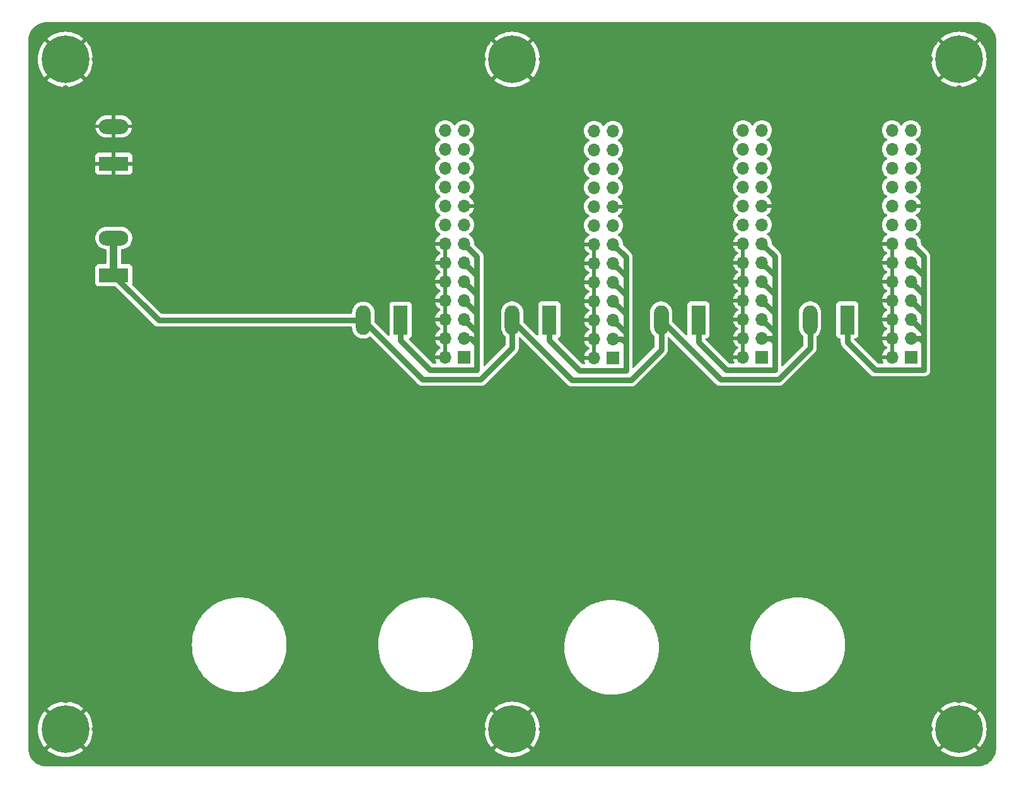
<source format=gbr>
%TF.GenerationSoftware,KiCad,Pcbnew,7.0.6-1.fc38*%
%TF.CreationDate,2023-08-16T20:18:50-04:00*%
%TF.ProjectId,atomic-pi-power-distribution,61746f6d-6963-42d7-9069-2d706f776572,rev?*%
%TF.SameCoordinates,Original*%
%TF.FileFunction,Copper,L1,Top*%
%TF.FilePolarity,Positive*%
%FSLAX46Y46*%
G04 Gerber Fmt 4.6, Leading zero omitted, Abs format (unit mm)*
G04 Created by KiCad (PCBNEW 7.0.6-1.fc38) date 2023-08-16 20:18:50*
%MOMM*%
%LPD*%
G01*
G04 APERTURE LIST*
%TA.AperFunction,ComponentPad*%
%ADD10C,3.600000*%
%TD*%
%TA.AperFunction,ConnectorPad*%
%ADD11C,6.400000*%
%TD*%
%TA.AperFunction,ComponentPad*%
%ADD12R,1.980000X3.960000*%
%TD*%
%TA.AperFunction,ComponentPad*%
%ADD13O,1.980000X3.960000*%
%TD*%
%TA.AperFunction,ComponentPad*%
%ADD14R,1.700000X1.700000*%
%TD*%
%TA.AperFunction,ComponentPad*%
%ADD15O,1.700000X1.700000*%
%TD*%
%TA.AperFunction,ComponentPad*%
%ADD16R,3.960000X1.980000*%
%TD*%
%TA.AperFunction,ComponentPad*%
%ADD17O,3.960000X1.980000*%
%TD*%
%TA.AperFunction,ViaPad*%
%ADD18C,1.000000*%
%TD*%
%TA.AperFunction,Conductor*%
%ADD19C,0.750000*%
%TD*%
%TA.AperFunction,Conductor*%
%ADD20C,1.000000*%
%TD*%
G04 APERTURE END LIST*
D10*
%TO.P,H5,1,1*%
%TO.N,GND*%
X175000000Y-55000000D03*
D11*
X175000000Y-55000000D03*
%TD*%
D10*
%TO.P,H6,1,1*%
%TO.N,GND*%
X175000000Y-145000000D03*
D11*
X175000000Y-145000000D03*
%TD*%
D10*
%TO.P,H4,1,1*%
%TO.N,GND*%
X115000000Y-145000000D03*
D11*
X115000000Y-145000000D03*
%TD*%
D10*
%TO.P,H3,1,1*%
%TO.N,GND*%
X115000000Y-55000000D03*
D11*
X115000000Y-55000000D03*
%TD*%
D10*
%TO.P,H2,1,1*%
%TO.N,GND*%
X55000000Y-145000000D03*
D11*
X55000000Y-145000000D03*
%TD*%
D10*
%TO.P,H1,1,1*%
%TO.N,GND*%
X55000000Y-55000000D03*
D11*
X55000000Y-55000000D03*
%TD*%
D12*
%TO.P,J5,1,Pin_1*%
%TO.N,Net-(J1-Pin_11)*%
X160000000Y-90000000D03*
D13*
%TO.P,J5,2,Pin_2*%
%TO.N,+5V*%
X155000000Y-90000000D03*
%TD*%
D12*
%TO.P,J7,1,Pin_1*%
%TO.N,Net-(J3-Pin_11)*%
X120000000Y-90000000D03*
D13*
%TO.P,J7,2,Pin_2*%
%TO.N,+5V*%
X115000000Y-90000000D03*
%TD*%
D12*
%TO.P,J8,1,Pin_1*%
%TO.N,Net-(J4-Pin_11)*%
X100000000Y-90020000D03*
D13*
%TO.P,J8,2,Pin_2*%
%TO.N,+5V*%
X95000000Y-90020000D03*
%TD*%
D14*
%TO.P,J4,1,Pin_1*%
%TO.N,unconnected-(J4-Pin_1-Pad1)*%
X108540000Y-95000000D03*
D15*
%TO.P,J4,2,Pin_2*%
%TO.N,GND*%
X106000000Y-95000000D03*
%TO.P,J4,3,Pin_3*%
%TO.N,Net-(J4-Pin_11)*%
X108540000Y-92460000D03*
%TO.P,J4,4,Pin_4*%
%TO.N,GND*%
X106000000Y-92460000D03*
%TO.P,J4,5,Pin_5*%
%TO.N,Net-(J4-Pin_11)*%
X108540000Y-89920000D03*
%TO.P,J4,6,Pin_6*%
%TO.N,GND*%
X106000000Y-89920000D03*
%TO.P,J4,7,Pin_7*%
%TO.N,Net-(J4-Pin_11)*%
X108540000Y-87380000D03*
%TO.P,J4,8,Pin_8*%
%TO.N,GND*%
X106000000Y-87380000D03*
%TO.P,J4,9,Pin_9*%
%TO.N,Net-(J4-Pin_11)*%
X108540000Y-84840000D03*
%TO.P,J4,10,Pin_10*%
%TO.N,GND*%
X106000000Y-84840000D03*
%TO.P,J4,11,Pin_11*%
%TO.N,Net-(J4-Pin_11)*%
X108540000Y-82300000D03*
%TO.P,J4,12,Pin_12*%
%TO.N,GND*%
X106000000Y-82300000D03*
%TO.P,J4,13,Pin_13*%
%TO.N,Net-(J4-Pin_11)*%
X108540000Y-79760000D03*
%TO.P,J4,14,Pin_14*%
%TO.N,GND*%
X106000000Y-79760000D03*
%TO.P,J4,15,Pin_15*%
%TO.N,unconnected-(J4-Pin_15-Pad15)*%
X108540000Y-77220000D03*
%TO.P,J4,16,Pin_16*%
%TO.N,unconnected-(J4-Pin_16-Pad16)*%
X106000000Y-77220000D03*
%TO.P,J4,17,Pin_17*%
%TO.N,GND*%
X108540000Y-74680000D03*
%TO.P,J4,18,Pin_18*%
%TO.N,unconnected-(J4-Pin_18-Pad18)*%
X106000000Y-74680000D03*
%TO.P,J4,19,Pin_19*%
%TO.N,unconnected-(J4-Pin_19-Pad19)*%
X108540000Y-72140000D03*
%TO.P,J4,20,Pin_20*%
%TO.N,unconnected-(J4-Pin_20-Pad20)*%
X106000000Y-72140000D03*
%TO.P,J4,21,Pin_21*%
%TO.N,unconnected-(J4-Pin_21-Pad21)*%
X108540000Y-69600000D03*
%TO.P,J4,22,Pin_22*%
%TO.N,unconnected-(J4-Pin_22-Pad22)*%
X106000000Y-69600000D03*
%TO.P,J4,23,Pin_23*%
%TO.N,unconnected-(J4-Pin_23-Pad23)*%
X108540000Y-67060000D03*
%TO.P,J4,24,Pin_24*%
%TO.N,unconnected-(J4-Pin_24-Pad24)*%
X106000000Y-67060000D03*
%TO.P,J4,25,Pin_25*%
%TO.N,unconnected-(J4-Pin_25-Pad25)*%
X108540000Y-64520000D03*
%TO.P,J4,26,Pin_26*%
%TO.N,unconnected-(J4-Pin_26-Pad26)*%
X106000000Y-64520000D03*
%TD*%
%TO.P,J2,26,Pin_26*%
%TO.N,unconnected-(J2-Pin_26-Pad26)*%
X146000000Y-64520000D03*
%TO.P,J2,25,Pin_25*%
%TO.N,unconnected-(J2-Pin_25-Pad25)*%
X148540000Y-64520000D03*
%TO.P,J2,24,Pin_24*%
%TO.N,unconnected-(J2-Pin_24-Pad24)*%
X146000000Y-67060000D03*
%TO.P,J2,23,Pin_23*%
%TO.N,unconnected-(J2-Pin_23-Pad23)*%
X148540000Y-67060000D03*
%TO.P,J2,22,Pin_22*%
%TO.N,unconnected-(J2-Pin_22-Pad22)*%
X146000000Y-69600000D03*
%TO.P,J2,21,Pin_21*%
%TO.N,unconnected-(J2-Pin_21-Pad21)*%
X148540000Y-69600000D03*
%TO.P,J2,20,Pin_20*%
%TO.N,unconnected-(J2-Pin_20-Pad20)*%
X146000000Y-72140000D03*
%TO.P,J2,19,Pin_19*%
%TO.N,unconnected-(J2-Pin_19-Pad19)*%
X148540000Y-72140000D03*
%TO.P,J2,18,Pin_18*%
%TO.N,unconnected-(J2-Pin_18-Pad18)*%
X146000000Y-74680000D03*
%TO.P,J2,17,Pin_17*%
%TO.N,GND*%
X148540000Y-74680000D03*
%TO.P,J2,16,Pin_16*%
%TO.N,unconnected-(J2-Pin_16-Pad16)*%
X146000000Y-77220000D03*
%TO.P,J2,15,Pin_15*%
%TO.N,unconnected-(J2-Pin_15-Pad15)*%
X148540000Y-77220000D03*
%TO.P,J2,14,Pin_14*%
%TO.N,GND*%
X146000000Y-79760000D03*
%TO.P,J2,13,Pin_13*%
%TO.N,Net-(J2-Pin_11)*%
X148540000Y-79760000D03*
%TO.P,J2,12,Pin_12*%
%TO.N,GND*%
X146000000Y-82300000D03*
%TO.P,J2,11,Pin_11*%
%TO.N,Net-(J2-Pin_11)*%
X148540000Y-82300000D03*
%TO.P,J2,10,Pin_10*%
%TO.N,GND*%
X146000000Y-84840000D03*
%TO.P,J2,9,Pin_9*%
%TO.N,Net-(J2-Pin_11)*%
X148540000Y-84840000D03*
%TO.P,J2,8,Pin_8*%
%TO.N,GND*%
X146000000Y-87380000D03*
%TO.P,J2,7,Pin_7*%
%TO.N,Net-(J2-Pin_11)*%
X148540000Y-87380000D03*
%TO.P,J2,6,Pin_6*%
%TO.N,GND*%
X146000000Y-89920000D03*
%TO.P,J2,5,Pin_5*%
%TO.N,Net-(J2-Pin_11)*%
X148540000Y-89920000D03*
%TO.P,J2,4,Pin_4*%
%TO.N,GND*%
X146000000Y-92460000D03*
%TO.P,J2,3,Pin_3*%
%TO.N,Net-(J2-Pin_11)*%
X148540000Y-92460000D03*
%TO.P,J2,2,Pin_2*%
%TO.N,GND*%
X146000000Y-95000000D03*
D14*
%TO.P,J2,1,Pin_1*%
%TO.N,unconnected-(J2-Pin_1-Pad1)*%
X148540000Y-95000000D03*
%TD*%
D16*
%TO.P,J10,1,Pin_1*%
%TO.N,GND*%
X61500000Y-69000000D03*
D17*
%TO.P,J10,2,Pin_2*%
X61500000Y-64000000D03*
%TD*%
D15*
%TO.P,J1,26,Pin_26*%
%TO.N,unconnected-(J1-Pin_26-Pad26)*%
X166000000Y-64520000D03*
%TO.P,J1,25,Pin_25*%
%TO.N,unconnected-(J1-Pin_25-Pad25)*%
X168540000Y-64520000D03*
%TO.P,J1,24,Pin_24*%
%TO.N,unconnected-(J1-Pin_24-Pad24)*%
X166000000Y-67060000D03*
%TO.P,J1,23,Pin_23*%
%TO.N,unconnected-(J1-Pin_23-Pad23)*%
X168540000Y-67060000D03*
%TO.P,J1,22,Pin_22*%
%TO.N,unconnected-(J1-Pin_22-Pad22)*%
X166000000Y-69600000D03*
%TO.P,J1,21,Pin_21*%
%TO.N,unconnected-(J1-Pin_21-Pad21)*%
X168540000Y-69600000D03*
%TO.P,J1,20,Pin_20*%
%TO.N,unconnected-(J1-Pin_20-Pad20)*%
X166000000Y-72140000D03*
%TO.P,J1,19,Pin_19*%
%TO.N,unconnected-(J1-Pin_19-Pad19)*%
X168540000Y-72140000D03*
%TO.P,J1,18,Pin_18*%
%TO.N,unconnected-(J1-Pin_18-Pad18)*%
X166000000Y-74680000D03*
%TO.P,J1,17,Pin_17*%
%TO.N,GND*%
X168540000Y-74680000D03*
%TO.P,J1,16,Pin_16*%
%TO.N,unconnected-(J1-Pin_16-Pad16)*%
X166000000Y-77220000D03*
%TO.P,J1,15,Pin_15*%
%TO.N,unconnected-(J1-Pin_15-Pad15)*%
X168540000Y-77220000D03*
%TO.P,J1,14,Pin_14*%
%TO.N,GND*%
X166000000Y-79760000D03*
%TO.P,J1,13,Pin_13*%
%TO.N,Net-(J1-Pin_11)*%
X168540000Y-79760000D03*
%TO.P,J1,12,Pin_12*%
%TO.N,GND*%
X166000000Y-82300000D03*
%TO.P,J1,11,Pin_11*%
%TO.N,Net-(J1-Pin_11)*%
X168540000Y-82300000D03*
%TO.P,J1,10,Pin_10*%
%TO.N,GND*%
X166000000Y-84840000D03*
%TO.P,J1,9,Pin_9*%
%TO.N,Net-(J1-Pin_11)*%
X168540000Y-84840000D03*
%TO.P,J1,8,Pin_8*%
%TO.N,GND*%
X166000000Y-87380000D03*
%TO.P,J1,7,Pin_7*%
%TO.N,Net-(J1-Pin_11)*%
X168540000Y-87380000D03*
%TO.P,J1,6,Pin_6*%
%TO.N,GND*%
X166000000Y-89920000D03*
%TO.P,J1,5,Pin_5*%
%TO.N,Net-(J1-Pin_11)*%
X168540000Y-89920000D03*
%TO.P,J1,4,Pin_4*%
%TO.N,GND*%
X166000000Y-92460000D03*
%TO.P,J1,3,Pin_3*%
%TO.N,Net-(J1-Pin_11)*%
X168540000Y-92460000D03*
%TO.P,J1,2,Pin_2*%
%TO.N,GND*%
X166000000Y-95000000D03*
D14*
%TO.P,J1,1,Pin_1*%
%TO.N,unconnected-(J1-Pin_1-Pad1)*%
X168540000Y-95000000D03*
%TD*%
D12*
%TO.P,J6,1,Pin_1*%
%TO.N,Net-(J2-Pin_11)*%
X140000000Y-90000000D03*
D13*
%TO.P,J6,2,Pin_2*%
%TO.N,+5V*%
X135000000Y-90000000D03*
%TD*%
D16*
%TO.P,J9,1,Pin_1*%
%TO.N,+5V*%
X61500000Y-84000000D03*
D17*
%TO.P,J9,2,Pin_2*%
X61500000Y-79000000D03*
%TD*%
D15*
%TO.P,J3,26,Pin_26*%
%TO.N,unconnected-(J3-Pin_26-Pad26)*%
X126000000Y-64600000D03*
%TO.P,J3,25,Pin_25*%
%TO.N,unconnected-(J3-Pin_25-Pad25)*%
X128540000Y-64600000D03*
%TO.P,J3,24,Pin_24*%
%TO.N,unconnected-(J3-Pin_24-Pad24)*%
X126000000Y-67140000D03*
%TO.P,J3,23,Pin_23*%
%TO.N,unconnected-(J3-Pin_23-Pad23)*%
X128540000Y-67140000D03*
%TO.P,J3,22,Pin_22*%
%TO.N,unconnected-(J3-Pin_22-Pad22)*%
X126000000Y-69680000D03*
%TO.P,J3,21,Pin_21*%
%TO.N,unconnected-(J3-Pin_21-Pad21)*%
X128540000Y-69680000D03*
%TO.P,J3,20,Pin_20*%
%TO.N,unconnected-(J3-Pin_20-Pad20)*%
X126000000Y-72220000D03*
%TO.P,J3,19,Pin_19*%
%TO.N,unconnected-(J3-Pin_19-Pad19)*%
X128540000Y-72220000D03*
%TO.P,J3,18,Pin_18*%
%TO.N,unconnected-(J3-Pin_18-Pad18)*%
X126000000Y-74760000D03*
%TO.P,J3,17,Pin_17*%
%TO.N,GND*%
X128540000Y-74760000D03*
%TO.P,J3,16,Pin_16*%
%TO.N,unconnected-(J3-Pin_16-Pad16)*%
X126000000Y-77300000D03*
%TO.P,J3,15,Pin_15*%
%TO.N,unconnected-(J3-Pin_15-Pad15)*%
X128540000Y-77300000D03*
%TO.P,J3,14,Pin_14*%
%TO.N,GND*%
X126000000Y-79840000D03*
%TO.P,J3,13,Pin_13*%
%TO.N,Net-(J3-Pin_11)*%
X128540000Y-79840000D03*
%TO.P,J3,12,Pin_12*%
%TO.N,GND*%
X126000000Y-82380000D03*
%TO.P,J3,11,Pin_11*%
%TO.N,Net-(J3-Pin_11)*%
X128540000Y-82380000D03*
%TO.P,J3,10,Pin_10*%
%TO.N,GND*%
X126000000Y-84920000D03*
%TO.P,J3,9,Pin_9*%
%TO.N,Net-(J3-Pin_11)*%
X128540000Y-84920000D03*
%TO.P,J3,8,Pin_8*%
%TO.N,GND*%
X126000000Y-87460000D03*
%TO.P,J3,7,Pin_7*%
%TO.N,Net-(J3-Pin_11)*%
X128540000Y-87460000D03*
%TO.P,J3,6,Pin_6*%
%TO.N,GND*%
X126000000Y-90000000D03*
%TO.P,J3,5,Pin_5*%
%TO.N,Net-(J3-Pin_11)*%
X128540000Y-90000000D03*
%TO.P,J3,4,Pin_4*%
%TO.N,GND*%
X126000000Y-92540000D03*
%TO.P,J3,3,Pin_3*%
%TO.N,Net-(J3-Pin_11)*%
X128540000Y-92540000D03*
%TO.P,J3,2,Pin_2*%
%TO.N,GND*%
X126000000Y-95080000D03*
D14*
%TO.P,J3,1,Pin_1*%
%TO.N,unconnected-(J3-Pin_1-Pad1)*%
X128540000Y-95080000D03*
%TD*%
D18*
%TO.N,GND*%
X55000000Y-141000000D03*
X59000000Y-145000000D03*
X111000000Y-145000000D03*
X119000000Y-145000000D03*
X171000000Y-145000000D03*
X175000000Y-141000000D03*
X175000000Y-59000000D03*
X171000000Y-55000000D03*
X119000000Y-55000000D03*
X111000000Y-55000000D03*
X55000000Y-59000000D03*
X59000000Y-55000000D03*
X58000000Y-58000000D03*
%TD*%
D19*
%TO.N,Net-(J3-Pin_11)*%
X130265000Y-96805000D02*
X124075000Y-96805000D01*
X124075000Y-96805000D02*
X120000000Y-92730000D01*
X120000000Y-92730000D02*
X120000000Y-90000000D01*
%TO.N,Net-(J4-Pin_11)*%
X100000000Y-90020000D02*
X100000000Y-92750000D01*
X100000000Y-92750000D02*
X103975000Y-96725000D01*
X103975000Y-96725000D02*
X110265000Y-96725000D01*
X110265000Y-89500000D02*
X110265000Y-92000000D01*
X110265000Y-92000000D02*
X110265000Y-93275000D01*
X108540000Y-89920000D02*
X110265000Y-91645000D01*
X110265000Y-91645000D02*
X110265000Y-92000000D01*
X110265000Y-87000000D02*
X110265000Y-89500000D01*
X108540000Y-87380000D02*
X110265000Y-89105000D01*
X110265000Y-89105000D02*
X110265000Y-89500000D01*
X110265000Y-84500000D02*
X110265000Y-87000000D01*
X108540000Y-84840000D02*
X110265000Y-86565000D01*
X110265000Y-86565000D02*
X110265000Y-87000000D01*
X110265000Y-81485000D02*
X110265000Y-84500000D01*
X108540000Y-82300000D02*
X110265000Y-84025000D01*
X110265000Y-84025000D02*
X110265000Y-84500000D01*
X108540000Y-79760000D02*
X110265000Y-81485000D01*
%TO.N,Net-(J1-Pin_11)*%
X170265000Y-92000000D02*
X170265000Y-92982919D01*
X170265000Y-96725000D02*
X170265000Y-92982919D01*
X170265000Y-92982919D02*
X169742081Y-92460000D01*
X169742081Y-92460000D02*
X168540000Y-92460000D01*
X170265000Y-89500000D02*
X170265000Y-92000000D01*
X168540000Y-89920000D02*
X170265000Y-91645000D01*
X170265000Y-91645000D02*
X170265000Y-92000000D01*
X170265000Y-86500000D02*
X170265000Y-89500000D01*
X168540000Y-87380000D02*
X170265000Y-89105000D01*
X170265000Y-89105000D02*
X170265000Y-89500000D01*
X170265000Y-84500000D02*
X170265000Y-86500000D01*
X168540000Y-84840000D02*
X170200000Y-86500000D01*
X170200000Y-86500000D02*
X170265000Y-86500000D01*
X170265000Y-81485000D02*
X170265000Y-84500000D01*
X168540000Y-82300000D02*
X170265000Y-84025000D01*
X170265000Y-84025000D02*
X170265000Y-84500000D01*
X168540000Y-79760000D02*
X170265000Y-81485000D01*
%TO.N,Net-(J2-Pin_11)*%
X150265000Y-89500000D02*
X150265000Y-92000000D01*
X150265000Y-92000000D02*
X150265000Y-92982919D01*
X148540000Y-89920000D02*
X150265000Y-91645000D01*
X150265000Y-91645000D02*
X150265000Y-92000000D01*
X150265000Y-86500000D02*
X150265000Y-89500000D01*
X148540000Y-87380000D02*
X150265000Y-89105000D01*
X150265000Y-89105000D02*
X150265000Y-89500000D01*
X150265000Y-84000000D02*
X150265000Y-86500000D01*
X148540000Y-84840000D02*
X150200000Y-86500000D01*
X150200000Y-86500000D02*
X150265000Y-86500000D01*
X150265000Y-81485000D02*
X150265000Y-84000000D01*
X148540000Y-82300000D02*
X150240000Y-84000000D01*
X150240000Y-84000000D02*
X150265000Y-84000000D01*
X148540000Y-79760000D02*
X150265000Y-81485000D01*
%TO.N,Net-(J3-Pin_11)*%
X130265000Y-89500000D02*
X130265000Y-92000000D01*
X128540000Y-90000000D02*
X130265000Y-91725000D01*
X130265000Y-92000000D02*
X130265000Y-93062919D01*
X130265000Y-91725000D02*
X130265000Y-92000000D01*
X130265000Y-87000000D02*
X130265000Y-89500000D01*
X128540000Y-87460000D02*
X130265000Y-89185000D01*
X130265000Y-89185000D02*
X130265000Y-89500000D01*
X130265000Y-84500000D02*
X130265000Y-87000000D01*
X128540000Y-84920000D02*
X130265000Y-86645000D01*
X130265000Y-86645000D02*
X130265000Y-87000000D01*
X130265000Y-81565000D02*
X130265000Y-84500000D01*
X128540000Y-82380000D02*
X130265000Y-84105000D01*
X130265000Y-84105000D02*
X130265000Y-84500000D01*
X128540000Y-79840000D02*
X130265000Y-81565000D01*
%TO.N,+5V*%
X135000000Y-90000000D02*
X142975000Y-97975000D01*
X142975000Y-97975000D02*
X150782767Y-97975000D01*
X150782767Y-97975000D02*
X155000000Y-93757767D01*
X155000000Y-93757767D02*
X155000000Y-90000000D01*
X115000000Y-90000000D02*
X123055000Y-98055000D01*
X123055000Y-98055000D02*
X130945000Y-98055000D01*
X130945000Y-98055000D02*
X135000000Y-94000000D01*
X135000000Y-94000000D02*
X135000000Y-90000000D01*
X115000000Y-90000000D02*
X115000000Y-93757767D01*
X115000000Y-93757767D02*
X110782767Y-97975000D01*
X110782767Y-97975000D02*
X102955000Y-97975000D01*
X102955000Y-97975000D02*
X95000000Y-90020000D01*
%TO.N,Net-(J4-Pin_11)*%
X108540000Y-92460000D02*
X109450000Y-92460000D01*
X109450000Y-92460000D02*
X110265000Y-93275000D01*
X110265000Y-93275000D02*
X110265000Y-96725000D01*
%TO.N,Net-(J3-Pin_11)*%
X128540000Y-92540000D02*
X129742081Y-92540000D01*
X130265000Y-93062919D02*
X130265000Y-96805000D01*
X129742081Y-92540000D02*
X130265000Y-93062919D01*
%TO.N,Net-(J2-Pin_11)*%
X148540000Y-92460000D02*
X149742081Y-92460000D01*
X150265000Y-96725000D02*
X143725000Y-96725000D01*
X149742081Y-92460000D02*
X150265000Y-92982919D01*
X150265000Y-92982919D02*
X150265000Y-96725000D01*
X143725000Y-96725000D02*
X140000000Y-93000000D01*
X140000000Y-93000000D02*
X140000000Y-90000000D01*
%TO.N,Net-(J1-Pin_11)*%
X170265000Y-96725000D02*
X163725000Y-96725000D01*
X163725000Y-96725000D02*
X160000000Y-93000000D01*
X160000000Y-93000000D02*
X160000000Y-90000000D01*
%TO.N,+5V*%
X95000000Y-90020000D02*
X67520000Y-90020000D01*
X67520000Y-90020000D02*
X61500000Y-84000000D01*
D20*
X61500000Y-84000000D02*
X61500000Y-79000000D01*
%TD*%
%TA.AperFunction,Conductor*%
%TO.N,GND*%
G36*
X126250000Y-94644498D02*
G01*
X126142315Y-94595320D01*
X126035763Y-94580000D01*
X125964237Y-94580000D01*
X125857685Y-94595320D01*
X125750000Y-94644498D01*
X125750000Y-92975501D01*
X125857685Y-93024680D01*
X125964237Y-93040000D01*
X126035763Y-93040000D01*
X126142315Y-93024680D01*
X126250000Y-92975501D01*
X126250000Y-94644498D01*
G37*
%TD.AperFunction*%
%TA.AperFunction,Conductor*%
G36*
X106250000Y-94564498D02*
G01*
X106142315Y-94515320D01*
X106035763Y-94500000D01*
X105964237Y-94500000D01*
X105857685Y-94515320D01*
X105750000Y-94564498D01*
X105750000Y-92895501D01*
X105857685Y-92944680D01*
X105964237Y-92960000D01*
X106035763Y-92960000D01*
X106142315Y-92944680D01*
X106250000Y-92895501D01*
X106250000Y-94564498D01*
G37*
%TD.AperFunction*%
%TA.AperFunction,Conductor*%
G36*
X146250000Y-94564498D02*
G01*
X146142315Y-94515320D01*
X146035763Y-94500000D01*
X145964237Y-94500000D01*
X145857685Y-94515320D01*
X145750000Y-94564498D01*
X145750000Y-92895501D01*
X145857685Y-92944680D01*
X145964237Y-92960000D01*
X146035763Y-92960000D01*
X146142315Y-92944680D01*
X146250000Y-92895501D01*
X146250000Y-94564498D01*
G37*
%TD.AperFunction*%
%TA.AperFunction,Conductor*%
G36*
X126250000Y-92104498D02*
G01*
X126142315Y-92055320D01*
X126035763Y-92040000D01*
X125964237Y-92040000D01*
X125857685Y-92055320D01*
X125750000Y-92104498D01*
X125750000Y-90435501D01*
X125857685Y-90484680D01*
X125964237Y-90500000D01*
X126035763Y-90500000D01*
X126142315Y-90484680D01*
X126250000Y-90435501D01*
X126250000Y-92104498D01*
G37*
%TD.AperFunction*%
%TA.AperFunction,Conductor*%
G36*
X106250000Y-92024498D02*
G01*
X106142315Y-91975320D01*
X106035763Y-91960000D01*
X105964237Y-91960000D01*
X105857685Y-91975320D01*
X105750000Y-92024498D01*
X105750000Y-90355501D01*
X105857685Y-90404680D01*
X105964237Y-90420000D01*
X106035763Y-90420000D01*
X106142315Y-90404680D01*
X106250000Y-90355501D01*
X106250000Y-92024498D01*
G37*
%TD.AperFunction*%
%TA.AperFunction,Conductor*%
G36*
X146250000Y-92024498D02*
G01*
X146142315Y-91975320D01*
X146035763Y-91960000D01*
X145964237Y-91960000D01*
X145857685Y-91975320D01*
X145750000Y-92024498D01*
X145750000Y-90355501D01*
X145857685Y-90404680D01*
X145964237Y-90420000D01*
X146035763Y-90420000D01*
X146142315Y-90404680D01*
X146250000Y-90355501D01*
X146250000Y-92024498D01*
G37*
%TD.AperFunction*%
%TA.AperFunction,Conductor*%
G36*
X126250000Y-89564498D02*
G01*
X126142315Y-89515320D01*
X126035763Y-89500000D01*
X125964237Y-89500000D01*
X125857685Y-89515320D01*
X125750000Y-89564498D01*
X125750000Y-87895501D01*
X125857685Y-87944680D01*
X125964237Y-87960000D01*
X126035763Y-87960000D01*
X126142315Y-87944680D01*
X126250000Y-87895501D01*
X126250000Y-89564498D01*
G37*
%TD.AperFunction*%
%TA.AperFunction,Conductor*%
G36*
X106250000Y-89484498D02*
G01*
X106142315Y-89435320D01*
X106035763Y-89420000D01*
X105964237Y-89420000D01*
X105857685Y-89435320D01*
X105750000Y-89484498D01*
X105750000Y-87815501D01*
X105857685Y-87864680D01*
X105964237Y-87880000D01*
X106035763Y-87880000D01*
X106142315Y-87864680D01*
X106250000Y-87815501D01*
X106250000Y-89484498D01*
G37*
%TD.AperFunction*%
%TA.AperFunction,Conductor*%
G36*
X146250000Y-89484498D02*
G01*
X146142315Y-89435320D01*
X146035763Y-89420000D01*
X145964237Y-89420000D01*
X145857685Y-89435320D01*
X145750000Y-89484498D01*
X145750000Y-87815501D01*
X145857685Y-87864680D01*
X145964237Y-87880000D01*
X146035763Y-87880000D01*
X146142315Y-87864680D01*
X146250000Y-87815501D01*
X146250000Y-89484498D01*
G37*
%TD.AperFunction*%
%TA.AperFunction,Conductor*%
G36*
X126250000Y-87024498D02*
G01*
X126142315Y-86975320D01*
X126035763Y-86960000D01*
X125964237Y-86960000D01*
X125857685Y-86975320D01*
X125750000Y-87024498D01*
X125750000Y-85355501D01*
X125857685Y-85404680D01*
X125964237Y-85420000D01*
X126035763Y-85420000D01*
X126142315Y-85404680D01*
X126250000Y-85355501D01*
X126250000Y-87024498D01*
G37*
%TD.AperFunction*%
%TA.AperFunction,Conductor*%
G36*
X106250000Y-86944498D02*
G01*
X106142315Y-86895320D01*
X106035763Y-86880000D01*
X105964237Y-86880000D01*
X105857685Y-86895320D01*
X105750000Y-86944498D01*
X105750000Y-85275501D01*
X105857685Y-85324680D01*
X105964237Y-85340000D01*
X106035763Y-85340000D01*
X106142315Y-85324680D01*
X106250000Y-85275501D01*
X106250000Y-86944498D01*
G37*
%TD.AperFunction*%
%TA.AperFunction,Conductor*%
G36*
X146250000Y-86944498D02*
G01*
X146142315Y-86895320D01*
X146035763Y-86880000D01*
X145964237Y-86880000D01*
X145857685Y-86895320D01*
X145750000Y-86944498D01*
X145750000Y-85275501D01*
X145857685Y-85324680D01*
X145964237Y-85340000D01*
X146035763Y-85340000D01*
X146142315Y-85324680D01*
X146250000Y-85275501D01*
X146250000Y-86944498D01*
G37*
%TD.AperFunction*%
%TA.AperFunction,Conductor*%
G36*
X126250000Y-84484498D02*
G01*
X126142315Y-84435320D01*
X126035763Y-84420000D01*
X125964237Y-84420000D01*
X125857685Y-84435320D01*
X125750000Y-84484498D01*
X125750000Y-82815501D01*
X125857685Y-82864680D01*
X125964237Y-82880000D01*
X126035763Y-82880000D01*
X126142315Y-82864680D01*
X126250000Y-82815501D01*
X126250000Y-84484498D01*
G37*
%TD.AperFunction*%
%TA.AperFunction,Conductor*%
G36*
X106250000Y-84404498D02*
G01*
X106142315Y-84355320D01*
X106035763Y-84340000D01*
X105964237Y-84340000D01*
X105857685Y-84355320D01*
X105750000Y-84404498D01*
X105750000Y-82735501D01*
X105857685Y-82784680D01*
X105964237Y-82800000D01*
X106035763Y-82800000D01*
X106142315Y-82784680D01*
X106250000Y-82735501D01*
X106250000Y-84404498D01*
G37*
%TD.AperFunction*%
%TA.AperFunction,Conductor*%
G36*
X146250000Y-84404498D02*
G01*
X146142315Y-84355320D01*
X146035763Y-84340000D01*
X145964237Y-84340000D01*
X145857685Y-84355320D01*
X145750000Y-84404498D01*
X145750000Y-82735501D01*
X145857685Y-82784680D01*
X145964237Y-82800000D01*
X146035763Y-82800000D01*
X146142315Y-82784680D01*
X146250000Y-82735501D01*
X146250000Y-84404498D01*
G37*
%TD.AperFunction*%
%TA.AperFunction,Conductor*%
G36*
X126250000Y-81944498D02*
G01*
X126142315Y-81895320D01*
X126035763Y-81880000D01*
X125964237Y-81880000D01*
X125857685Y-81895320D01*
X125750000Y-81944498D01*
X125750000Y-80275501D01*
X125857685Y-80324680D01*
X125964237Y-80340000D01*
X126035763Y-80340000D01*
X126142315Y-80324680D01*
X126250000Y-80275501D01*
X126250000Y-81944498D01*
G37*
%TD.AperFunction*%
%TA.AperFunction,Conductor*%
G36*
X106250000Y-81864498D02*
G01*
X106142315Y-81815320D01*
X106035763Y-81800000D01*
X105964237Y-81800000D01*
X105857685Y-81815320D01*
X105750000Y-81864498D01*
X105750000Y-80195501D01*
X105857685Y-80244680D01*
X105964237Y-80260000D01*
X106035763Y-80260000D01*
X106142315Y-80244680D01*
X106250000Y-80195501D01*
X106250000Y-81864498D01*
G37*
%TD.AperFunction*%
%TA.AperFunction,Conductor*%
G36*
X146250000Y-81864498D02*
G01*
X146142315Y-81815320D01*
X146035763Y-81800000D01*
X145964237Y-81800000D01*
X145857685Y-81815320D01*
X145750000Y-81864498D01*
X145750000Y-80195501D01*
X145857685Y-80244680D01*
X145964237Y-80260000D01*
X146035763Y-80260000D01*
X146142315Y-80244680D01*
X146250000Y-80195501D01*
X146250000Y-81864498D01*
G37*
%TD.AperFunction*%
%TA.AperFunction,Conductor*%
G36*
X166250000Y-94564498D02*
G01*
X166142315Y-94515320D01*
X166035763Y-94500000D01*
X165964237Y-94500000D01*
X165857685Y-94515320D01*
X165750000Y-94564498D01*
X165750000Y-92895501D01*
X165857685Y-92944680D01*
X165964237Y-92960000D01*
X166035763Y-92960000D01*
X166142315Y-92944680D01*
X166250000Y-92895501D01*
X166250000Y-94564498D01*
G37*
%TD.AperFunction*%
%TA.AperFunction,Conductor*%
G36*
X166250000Y-92024498D02*
G01*
X166142315Y-91975320D01*
X166035763Y-91960000D01*
X165964237Y-91960000D01*
X165857685Y-91975320D01*
X165750000Y-92024498D01*
X165750000Y-90355501D01*
X165857685Y-90404680D01*
X165964237Y-90420000D01*
X166035763Y-90420000D01*
X166142315Y-90404680D01*
X166250000Y-90355501D01*
X166250000Y-92024498D01*
G37*
%TD.AperFunction*%
%TA.AperFunction,Conductor*%
G36*
X166250000Y-89484498D02*
G01*
X166142315Y-89435320D01*
X166035763Y-89420000D01*
X165964237Y-89420000D01*
X165857685Y-89435320D01*
X165750000Y-89484498D01*
X165750000Y-87815501D01*
X165857685Y-87864680D01*
X165964237Y-87880000D01*
X166035763Y-87880000D01*
X166142315Y-87864680D01*
X166250000Y-87815501D01*
X166250000Y-89484498D01*
G37*
%TD.AperFunction*%
%TA.AperFunction,Conductor*%
G36*
X166250000Y-86944498D02*
G01*
X166142315Y-86895320D01*
X166035763Y-86880000D01*
X165964237Y-86880000D01*
X165857685Y-86895320D01*
X165750000Y-86944498D01*
X165750000Y-85275501D01*
X165857685Y-85324680D01*
X165964237Y-85340000D01*
X166035763Y-85340000D01*
X166142315Y-85324680D01*
X166250000Y-85275501D01*
X166250000Y-86944498D01*
G37*
%TD.AperFunction*%
%TA.AperFunction,Conductor*%
G36*
X166250000Y-84404498D02*
G01*
X166142315Y-84355320D01*
X166035763Y-84340000D01*
X165964237Y-84340000D01*
X165857685Y-84355320D01*
X165750000Y-84404498D01*
X165750000Y-82735501D01*
X165857685Y-82784680D01*
X165964237Y-82800000D01*
X166035763Y-82800000D01*
X166142315Y-82784680D01*
X166250000Y-82735501D01*
X166250000Y-84404498D01*
G37*
%TD.AperFunction*%
%TA.AperFunction,Conductor*%
G36*
X166250000Y-81864498D02*
G01*
X166142315Y-81815320D01*
X166035763Y-81800000D01*
X165964237Y-81800000D01*
X165857685Y-81815320D01*
X165750000Y-81864498D01*
X165750000Y-80195501D01*
X165857685Y-80244680D01*
X165964237Y-80260000D01*
X166035763Y-80260000D01*
X166142315Y-80244680D01*
X166250000Y-80195501D01*
X166250000Y-81864498D01*
G37*
%TD.AperFunction*%
%TA.AperFunction,Conductor*%
G36*
X177501867Y-50000613D02*
G01*
X177518189Y-50001600D01*
X177598917Y-50006483D01*
X177806399Y-50020082D01*
X177813502Y-50020963D01*
X177949227Y-50045836D01*
X178115664Y-50078942D01*
X178121961Y-50080544D01*
X178252376Y-50121183D01*
X178261157Y-50123920D01*
X178415039Y-50176155D01*
X178420539Y-50178321D01*
X178556505Y-50239514D01*
X178699853Y-50310206D01*
X178704493Y-50312747D01*
X178832387Y-50390062D01*
X178834758Y-50391570D01*
X178965590Y-50478990D01*
X178969382Y-50481736D01*
X179087552Y-50574316D01*
X179090196Y-50576508D01*
X179208075Y-50679885D01*
X179211037Y-50682659D01*
X179317339Y-50788961D01*
X179320113Y-50791923D01*
X179423490Y-50909802D01*
X179425682Y-50912446D01*
X179518262Y-51030616D01*
X179521008Y-51034408D01*
X179608428Y-51165240D01*
X179609936Y-51167611D01*
X179687251Y-51295505D01*
X179689799Y-51300160D01*
X179760491Y-51443507D01*
X179821675Y-51579454D01*
X179823848Y-51584973D01*
X179876079Y-51738842D01*
X179919446Y-51878008D01*
X179921063Y-51884362D01*
X179954167Y-52050791D01*
X179979033Y-52186486D01*
X179979917Y-52193612D01*
X179993517Y-52401100D01*
X179999387Y-52498134D01*
X179999500Y-52501879D01*
X179999500Y-147498120D01*
X179999387Y-147501865D01*
X179993517Y-147598899D01*
X179979917Y-147806386D01*
X179979033Y-147813512D01*
X179954167Y-147949208D01*
X179921063Y-148115636D01*
X179919446Y-148121990D01*
X179876079Y-148261157D01*
X179823848Y-148415025D01*
X179821675Y-148420544D01*
X179760491Y-148556492D01*
X179689799Y-148699838D01*
X179687251Y-148704493D01*
X179609936Y-148832387D01*
X179608428Y-148834758D01*
X179521008Y-148965590D01*
X179518262Y-148969382D01*
X179425682Y-149087552D01*
X179423490Y-149090196D01*
X179320113Y-149208075D01*
X179317339Y-149211037D01*
X179211037Y-149317339D01*
X179208075Y-149320113D01*
X179090196Y-149423490D01*
X179087552Y-149425682D01*
X178969382Y-149518262D01*
X178965590Y-149521008D01*
X178834758Y-149608428D01*
X178832387Y-149609936D01*
X178704493Y-149687251D01*
X178699838Y-149689799D01*
X178556492Y-149760491D01*
X178420544Y-149821675D01*
X178415025Y-149823848D01*
X178261157Y-149876079D01*
X178121990Y-149919446D01*
X178115636Y-149921063D01*
X177949208Y-149954167D01*
X177813512Y-149979033D01*
X177806386Y-149979917D01*
X177598899Y-149993517D01*
X177501866Y-149999387D01*
X177498121Y-149999500D01*
X52501879Y-149999500D01*
X52498134Y-149999387D01*
X52401100Y-149993517D01*
X52193612Y-149979917D01*
X52186486Y-149979033D01*
X52050791Y-149954167D01*
X51985021Y-149941084D01*
X51884357Y-149921061D01*
X51878012Y-149919447D01*
X51844988Y-149909156D01*
X51738842Y-149876079D01*
X51584973Y-149823848D01*
X51579454Y-149821675D01*
X51443507Y-149760491D01*
X51300160Y-149689799D01*
X51295505Y-149687251D01*
X51167611Y-149609936D01*
X51165240Y-149608428D01*
X51034408Y-149521008D01*
X51030616Y-149518262D01*
X50912446Y-149425682D01*
X50909802Y-149423490D01*
X50791923Y-149320113D01*
X50788961Y-149317339D01*
X50682659Y-149211037D01*
X50679885Y-149208075D01*
X50576508Y-149090196D01*
X50574316Y-149087552D01*
X50481736Y-148969382D01*
X50478990Y-148965590D01*
X50391570Y-148834758D01*
X50390062Y-148832387D01*
X50312747Y-148704493D01*
X50310206Y-148699853D01*
X50239508Y-148556492D01*
X50178321Y-148420539D01*
X50176155Y-148415039D01*
X50123920Y-148261157D01*
X50107570Y-148208689D01*
X50080544Y-148121961D01*
X50078942Y-148115664D01*
X50045836Y-147949227D01*
X50020963Y-147813502D01*
X50020082Y-147806399D01*
X50006479Y-147598851D01*
X50000613Y-147501866D01*
X50000500Y-147498122D01*
X50000500Y-145000000D01*
X51294922Y-145000000D01*
X51315219Y-145387287D01*
X51375886Y-145770323D01*
X51375887Y-145770330D01*
X51476262Y-146144936D01*
X51615244Y-146506994D01*
X51791310Y-146852543D01*
X52002531Y-147177793D01*
X52211095Y-147435350D01*
X52211096Y-147435350D01*
X53702266Y-145944180D01*
X53865130Y-146134870D01*
X54055819Y-146297733D01*
X52564648Y-147788903D01*
X52564649Y-147788904D01*
X52822206Y-147997468D01*
X53147456Y-148208689D01*
X53493005Y-148384755D01*
X53855063Y-148523737D01*
X54229669Y-148624112D01*
X54229676Y-148624113D01*
X54612712Y-148684780D01*
X54999999Y-148705078D01*
X55000001Y-148705078D01*
X55387287Y-148684780D01*
X55770323Y-148624113D01*
X55770330Y-148624112D01*
X56144936Y-148523737D01*
X56506994Y-148384755D01*
X56852543Y-148208689D01*
X57177783Y-147997476D01*
X57177785Y-147997475D01*
X57435349Y-147788902D01*
X55944180Y-146297733D01*
X56134870Y-146134870D01*
X56297733Y-145944180D01*
X57788902Y-147435349D01*
X57997475Y-147177785D01*
X57997476Y-147177783D01*
X58208689Y-146852543D01*
X58384755Y-146506994D01*
X58523737Y-146144936D01*
X58624112Y-145770330D01*
X58624113Y-145770323D01*
X58684780Y-145387287D01*
X58705078Y-145000000D01*
X111294922Y-145000000D01*
X111315219Y-145387287D01*
X111375886Y-145770323D01*
X111375887Y-145770330D01*
X111476262Y-146144936D01*
X111615244Y-146506994D01*
X111791310Y-146852543D01*
X112002531Y-147177793D01*
X112211095Y-147435350D01*
X112211096Y-147435350D01*
X113702266Y-145944180D01*
X113865130Y-146134870D01*
X114055819Y-146297733D01*
X112564648Y-147788903D01*
X112564649Y-147788904D01*
X112822206Y-147997468D01*
X113147456Y-148208689D01*
X113493005Y-148384755D01*
X113855063Y-148523737D01*
X114229669Y-148624112D01*
X114229676Y-148624113D01*
X114612712Y-148684780D01*
X114999999Y-148705078D01*
X115000001Y-148705078D01*
X115387287Y-148684780D01*
X115770323Y-148624113D01*
X115770330Y-148624112D01*
X116144936Y-148523737D01*
X116506994Y-148384755D01*
X116852543Y-148208689D01*
X117177783Y-147997476D01*
X117177785Y-147997475D01*
X117435349Y-147788902D01*
X115944180Y-146297733D01*
X116134870Y-146134870D01*
X116297733Y-145944180D01*
X117788902Y-147435349D01*
X117997475Y-147177785D01*
X117997476Y-147177783D01*
X118208689Y-146852543D01*
X118384755Y-146506994D01*
X118523737Y-146144936D01*
X118624112Y-145770330D01*
X118624113Y-145770323D01*
X118684780Y-145387287D01*
X118705078Y-145000000D01*
X171294922Y-145000000D01*
X171315219Y-145387287D01*
X171375886Y-145770323D01*
X171375887Y-145770330D01*
X171476262Y-146144936D01*
X171615244Y-146506994D01*
X171791310Y-146852543D01*
X172002531Y-147177793D01*
X172211095Y-147435350D01*
X172211096Y-147435350D01*
X173702266Y-145944180D01*
X173865130Y-146134870D01*
X174055819Y-146297733D01*
X172564648Y-147788903D01*
X172564649Y-147788904D01*
X172822206Y-147997468D01*
X173147456Y-148208689D01*
X173493005Y-148384755D01*
X173855063Y-148523737D01*
X174229669Y-148624112D01*
X174229676Y-148624113D01*
X174612712Y-148684780D01*
X174999999Y-148705078D01*
X175000001Y-148705078D01*
X175387287Y-148684780D01*
X175770323Y-148624113D01*
X175770330Y-148624112D01*
X176144936Y-148523737D01*
X176506994Y-148384755D01*
X176852543Y-148208689D01*
X177177783Y-147997476D01*
X177177785Y-147997475D01*
X177435349Y-147788902D01*
X175944180Y-146297733D01*
X176134870Y-146134870D01*
X176297733Y-145944180D01*
X177788902Y-147435349D01*
X177997475Y-147177785D01*
X177997476Y-147177783D01*
X178208689Y-146852543D01*
X178384755Y-146506994D01*
X178523737Y-146144936D01*
X178624112Y-145770330D01*
X178624113Y-145770323D01*
X178684780Y-145387287D01*
X178705078Y-145000000D01*
X178705078Y-144999999D01*
X178684780Y-144612712D01*
X178624113Y-144229676D01*
X178624112Y-144229669D01*
X178523737Y-143855063D01*
X178384755Y-143493005D01*
X178208689Y-143147456D01*
X177997468Y-142822206D01*
X177788904Y-142564649D01*
X177788903Y-142564648D01*
X176297732Y-144055818D01*
X176134870Y-143865130D01*
X175944180Y-143702266D01*
X177435350Y-142211096D01*
X177435350Y-142211095D01*
X177177793Y-142002531D01*
X176852543Y-141791310D01*
X176506994Y-141615244D01*
X176144936Y-141476262D01*
X175770330Y-141375887D01*
X175770323Y-141375886D01*
X175387287Y-141315219D01*
X175000001Y-141294922D01*
X174999999Y-141294922D01*
X174612712Y-141315219D01*
X174229676Y-141375886D01*
X174229669Y-141375887D01*
X173855063Y-141476262D01*
X173493005Y-141615244D01*
X173147456Y-141791310D01*
X172822206Y-142002531D01*
X172564648Y-142211095D01*
X172564648Y-142211096D01*
X174055819Y-143702266D01*
X173865130Y-143865130D01*
X173702266Y-144055818D01*
X172211096Y-142564648D01*
X172211095Y-142564648D01*
X172002531Y-142822206D01*
X171791310Y-143147456D01*
X171615244Y-143493005D01*
X171476262Y-143855063D01*
X171375887Y-144229669D01*
X171375886Y-144229676D01*
X171315219Y-144612712D01*
X171294922Y-144999999D01*
X171294922Y-145000000D01*
X118705078Y-145000000D01*
X118705078Y-144999999D01*
X118684780Y-144612712D01*
X118624113Y-144229676D01*
X118624112Y-144229669D01*
X118523737Y-143855063D01*
X118384755Y-143493005D01*
X118208689Y-143147456D01*
X117997468Y-142822206D01*
X117788904Y-142564649D01*
X117788903Y-142564648D01*
X116297732Y-144055818D01*
X116134870Y-143865130D01*
X115944180Y-143702266D01*
X117435350Y-142211096D01*
X117435350Y-142211095D01*
X117177793Y-142002531D01*
X116852543Y-141791310D01*
X116506994Y-141615244D01*
X116144936Y-141476262D01*
X115770330Y-141375887D01*
X115770323Y-141375886D01*
X115387287Y-141315219D01*
X115000001Y-141294922D01*
X114999999Y-141294922D01*
X114612712Y-141315219D01*
X114229676Y-141375886D01*
X114229669Y-141375887D01*
X113855063Y-141476262D01*
X113493005Y-141615244D01*
X113147456Y-141791310D01*
X112822206Y-142002531D01*
X112564648Y-142211095D01*
X112564648Y-142211096D01*
X114055819Y-143702266D01*
X113865130Y-143865130D01*
X113702266Y-144055819D01*
X112211096Y-142564648D01*
X112211095Y-142564648D01*
X112002531Y-142822206D01*
X111791310Y-143147456D01*
X111615244Y-143493005D01*
X111476262Y-143855063D01*
X111375887Y-144229669D01*
X111375886Y-144229676D01*
X111315219Y-144612712D01*
X111294922Y-144999999D01*
X111294922Y-145000000D01*
X58705078Y-145000000D01*
X58705078Y-144999999D01*
X58684780Y-144612712D01*
X58624113Y-144229676D01*
X58624112Y-144229669D01*
X58523737Y-143855063D01*
X58384755Y-143493005D01*
X58208689Y-143147456D01*
X57997468Y-142822206D01*
X57788904Y-142564649D01*
X57788903Y-142564648D01*
X56297732Y-144055818D01*
X56134870Y-143865130D01*
X55944180Y-143702266D01*
X57435350Y-142211096D01*
X57435350Y-142211095D01*
X57177793Y-142002531D01*
X56852543Y-141791310D01*
X56506994Y-141615244D01*
X56144936Y-141476262D01*
X55770330Y-141375887D01*
X55770323Y-141375886D01*
X55387287Y-141315219D01*
X55000001Y-141294922D01*
X54999999Y-141294922D01*
X54612712Y-141315219D01*
X54229676Y-141375886D01*
X54229669Y-141375887D01*
X53855063Y-141476262D01*
X53493005Y-141615244D01*
X53147456Y-141791310D01*
X52822206Y-142002531D01*
X52564648Y-142211095D01*
X52564648Y-142211096D01*
X54055819Y-143702266D01*
X53865130Y-143865130D01*
X53702266Y-144055818D01*
X52211096Y-142564648D01*
X52211095Y-142564648D01*
X52002531Y-142822206D01*
X51791310Y-143147456D01*
X51615244Y-143493005D01*
X51476262Y-143855063D01*
X51375887Y-144229669D01*
X51375886Y-144229676D01*
X51315219Y-144612712D01*
X51294922Y-144999999D01*
X51294922Y-145000000D01*
X50000500Y-145000000D01*
X50000500Y-133650000D01*
X71994600Y-133650000D01*
X72014192Y-134148639D01*
X72072846Y-134644204D01*
X72170200Y-135133639D01*
X72305655Y-135613927D01*
X72478376Y-136082106D01*
X72687297Y-136535291D01*
X72687299Y-136535294D01*
X72687299Y-136535295D01*
X72931127Y-136970681D01*
X72931130Y-136970686D01*
X72931131Y-136970687D01*
X73208373Y-137385610D01*
X73517316Y-137777502D01*
X73856054Y-138143946D01*
X74222498Y-138482684D01*
X74614390Y-138791627D01*
X74976188Y-139033372D01*
X75029319Y-139068873D01*
X75464705Y-139312701D01*
X75464709Y-139312703D01*
X75917894Y-139521624D01*
X75917897Y-139521625D01*
X75917899Y-139521626D01*
X76003032Y-139553033D01*
X76006719Y-139554530D01*
X76024435Y-139562390D01*
X76031307Y-139563464D01*
X76370861Y-139688733D01*
X76386084Y-139694349D01*
X76462657Y-139715944D01*
X76477274Y-139720066D01*
X76481005Y-139721247D01*
X76498354Y-139727345D01*
X76504847Y-139727842D01*
X76866361Y-139829800D01*
X76963121Y-139849046D01*
X76966870Y-139849914D01*
X76982813Y-139854130D01*
X76987689Y-139854075D01*
X76995544Y-139855496D01*
X77355796Y-139927154D01*
X77457766Y-139939223D01*
X77461485Y-139939779D01*
X77477284Y-139942637D01*
X77480957Y-139942305D01*
X77499050Y-139944110D01*
X77851360Y-139985808D01*
X77851359Y-139985808D01*
X77860619Y-139986171D01*
X77957973Y-139989996D01*
X77961644Y-139990251D01*
X77971294Y-139991214D01*
X77971306Y-139991214D01*
X77977171Y-139991799D01*
X77979622Y-139991379D01*
X78007005Y-139991923D01*
X78350000Y-140005400D01*
X78460676Y-140001051D01*
X78464249Y-140001016D01*
X78476302Y-140001256D01*
X78476305Y-140001255D01*
X78476515Y-140001260D01*
X78476539Y-140001260D01*
X78479357Y-140001316D01*
X78480599Y-140001000D01*
X78502652Y-139999682D01*
X78516350Y-139998863D01*
X78812994Y-139987208D01*
X78848641Y-139985808D01*
X78848640Y-139985808D01*
X78862040Y-139984221D01*
X78962621Y-139972317D01*
X78966185Y-139972000D01*
X78974010Y-139971532D01*
X78980511Y-139971144D01*
X78980515Y-139971143D01*
X78980689Y-139971133D01*
X78980762Y-139971108D01*
X79023929Y-139965061D01*
X79344204Y-139927154D01*
X79460801Y-139903961D01*
X79464254Y-139903376D01*
X79480734Y-139901068D01*
X79480745Y-139901065D01*
X79481712Y-139900930D01*
X79481888Y-139900859D01*
X79480774Y-139901059D01*
X79526576Y-139890878D01*
X79833639Y-139829800D01*
X79952050Y-139796404D01*
X79955361Y-139795570D01*
X79973808Y-139791470D01*
X79973806Y-139791470D01*
X79973813Y-139791469D01*
X79973811Y-139791469D01*
X80021096Y-139776931D01*
X80222731Y-139720065D01*
X80313916Y-139694349D01*
X80313915Y-139694349D01*
X80313922Y-139694346D01*
X80313927Y-139694345D01*
X80433276Y-139650314D01*
X80436411Y-139649255D01*
X80452006Y-139644460D01*
X80454485Y-139643699D01*
X80454486Y-139643703D01*
X80454509Y-139643691D01*
X80456615Y-139643044D01*
X80504543Y-139624022D01*
X80782106Y-139521624D01*
X80901423Y-139466617D01*
X80904438Y-139465325D01*
X80926102Y-139456728D01*
X80926102Y-139456729D01*
X80926560Y-139456503D01*
X80973900Y-139433205D01*
X81235291Y-139312703D01*
X81353631Y-139246428D01*
X81356440Y-139244952D01*
X81379307Y-139233700D01*
X81379308Y-139233699D01*
X81379321Y-139233693D01*
X81379316Y-139233695D01*
X81393043Y-139225524D01*
X81426255Y-139205757D01*
X81593663Y-139112004D01*
X81670681Y-139068873D01*
X81695339Y-139052397D01*
X81786975Y-138991167D01*
X81789654Y-138989477D01*
X81813356Y-138975371D01*
X81858752Y-138943208D01*
X82085610Y-138791627D01*
X82085615Y-138791622D01*
X82085621Y-138791619D01*
X82113387Y-138769729D01*
X82198845Y-138702359D01*
X82201321Y-138700509D01*
X82225510Y-138683372D01*
X82268738Y-138647260D01*
X82468507Y-138489775D01*
X82477506Y-138482681D01*
X82505109Y-138457163D01*
X82586571Y-138381861D01*
X82588851Y-138379857D01*
X82613161Y-138359551D01*
X82653718Y-138319790D01*
X82843946Y-138143946D01*
X82947761Y-138031639D01*
X82949821Y-138029518D01*
X82973859Y-138005954D01*
X82973859Y-138005953D01*
X82973866Y-138005947D01*
X82973865Y-138005947D01*
X83011263Y-137962943D01*
X83182684Y-137777502D01*
X83182686Y-137777500D01*
X83182687Y-137777499D01*
X83215706Y-137735614D01*
X83280119Y-137653905D01*
X83281999Y-137651636D01*
X83282643Y-137650896D01*
X83284112Y-137649209D01*
X83284114Y-137649204D01*
X83305323Y-137624818D01*
X83339185Y-137578981D01*
X83429828Y-137464001D01*
X83491626Y-137385613D01*
X83538940Y-137314800D01*
X83581558Y-137251017D01*
X83583209Y-137248669D01*
X83605455Y-137218558D01*
X83605455Y-137218559D01*
X83611438Y-137208945D01*
X83635464Y-137170341D01*
X83768869Y-136970687D01*
X83850204Y-136825452D01*
X83851617Y-136823060D01*
X83872367Y-136789724D01*
X83898286Y-136739597D01*
X84012701Y-136535295D01*
X84012703Y-136535291D01*
X84084323Y-136379933D01*
X84085504Y-136377516D01*
X84104362Y-136341046D01*
X84126003Y-136289522D01*
X84221624Y-136082106D01*
X84282914Y-135915971D01*
X84299979Y-135875347D01*
X84306313Y-135856110D01*
X84317243Y-135822918D01*
X84394345Y-135613927D01*
X84394345Y-135613926D01*
X84394349Y-135613916D01*
X84410506Y-135556621D01*
X84443702Y-135438917D01*
X84457971Y-135395593D01*
X84470814Y-135342786D01*
X84529800Y-135133639D01*
X84566207Y-134950605D01*
X84577351Y-134904795D01*
X84585813Y-134852038D01*
X84627154Y-134644204D01*
X84649658Y-134454062D01*
X84657359Y-134406066D01*
X84657359Y-134406064D01*
X84661523Y-134353825D01*
X84685808Y-134148642D01*
X84685808Y-134148641D01*
X84686347Y-134134919D01*
X84693520Y-133952358D01*
X84697490Y-133902554D01*
X84698170Y-133833999D01*
X84705400Y-133650000D01*
X96994600Y-133650000D01*
X97014192Y-134148639D01*
X97072846Y-134644204D01*
X97170200Y-135133639D01*
X97305655Y-135613927D01*
X97478376Y-136082106D01*
X97687297Y-136535291D01*
X97687299Y-136535294D01*
X97687299Y-136535295D01*
X97931127Y-136970681D01*
X97931130Y-136970686D01*
X97931131Y-136970687D01*
X98208373Y-137385610D01*
X98517316Y-137777502D01*
X98856054Y-138143946D01*
X99222498Y-138482684D01*
X99614390Y-138791627D01*
X99976188Y-139033372D01*
X100029319Y-139068873D01*
X100464705Y-139312701D01*
X100464709Y-139312703D01*
X100917894Y-139521624D01*
X100917897Y-139521625D01*
X100917899Y-139521626D01*
X101003032Y-139553033D01*
X101006719Y-139554530D01*
X101024435Y-139562390D01*
X101031307Y-139563464D01*
X101370861Y-139688733D01*
X101386084Y-139694349D01*
X101462657Y-139715944D01*
X101477274Y-139720066D01*
X101481005Y-139721247D01*
X101498354Y-139727345D01*
X101504847Y-139727842D01*
X101866361Y-139829800D01*
X101963121Y-139849046D01*
X101966870Y-139849914D01*
X101982813Y-139854130D01*
X101987689Y-139854075D01*
X101995544Y-139855496D01*
X102355796Y-139927154D01*
X102457766Y-139939223D01*
X102461485Y-139939779D01*
X102477284Y-139942637D01*
X102480957Y-139942305D01*
X102499050Y-139944110D01*
X102851360Y-139985808D01*
X102851359Y-139985808D01*
X102860619Y-139986171D01*
X102957973Y-139989996D01*
X102961644Y-139990251D01*
X102971294Y-139991214D01*
X102971306Y-139991214D01*
X102977171Y-139991799D01*
X102979622Y-139991379D01*
X103007005Y-139991923D01*
X103350000Y-140005400D01*
X103460676Y-140001051D01*
X103464249Y-140001016D01*
X103476302Y-140001256D01*
X103476305Y-140001255D01*
X103476515Y-140001260D01*
X103476539Y-140001260D01*
X103479357Y-140001316D01*
X103480599Y-140001000D01*
X103502652Y-139999682D01*
X103516350Y-139998863D01*
X103812994Y-139987208D01*
X103848641Y-139985808D01*
X103848640Y-139985808D01*
X103862040Y-139984221D01*
X103962621Y-139972317D01*
X103966185Y-139972000D01*
X103974010Y-139971532D01*
X103980511Y-139971144D01*
X103980515Y-139971143D01*
X103980689Y-139971133D01*
X103980762Y-139971108D01*
X104023929Y-139965061D01*
X104344204Y-139927154D01*
X104460801Y-139903961D01*
X104464254Y-139903376D01*
X104480734Y-139901068D01*
X104480745Y-139901065D01*
X104481712Y-139900930D01*
X104481888Y-139900859D01*
X104480774Y-139901059D01*
X104526576Y-139890878D01*
X104833639Y-139829800D01*
X104952050Y-139796404D01*
X104955361Y-139795570D01*
X104973808Y-139791470D01*
X104973806Y-139791470D01*
X104973813Y-139791469D01*
X104973811Y-139791469D01*
X105021096Y-139776931D01*
X105222731Y-139720065D01*
X105313916Y-139694349D01*
X105313915Y-139694349D01*
X105313922Y-139694346D01*
X105313927Y-139694345D01*
X105433276Y-139650314D01*
X105436411Y-139649255D01*
X105452006Y-139644460D01*
X105454485Y-139643699D01*
X105454486Y-139643703D01*
X105454509Y-139643691D01*
X105456615Y-139643044D01*
X105504543Y-139624022D01*
X105782106Y-139521624D01*
X105901423Y-139466617D01*
X105904438Y-139465325D01*
X105926102Y-139456728D01*
X105926102Y-139456729D01*
X105926560Y-139456503D01*
X105973900Y-139433205D01*
X106235291Y-139312703D01*
X106353631Y-139246428D01*
X106356440Y-139244952D01*
X106379307Y-139233700D01*
X106379308Y-139233699D01*
X106379321Y-139233693D01*
X106379316Y-139233695D01*
X106393043Y-139225524D01*
X106426255Y-139205757D01*
X106593663Y-139112004D01*
X106670681Y-139068873D01*
X106695339Y-139052397D01*
X106786975Y-138991167D01*
X106789654Y-138989477D01*
X106813356Y-138975371D01*
X106858752Y-138943208D01*
X107085610Y-138791627D01*
X107085615Y-138791622D01*
X107085621Y-138791619D01*
X107113387Y-138769729D01*
X107198845Y-138702359D01*
X107201321Y-138700509D01*
X107225510Y-138683372D01*
X107268738Y-138647260D01*
X107468507Y-138489775D01*
X107477506Y-138482681D01*
X107505109Y-138457163D01*
X107586571Y-138381861D01*
X107588851Y-138379857D01*
X107613161Y-138359551D01*
X107653718Y-138319790D01*
X107843946Y-138143946D01*
X107947761Y-138031639D01*
X107949821Y-138029518D01*
X107973859Y-138005954D01*
X107973859Y-138005953D01*
X107973866Y-138005947D01*
X107973865Y-138005947D01*
X108011263Y-137962943D01*
X108182684Y-137777502D01*
X108182686Y-137777500D01*
X108182687Y-137777499D01*
X108215706Y-137735614D01*
X108280119Y-137653905D01*
X108281999Y-137651636D01*
X108282643Y-137650896D01*
X108284112Y-137649209D01*
X108284114Y-137649204D01*
X108305323Y-137624818D01*
X108339185Y-137578981D01*
X108429828Y-137464001D01*
X108491626Y-137385613D01*
X108538940Y-137314800D01*
X108581558Y-137251017D01*
X108583209Y-137248669D01*
X108605455Y-137218558D01*
X108605455Y-137218559D01*
X108611438Y-137208945D01*
X108635464Y-137170341D01*
X108768869Y-136970687D01*
X108850204Y-136825452D01*
X108851617Y-136823060D01*
X108872367Y-136789724D01*
X108898286Y-136739597D01*
X109012701Y-136535295D01*
X109012703Y-136535291D01*
X109084323Y-136379933D01*
X109085504Y-136377516D01*
X109104362Y-136341046D01*
X109126003Y-136289522D01*
X109221624Y-136082106D01*
X109282914Y-135915971D01*
X109299979Y-135875347D01*
X109306313Y-135856110D01*
X109317243Y-135822918D01*
X109394345Y-135613927D01*
X109394345Y-135613926D01*
X109394349Y-135613916D01*
X109410506Y-135556621D01*
X109443702Y-135438917D01*
X109457971Y-135395593D01*
X109470814Y-135342786D01*
X109529800Y-135133639D01*
X109566207Y-134950605D01*
X109577351Y-134904795D01*
X109585813Y-134852038D01*
X109627154Y-134644204D01*
X109649658Y-134454062D01*
X109657359Y-134406066D01*
X109657359Y-134406064D01*
X109661523Y-134353825D01*
X109685808Y-134148642D01*
X109685808Y-134148641D01*
X109686347Y-134134919D01*
X109691648Y-134000000D01*
X121994600Y-134000000D01*
X122014192Y-134498640D01*
X122031421Y-134644202D01*
X122072846Y-134994204D01*
X122170200Y-135483639D01*
X122305655Y-135963927D01*
X122305657Y-135963934D01*
X122305659Y-135963939D01*
X122459145Y-136379978D01*
X122478376Y-136432106D01*
X122687297Y-136885291D01*
X122687299Y-136885294D01*
X122687299Y-136885295D01*
X122931127Y-137320681D01*
X122931130Y-137320686D01*
X122931131Y-137320687D01*
X123208373Y-137735610D01*
X123517316Y-138127502D01*
X123856054Y-138493946D01*
X124222498Y-138832684D01*
X124614390Y-139141627D01*
X124870421Y-139312701D01*
X125029319Y-139418873D01*
X125464705Y-139662701D01*
X125464709Y-139662703D01*
X125917894Y-139871624D01*
X125997705Y-139901068D01*
X126003032Y-139903033D01*
X126006719Y-139904530D01*
X126024435Y-139912390D01*
X126031307Y-139913464D01*
X126370861Y-140038733D01*
X126386084Y-140044349D01*
X126462657Y-140065944D01*
X126477274Y-140070066D01*
X126481005Y-140071247D01*
X126498354Y-140077345D01*
X126504847Y-140077842D01*
X126866361Y-140179800D01*
X126963121Y-140199046D01*
X126966870Y-140199914D01*
X126982813Y-140204130D01*
X126987689Y-140204075D01*
X126995544Y-140205496D01*
X127355796Y-140277154D01*
X127457766Y-140289223D01*
X127461485Y-140289779D01*
X127477284Y-140292637D01*
X127480957Y-140292305D01*
X127499050Y-140294110D01*
X127851360Y-140335808D01*
X127851359Y-140335808D01*
X127860619Y-140336171D01*
X127957973Y-140339996D01*
X127961644Y-140340251D01*
X127971294Y-140341214D01*
X127971306Y-140341214D01*
X127977171Y-140341799D01*
X127979622Y-140341379D01*
X128007005Y-140341923D01*
X128350000Y-140355400D01*
X128460676Y-140351051D01*
X128464249Y-140351016D01*
X128476302Y-140351256D01*
X128476305Y-140351255D01*
X128476515Y-140351260D01*
X128476539Y-140351260D01*
X128479357Y-140351316D01*
X128480599Y-140351000D01*
X128502652Y-140349682D01*
X128516350Y-140348863D01*
X128812994Y-140337208D01*
X128848641Y-140335808D01*
X128848640Y-140335808D01*
X128862040Y-140334221D01*
X128962621Y-140322317D01*
X128966185Y-140322000D01*
X128974010Y-140321532D01*
X128980511Y-140321144D01*
X128980515Y-140321143D01*
X128980689Y-140321133D01*
X128980762Y-140321108D01*
X129023929Y-140315061D01*
X129344204Y-140277154D01*
X129460801Y-140253961D01*
X129464254Y-140253376D01*
X129480734Y-140251068D01*
X129480745Y-140251065D01*
X129481712Y-140250930D01*
X129481888Y-140250859D01*
X129480774Y-140251059D01*
X129526576Y-140240878D01*
X129833639Y-140179800D01*
X129952050Y-140146404D01*
X129955361Y-140145570D01*
X129973808Y-140141470D01*
X129973806Y-140141470D01*
X129973813Y-140141469D01*
X129973811Y-140141469D01*
X130021096Y-140126931D01*
X130222731Y-140070065D01*
X130313916Y-140044349D01*
X130313915Y-140044349D01*
X130313922Y-140044346D01*
X130313927Y-140044345D01*
X130433276Y-140000314D01*
X130436411Y-139999255D01*
X130452006Y-139994460D01*
X130454485Y-139993699D01*
X130454486Y-139993703D01*
X130454509Y-139993691D01*
X130456615Y-139993044D01*
X130504543Y-139974022D01*
X130782106Y-139871624D01*
X130901423Y-139816617D01*
X130904438Y-139815325D01*
X130926102Y-139806728D01*
X130926102Y-139806729D01*
X130926560Y-139806503D01*
X130973900Y-139783205D01*
X131235291Y-139662703D01*
X131353631Y-139596428D01*
X131356440Y-139594952D01*
X131379307Y-139583700D01*
X131379308Y-139583699D01*
X131379321Y-139583693D01*
X131379316Y-139583695D01*
X131393043Y-139575524D01*
X131426255Y-139555757D01*
X131603487Y-139456503D01*
X131670681Y-139418873D01*
X131678215Y-139413839D01*
X131786975Y-139341167D01*
X131789654Y-139339477D01*
X131813356Y-139325371D01*
X131858752Y-139293208D01*
X132085610Y-139141627D01*
X132085615Y-139141622D01*
X132085621Y-139141619D01*
X132113387Y-139119729D01*
X132198845Y-139052359D01*
X132201321Y-139050509D01*
X132225510Y-139033372D01*
X132268738Y-138997260D01*
X132463557Y-138843676D01*
X132477506Y-138832681D01*
X132521921Y-138791623D01*
X132586571Y-138731861D01*
X132588851Y-138729857D01*
X132613161Y-138709551D01*
X132653718Y-138669790D01*
X132843946Y-138493946D01*
X132947761Y-138381639D01*
X132949821Y-138379518D01*
X132973859Y-138355954D01*
X132973859Y-138355953D01*
X132973866Y-138355947D01*
X132973865Y-138355947D01*
X133011263Y-138312943D01*
X133182684Y-138127502D01*
X133182686Y-138127500D01*
X133182687Y-138127499D01*
X133203410Y-138101210D01*
X133280119Y-138003905D01*
X133281999Y-138001636D01*
X133282643Y-138000896D01*
X133284112Y-137999209D01*
X133284114Y-137999204D01*
X133305323Y-137974818D01*
X133339185Y-137928981D01*
X133429828Y-137814001D01*
X133491626Y-137735613D01*
X133549358Y-137649209D01*
X133581558Y-137601017D01*
X133583209Y-137598669D01*
X133605455Y-137568558D01*
X133605455Y-137568559D01*
X133611438Y-137558945D01*
X133635464Y-137520341D01*
X133768869Y-137320687D01*
X133850204Y-137175452D01*
X133851617Y-137173060D01*
X133872367Y-137139724D01*
X133898286Y-137089597D01*
X134012701Y-136885295D01*
X134012703Y-136885291D01*
X134084323Y-136729933D01*
X134085504Y-136727516D01*
X134104362Y-136691046D01*
X134126003Y-136639522D01*
X134221624Y-136432106D01*
X134282914Y-136265971D01*
X134299979Y-136225347D01*
X134306313Y-136206110D01*
X134317243Y-136172918D01*
X134394345Y-135963927D01*
X134394345Y-135963926D01*
X134394349Y-135963916D01*
X134424752Y-135856110D01*
X134443702Y-135788917D01*
X134457971Y-135745593D01*
X134470814Y-135692786D01*
X134529800Y-135483639D01*
X134566207Y-135300605D01*
X134577351Y-135254795D01*
X134585813Y-135202038D01*
X134627154Y-134994204D01*
X134649658Y-134804062D01*
X134657359Y-134756066D01*
X134657359Y-134756064D01*
X134661523Y-134703825D01*
X134685808Y-134498642D01*
X134685808Y-134498641D01*
X134689445Y-134406064D01*
X134693520Y-134302358D01*
X134697490Y-134252554D01*
X134698170Y-134183999D01*
X134705400Y-134000000D01*
X134698170Y-133816001D01*
X134697490Y-133747446D01*
X134693520Y-133697641D01*
X134691648Y-133650000D01*
X146994600Y-133650000D01*
X147014192Y-134148639D01*
X147072846Y-134644204D01*
X147170200Y-135133639D01*
X147305655Y-135613927D01*
X147478376Y-136082106D01*
X147687297Y-136535291D01*
X147687299Y-136535294D01*
X147687299Y-136535295D01*
X147931127Y-136970681D01*
X147931130Y-136970686D01*
X147931131Y-136970687D01*
X148208373Y-137385610D01*
X148517316Y-137777502D01*
X148856054Y-138143946D01*
X149222498Y-138482684D01*
X149614390Y-138791627D01*
X149976188Y-139033372D01*
X150029319Y-139068873D01*
X150464705Y-139312701D01*
X150464709Y-139312703D01*
X150917894Y-139521624D01*
X150917897Y-139521625D01*
X150917899Y-139521626D01*
X151003032Y-139553033D01*
X151006719Y-139554530D01*
X151024435Y-139562390D01*
X151031307Y-139563464D01*
X151370861Y-139688733D01*
X151386084Y-139694349D01*
X151462657Y-139715944D01*
X151477274Y-139720066D01*
X151481005Y-139721247D01*
X151498354Y-139727345D01*
X151504847Y-139727842D01*
X151866361Y-139829800D01*
X151963121Y-139849046D01*
X151966870Y-139849914D01*
X151982813Y-139854130D01*
X151987689Y-139854075D01*
X151995544Y-139855496D01*
X152355796Y-139927154D01*
X152457766Y-139939223D01*
X152461485Y-139939779D01*
X152477284Y-139942637D01*
X152480957Y-139942305D01*
X152499050Y-139944110D01*
X152851360Y-139985808D01*
X152851359Y-139985808D01*
X152860619Y-139986171D01*
X152957973Y-139989996D01*
X152961644Y-139990251D01*
X152971294Y-139991214D01*
X152971306Y-139991214D01*
X152977171Y-139991799D01*
X152979622Y-139991379D01*
X153007005Y-139991923D01*
X153350000Y-140005400D01*
X153460676Y-140001051D01*
X153464249Y-140001016D01*
X153476302Y-140001256D01*
X153476305Y-140001255D01*
X153476515Y-140001260D01*
X153476539Y-140001260D01*
X153479357Y-140001316D01*
X153480599Y-140001000D01*
X153502652Y-139999682D01*
X153516350Y-139998863D01*
X153812994Y-139987208D01*
X153848641Y-139985808D01*
X153848640Y-139985808D01*
X153862040Y-139984221D01*
X153962621Y-139972317D01*
X153966185Y-139972000D01*
X153974010Y-139971532D01*
X153980511Y-139971144D01*
X153980515Y-139971143D01*
X153980689Y-139971133D01*
X153980762Y-139971108D01*
X154023929Y-139965061D01*
X154344204Y-139927154D01*
X154460801Y-139903961D01*
X154464254Y-139903376D01*
X154480734Y-139901068D01*
X154480745Y-139901065D01*
X154481712Y-139900930D01*
X154481888Y-139900859D01*
X154480774Y-139901059D01*
X154526576Y-139890878D01*
X154833639Y-139829800D01*
X154952050Y-139796404D01*
X154955361Y-139795570D01*
X154973808Y-139791470D01*
X154973806Y-139791470D01*
X154973813Y-139791469D01*
X154973811Y-139791469D01*
X155021096Y-139776931D01*
X155222731Y-139720065D01*
X155313916Y-139694349D01*
X155313915Y-139694349D01*
X155313922Y-139694346D01*
X155313927Y-139694345D01*
X155433276Y-139650314D01*
X155436411Y-139649255D01*
X155452006Y-139644460D01*
X155454485Y-139643699D01*
X155454486Y-139643703D01*
X155454509Y-139643691D01*
X155456615Y-139643044D01*
X155504543Y-139624022D01*
X155782106Y-139521624D01*
X155901423Y-139466617D01*
X155904438Y-139465325D01*
X155926102Y-139456728D01*
X155926102Y-139456729D01*
X155926560Y-139456503D01*
X155973900Y-139433205D01*
X156235291Y-139312703D01*
X156353631Y-139246428D01*
X156356440Y-139244952D01*
X156379307Y-139233700D01*
X156379308Y-139233699D01*
X156379321Y-139233693D01*
X156379316Y-139233695D01*
X156393043Y-139225524D01*
X156426255Y-139205757D01*
X156593663Y-139112004D01*
X156670681Y-139068873D01*
X156695339Y-139052397D01*
X156786975Y-138991167D01*
X156789654Y-138989477D01*
X156813356Y-138975371D01*
X156858752Y-138943208D01*
X157085610Y-138791627D01*
X157085615Y-138791622D01*
X157085621Y-138791619D01*
X157113387Y-138769729D01*
X157198845Y-138702359D01*
X157201321Y-138700509D01*
X157225510Y-138683372D01*
X157268738Y-138647260D01*
X157468507Y-138489775D01*
X157477506Y-138482681D01*
X157505109Y-138457163D01*
X157586571Y-138381861D01*
X157588851Y-138379857D01*
X157613161Y-138359551D01*
X157653718Y-138319790D01*
X157843946Y-138143946D01*
X157947761Y-138031639D01*
X157949821Y-138029518D01*
X157973859Y-138005954D01*
X157973859Y-138005953D01*
X157973866Y-138005947D01*
X157973865Y-138005947D01*
X158011263Y-137962943D01*
X158182684Y-137777502D01*
X158182686Y-137777500D01*
X158182687Y-137777499D01*
X158215706Y-137735614D01*
X158280119Y-137653905D01*
X158281999Y-137651636D01*
X158282643Y-137650896D01*
X158284112Y-137649209D01*
X158284114Y-137649204D01*
X158305323Y-137624818D01*
X158339185Y-137578981D01*
X158429828Y-137464001D01*
X158491626Y-137385613D01*
X158538940Y-137314800D01*
X158581558Y-137251017D01*
X158583209Y-137248669D01*
X158605455Y-137218558D01*
X158605455Y-137218559D01*
X158611438Y-137208945D01*
X158635464Y-137170341D01*
X158768869Y-136970687D01*
X158850204Y-136825452D01*
X158851617Y-136823060D01*
X158872367Y-136789724D01*
X158898286Y-136739597D01*
X159012701Y-136535295D01*
X159012703Y-136535291D01*
X159084323Y-136379933D01*
X159085504Y-136377516D01*
X159104362Y-136341046D01*
X159126003Y-136289522D01*
X159221624Y-136082106D01*
X159282914Y-135915971D01*
X159299979Y-135875347D01*
X159306313Y-135856110D01*
X159317243Y-135822918D01*
X159394345Y-135613927D01*
X159394345Y-135613926D01*
X159394349Y-135613916D01*
X159410506Y-135556621D01*
X159443702Y-135438917D01*
X159457971Y-135395593D01*
X159470814Y-135342786D01*
X159529800Y-135133639D01*
X159566207Y-134950605D01*
X159577351Y-134904795D01*
X159585813Y-134852038D01*
X159627154Y-134644204D01*
X159649658Y-134454062D01*
X159657359Y-134406066D01*
X159657359Y-134406064D01*
X159661523Y-134353825D01*
X159685808Y-134148642D01*
X159685808Y-134148641D01*
X159686347Y-134134919D01*
X159693520Y-133952358D01*
X159697490Y-133902554D01*
X159698170Y-133833999D01*
X159705400Y-133650000D01*
X159698170Y-133466001D01*
X159697490Y-133397446D01*
X159693520Y-133347641D01*
X159685808Y-133151361D01*
X159661521Y-132946166D01*
X159657359Y-132893936D01*
X159649660Y-132845950D01*
X159627154Y-132655796D01*
X159585818Y-132447984D01*
X159577350Y-132395199D01*
X159577350Y-132395200D01*
X159566206Y-132349388D01*
X159529800Y-132166361D01*
X159470821Y-131957236D01*
X159457971Y-131904407D01*
X159457969Y-131904401D01*
X159457970Y-131904402D01*
X159452079Y-131886518D01*
X159443700Y-131861075D01*
X159403407Y-131718205D01*
X159394345Y-131686072D01*
X159394345Y-131686073D01*
X159317245Y-131477086D01*
X159299976Y-131424646D01*
X159299973Y-131424639D01*
X159299974Y-131424640D01*
X159282913Y-131384025D01*
X159221624Y-131217894D01*
X159221623Y-131217894D01*
X159126007Y-131010485D01*
X159104364Y-130958960D01*
X159104362Y-130958954D01*
X159085507Y-130922490D01*
X159084320Y-130920060D01*
X159012703Y-130764709D01*
X158898283Y-130560399D01*
X158883268Y-130531359D01*
X158872365Y-130510271D01*
X158872365Y-130510272D01*
X158851632Y-130476961D01*
X158850174Y-130474493D01*
X158768873Y-130329319D01*
X158635484Y-130129688D01*
X158605459Y-130081448D01*
X158605458Y-130081447D01*
X158597761Y-130071028D01*
X158583209Y-130051330D01*
X158581552Y-130048973D01*
X158491627Y-129914390D01*
X158491622Y-129914384D01*
X158491619Y-129914379D01*
X158339200Y-129721038D01*
X158305323Y-129675182D01*
X158281996Y-129648359D01*
X158280089Y-129646056D01*
X158278504Y-129644046D01*
X158185705Y-129526330D01*
X158182686Y-129522500D01*
X158182686Y-129522501D01*
X158182684Y-129522498D01*
X158011276Y-129337070D01*
X157995664Y-129319119D01*
X157973860Y-129294046D01*
X157949856Y-129270516D01*
X157947729Y-129268326D01*
X157854356Y-129167316D01*
X157843946Y-129156054D01*
X157757942Y-129076552D01*
X157653739Y-128980227D01*
X157613158Y-128940446D01*
X157613157Y-128940446D01*
X157588869Y-128920157D01*
X157586531Y-128918101D01*
X157540518Y-128875568D01*
X157477502Y-128817316D01*
X157296502Y-128674627D01*
X157268768Y-128652763D01*
X157225505Y-128616624D01*
X157201346Y-128599508D01*
X157198803Y-128597607D01*
X157173758Y-128577864D01*
X157085610Y-128508373D01*
X156975602Y-128434868D01*
X156858777Y-128356807D01*
X156813353Y-128324627D01*
X156813351Y-128324625D01*
X156800571Y-128317019D01*
X156789658Y-128310524D01*
X156786921Y-128308796D01*
X156670681Y-128231127D01*
X156426271Y-128094251D01*
X156379305Y-128066299D01*
X156379304Y-128066298D01*
X156356488Y-128055069D01*
X156353571Y-128053536D01*
X156294296Y-128020341D01*
X156235291Y-127987297D01*
X156108308Y-127928757D01*
X155973933Y-127866809D01*
X155926109Y-127843274D01*
X155926110Y-127843275D01*
X155926104Y-127843272D01*
X155904465Y-127834684D01*
X155901399Y-127833370D01*
X155793930Y-127783827D01*
X155782106Y-127778376D01*
X155702794Y-127749116D01*
X155504581Y-127675991D01*
X155493289Y-127671510D01*
X155456615Y-127656956D01*
X155456606Y-127656953D01*
X155456603Y-127656952D01*
X155456597Y-127656950D01*
X155454459Y-127656292D01*
X155454457Y-127656290D01*
X155436451Y-127650755D01*
X155433212Y-127649661D01*
X155313939Y-127605659D01*
X155313934Y-127605657D01*
X155313927Y-127605655D01*
X155112403Y-127548819D01*
X155021128Y-127523077D01*
X154999504Y-127516429D01*
X154973808Y-127508530D01*
X154970218Y-127507732D01*
X154955398Y-127504437D01*
X154952025Y-127503587D01*
X154833648Y-127470202D01*
X154833641Y-127470200D01*
X154833639Y-127470200D01*
X154526586Y-127409123D01*
X154512386Y-127405967D01*
X154480732Y-127398931D01*
X154480735Y-127398931D01*
X154481758Y-127399116D01*
X154481643Y-127399058D01*
X154480735Y-127398931D01*
X154480732Y-127398931D01*
X154480723Y-127398929D01*
X154464264Y-127396624D01*
X154460772Y-127396032D01*
X154371318Y-127378239D01*
X154344204Y-127372846D01*
X154270027Y-127364066D01*
X154023953Y-127334941D01*
X153980763Y-127328891D01*
X153980705Y-127328864D01*
X153966186Y-127327998D01*
X153962595Y-127327678D01*
X153848639Y-127314192D01*
X153848640Y-127314192D01*
X153516365Y-127301136D01*
X153480595Y-127298999D01*
X153479696Y-127298675D01*
X153464281Y-127298982D01*
X153460614Y-127298946D01*
X153350000Y-127294600D01*
X153007043Y-127308075D01*
X152979624Y-127308620D01*
X152977833Y-127308132D01*
X152961658Y-127309746D01*
X152957937Y-127310004D01*
X152851360Y-127314192D01*
X152851361Y-127314192D01*
X152499045Y-127355891D01*
X152480945Y-127357696D01*
X152478245Y-127357187D01*
X152461480Y-127360220D01*
X152457730Y-127360781D01*
X152410010Y-127366429D01*
X152355796Y-127372846D01*
X152131012Y-127417557D01*
X151995542Y-127444504D01*
X151987680Y-127445926D01*
X151984061Y-127445538D01*
X151966864Y-127450086D01*
X151963111Y-127450954D01*
X151895841Y-127464336D01*
X151866361Y-127470200D01*
X151730453Y-127508530D01*
X151504831Y-127572161D01*
X151499902Y-127572108D01*
X151480985Y-127578757D01*
X151477254Y-127579938D01*
X151386077Y-127605654D01*
X151386076Y-127605654D01*
X151031243Y-127736558D01*
X151025999Y-127736914D01*
X151006708Y-127745473D01*
X151003024Y-127746968D01*
X150917899Y-127778374D01*
X150917898Y-127778374D01*
X150880667Y-127795538D01*
X150464709Y-127987297D01*
X150464705Y-127987299D01*
X150029319Y-128231127D01*
X150029313Y-128231130D01*
X150029313Y-128231131D01*
X149614390Y-128508373D01*
X149222498Y-128817316D01*
X148856054Y-129156054D01*
X148517316Y-129522498D01*
X148208373Y-129914390D01*
X147974514Y-130264386D01*
X147931127Y-130329319D01*
X147733395Y-130682395D01*
X147687297Y-130764709D01*
X147478376Y-131217894D01*
X147478374Y-131217899D01*
X147348421Y-131570152D01*
X147305655Y-131686073D01*
X147170200Y-132166361D01*
X147072846Y-132655796D01*
X147056017Y-132797984D01*
X147031312Y-133006719D01*
X147014192Y-133151361D01*
X146994600Y-133650000D01*
X134691648Y-133650000D01*
X134685808Y-133501361D01*
X134661521Y-133296166D01*
X134657359Y-133243936D01*
X134649660Y-133195950D01*
X134627154Y-133005796D01*
X134585818Y-132797984D01*
X134577350Y-132745199D01*
X134577350Y-132745200D01*
X134566206Y-132699388D01*
X134529800Y-132516361D01*
X134470821Y-132307236D01*
X134457971Y-132254407D01*
X134457969Y-132254401D01*
X134457970Y-132254402D01*
X134452079Y-132236518D01*
X134443700Y-132211075D01*
X134403407Y-132068205D01*
X134394345Y-132036072D01*
X134394345Y-132036073D01*
X134317245Y-131827086D01*
X134299976Y-131774646D01*
X134299973Y-131774639D01*
X134299974Y-131774640D01*
X134282913Y-131734025D01*
X134265895Y-131687897D01*
X134221624Y-131567894D01*
X134126007Y-131360485D01*
X134104364Y-131308960D01*
X134104362Y-131308954D01*
X134085507Y-131272490D01*
X134084320Y-131270060D01*
X134012703Y-131114709D01*
X133898283Y-130910399D01*
X133883268Y-130881359D01*
X133872365Y-130860271D01*
X133872365Y-130860272D01*
X133851632Y-130826961D01*
X133850174Y-130824493D01*
X133768873Y-130679319D01*
X133689427Y-130560419D01*
X133635481Y-130479684D01*
X133605459Y-130431448D01*
X133605458Y-130431447D01*
X133583209Y-130401330D01*
X133581552Y-130398973D01*
X133491627Y-130264390D01*
X133491622Y-130264384D01*
X133491619Y-130264379D01*
X133339200Y-130071038D01*
X133305323Y-130025182D01*
X133281996Y-129998359D01*
X133280089Y-129996056D01*
X133182686Y-129872500D01*
X133182686Y-129872501D01*
X133182684Y-129872498D01*
X133011276Y-129687070D01*
X132995664Y-129669119D01*
X132973860Y-129644046D01*
X132949856Y-129620516D01*
X132947729Y-129618326D01*
X132843946Y-129506054D01*
X132757942Y-129426552D01*
X132653739Y-129330227D01*
X132613158Y-129290446D01*
X132613157Y-129290446D01*
X132588869Y-129270157D01*
X132586531Y-129268101D01*
X132540518Y-129225568D01*
X132477502Y-129167316D01*
X132268768Y-129002763D01*
X132225505Y-128966624D01*
X132201346Y-128949508D01*
X132198803Y-128947607D01*
X132173758Y-128927864D01*
X132085610Y-128858373D01*
X131975602Y-128784868D01*
X131858777Y-128706807D01*
X131813353Y-128674627D01*
X131813351Y-128674625D01*
X131800571Y-128667019D01*
X131789658Y-128660524D01*
X131786921Y-128658796D01*
X131670681Y-128581127D01*
X131426271Y-128444251D01*
X131379305Y-128416299D01*
X131379304Y-128416298D01*
X131356488Y-128405069D01*
X131353571Y-128403536D01*
X131294296Y-128370341D01*
X131235291Y-128337297D01*
X131207808Y-128324627D01*
X130973933Y-128216809D01*
X130926109Y-128193274D01*
X130926110Y-128193275D01*
X130926104Y-128193272D01*
X130904465Y-128184684D01*
X130901399Y-128183370D01*
X130793930Y-128133827D01*
X130782106Y-128128376D01*
X130782101Y-128128374D01*
X130504581Y-128025991D01*
X130493289Y-128021510D01*
X130456615Y-128006956D01*
X130456606Y-128006953D01*
X130456603Y-128006952D01*
X130456597Y-128006950D01*
X130454459Y-128006292D01*
X130454457Y-128006290D01*
X130436451Y-128000755D01*
X130433212Y-127999661D01*
X130313939Y-127955659D01*
X130313934Y-127955657D01*
X130313927Y-127955655D01*
X130112403Y-127898819D01*
X130021128Y-127873077D01*
X129999504Y-127866429D01*
X129973808Y-127858530D01*
X129970218Y-127857732D01*
X129955398Y-127854437D01*
X129952025Y-127853587D01*
X129833648Y-127820202D01*
X129833641Y-127820200D01*
X129833639Y-127820200D01*
X129526586Y-127759123D01*
X129512386Y-127755967D01*
X129480732Y-127748931D01*
X129480735Y-127748931D01*
X129481758Y-127749116D01*
X129481643Y-127749058D01*
X129480735Y-127748931D01*
X129480732Y-127748931D01*
X129480723Y-127748929D01*
X129464264Y-127746624D01*
X129460772Y-127746032D01*
X129371318Y-127728239D01*
X129344204Y-127722846D01*
X129270027Y-127714066D01*
X129023953Y-127684941D01*
X128980763Y-127678891D01*
X128980705Y-127678864D01*
X128966186Y-127677998D01*
X128962595Y-127677678D01*
X128848639Y-127664192D01*
X128848640Y-127664192D01*
X128516365Y-127651136D01*
X128480595Y-127648999D01*
X128479696Y-127648675D01*
X128464281Y-127648982D01*
X128460614Y-127648946D01*
X128350000Y-127644600D01*
X128007043Y-127658075D01*
X127979624Y-127658620D01*
X127977833Y-127658132D01*
X127961658Y-127659746D01*
X127957937Y-127660004D01*
X127851360Y-127664192D01*
X127851361Y-127664192D01*
X127499045Y-127705891D01*
X127480945Y-127707696D01*
X127478245Y-127707187D01*
X127461480Y-127710220D01*
X127457730Y-127710781D01*
X127410010Y-127716429D01*
X127355796Y-127722846D01*
X127131012Y-127767557D01*
X126995542Y-127794504D01*
X126987680Y-127795926D01*
X126984061Y-127795538D01*
X126966864Y-127800086D01*
X126963111Y-127800954D01*
X126895841Y-127814336D01*
X126866361Y-127820200D01*
X126730453Y-127858530D01*
X126504831Y-127922161D01*
X126499902Y-127922108D01*
X126480985Y-127928757D01*
X126477254Y-127929938D01*
X126386077Y-127955654D01*
X126386076Y-127955654D01*
X126031243Y-128086558D01*
X126025999Y-128086914D01*
X126006708Y-128095473D01*
X126003024Y-128096968D01*
X125917899Y-128128374D01*
X125917898Y-128128374D01*
X125917892Y-128128376D01*
X125917894Y-128128376D01*
X125464709Y-128337297D01*
X125464705Y-128337299D01*
X125029319Y-128581127D01*
X125029313Y-128581130D01*
X125029313Y-128581131D01*
X124614390Y-128858373D01*
X124222498Y-129167316D01*
X123856054Y-129506054D01*
X123517316Y-129872498D01*
X123208373Y-130264390D01*
X123010573Y-130560419D01*
X122931127Y-130679319D01*
X122745660Y-131010494D01*
X122687297Y-131114709D01*
X122520237Y-131477091D01*
X122478374Y-131567899D01*
X122334738Y-131957241D01*
X122305655Y-132036073D01*
X122170200Y-132516361D01*
X122072846Y-133005796D01*
X122050342Y-133195930D01*
X122014192Y-133501360D01*
X121994600Y-134000000D01*
X109691648Y-134000000D01*
X109693520Y-133952358D01*
X109697490Y-133902554D01*
X109698170Y-133833999D01*
X109705400Y-133650000D01*
X109698170Y-133466001D01*
X109697490Y-133397446D01*
X109693520Y-133347641D01*
X109685808Y-133151361D01*
X109661521Y-132946166D01*
X109657359Y-132893936D01*
X109649660Y-132845950D01*
X109627154Y-132655796D01*
X109585818Y-132447984D01*
X109577350Y-132395199D01*
X109577350Y-132395200D01*
X109566206Y-132349388D01*
X109529800Y-132166361D01*
X109470821Y-131957236D01*
X109457971Y-131904407D01*
X109457969Y-131904401D01*
X109457970Y-131904402D01*
X109452079Y-131886518D01*
X109443700Y-131861075D01*
X109403407Y-131718205D01*
X109394345Y-131686072D01*
X109394345Y-131686073D01*
X109317245Y-131477086D01*
X109299976Y-131424646D01*
X109299973Y-131424639D01*
X109299974Y-131424640D01*
X109282913Y-131384025D01*
X109221624Y-131217894D01*
X109221623Y-131217893D01*
X109126007Y-131010485D01*
X109104364Y-130958960D01*
X109104362Y-130958954D01*
X109085507Y-130922490D01*
X109084320Y-130920060D01*
X109012703Y-130764709D01*
X108898283Y-130560399D01*
X108883268Y-130531359D01*
X108872365Y-130510271D01*
X108872365Y-130510272D01*
X108851632Y-130476961D01*
X108850174Y-130474493D01*
X108768873Y-130329319D01*
X108635484Y-130129688D01*
X108605459Y-130081448D01*
X108605458Y-130081447D01*
X108597761Y-130071028D01*
X108583209Y-130051330D01*
X108581552Y-130048973D01*
X108491627Y-129914390D01*
X108491622Y-129914384D01*
X108491619Y-129914379D01*
X108339200Y-129721038D01*
X108305323Y-129675182D01*
X108281996Y-129648359D01*
X108280089Y-129646056D01*
X108278504Y-129644046D01*
X108185705Y-129526330D01*
X108182686Y-129522500D01*
X108182686Y-129522501D01*
X108182684Y-129522498D01*
X108011276Y-129337070D01*
X107995664Y-129319119D01*
X107973860Y-129294046D01*
X107949856Y-129270516D01*
X107947729Y-129268326D01*
X107854356Y-129167316D01*
X107843946Y-129156054D01*
X107757942Y-129076552D01*
X107653739Y-128980227D01*
X107613158Y-128940446D01*
X107613157Y-128940446D01*
X107588869Y-128920157D01*
X107586531Y-128918101D01*
X107540518Y-128875568D01*
X107477502Y-128817316D01*
X107296502Y-128674627D01*
X107268768Y-128652763D01*
X107225505Y-128616624D01*
X107201346Y-128599508D01*
X107198803Y-128597607D01*
X107173758Y-128577864D01*
X107085610Y-128508373D01*
X106975602Y-128434868D01*
X106858777Y-128356807D01*
X106813353Y-128324627D01*
X106813351Y-128324625D01*
X106800571Y-128317019D01*
X106789658Y-128310524D01*
X106786921Y-128308796D01*
X106670681Y-128231127D01*
X106426271Y-128094251D01*
X106379305Y-128066299D01*
X106379304Y-128066298D01*
X106356488Y-128055069D01*
X106353571Y-128053536D01*
X106294296Y-128020341D01*
X106235291Y-127987297D01*
X106108308Y-127928757D01*
X105973933Y-127866809D01*
X105926109Y-127843274D01*
X105926110Y-127843275D01*
X105926104Y-127843272D01*
X105904465Y-127834684D01*
X105901399Y-127833370D01*
X105793930Y-127783827D01*
X105782106Y-127778376D01*
X105702794Y-127749116D01*
X105504581Y-127675991D01*
X105493289Y-127671510D01*
X105456615Y-127656956D01*
X105456606Y-127656953D01*
X105456603Y-127656952D01*
X105456597Y-127656950D01*
X105454459Y-127656292D01*
X105454457Y-127656290D01*
X105436451Y-127650755D01*
X105433212Y-127649661D01*
X105313939Y-127605659D01*
X105313934Y-127605657D01*
X105313927Y-127605655D01*
X105112403Y-127548819D01*
X105021128Y-127523077D01*
X104999504Y-127516429D01*
X104973808Y-127508530D01*
X104970218Y-127507732D01*
X104955398Y-127504437D01*
X104952025Y-127503587D01*
X104833648Y-127470202D01*
X104833641Y-127470200D01*
X104833639Y-127470200D01*
X104526586Y-127409123D01*
X104512386Y-127405967D01*
X104480732Y-127398931D01*
X104480735Y-127398931D01*
X104481758Y-127399116D01*
X104481643Y-127399058D01*
X104480735Y-127398931D01*
X104480732Y-127398931D01*
X104480723Y-127398929D01*
X104464264Y-127396624D01*
X104460772Y-127396032D01*
X104371318Y-127378239D01*
X104344204Y-127372846D01*
X104270027Y-127364066D01*
X104023953Y-127334941D01*
X103980763Y-127328891D01*
X103980705Y-127328864D01*
X103966186Y-127327998D01*
X103962595Y-127327678D01*
X103848639Y-127314192D01*
X103848640Y-127314192D01*
X103516365Y-127301136D01*
X103480595Y-127298999D01*
X103479696Y-127298675D01*
X103464281Y-127298982D01*
X103460614Y-127298946D01*
X103350000Y-127294600D01*
X103007043Y-127308075D01*
X102979624Y-127308620D01*
X102977833Y-127308132D01*
X102961658Y-127309746D01*
X102957937Y-127310004D01*
X102851360Y-127314192D01*
X102851361Y-127314192D01*
X102499045Y-127355891D01*
X102480945Y-127357696D01*
X102478245Y-127357187D01*
X102461480Y-127360220D01*
X102457730Y-127360781D01*
X102410010Y-127366429D01*
X102355796Y-127372846D01*
X102131012Y-127417557D01*
X101995542Y-127444504D01*
X101987680Y-127445926D01*
X101984061Y-127445538D01*
X101966864Y-127450086D01*
X101963111Y-127450954D01*
X101895841Y-127464336D01*
X101866361Y-127470200D01*
X101730453Y-127508530D01*
X101504831Y-127572161D01*
X101499902Y-127572108D01*
X101480985Y-127578757D01*
X101477254Y-127579938D01*
X101386077Y-127605654D01*
X101386076Y-127605654D01*
X101031243Y-127736558D01*
X101025999Y-127736914D01*
X101006708Y-127745473D01*
X101003024Y-127746968D01*
X100917899Y-127778374D01*
X100917898Y-127778374D01*
X100880667Y-127795538D01*
X100464709Y-127987297D01*
X100464705Y-127987299D01*
X100029319Y-128231127D01*
X100029313Y-128231130D01*
X100029313Y-128231131D01*
X99614390Y-128508373D01*
X99222498Y-128817316D01*
X98856054Y-129156054D01*
X98517316Y-129522498D01*
X98208373Y-129914390D01*
X97974514Y-130264386D01*
X97931127Y-130329319D01*
X97733395Y-130682395D01*
X97687297Y-130764709D01*
X97478376Y-131217894D01*
X97478374Y-131217899D01*
X97348421Y-131570152D01*
X97305655Y-131686073D01*
X97170200Y-132166361D01*
X97072846Y-132655796D01*
X97056017Y-132797984D01*
X97031312Y-133006719D01*
X97014192Y-133151361D01*
X96994600Y-133650000D01*
X84705400Y-133650000D01*
X84698170Y-133466001D01*
X84697490Y-133397446D01*
X84693520Y-133347641D01*
X84685808Y-133151361D01*
X84661521Y-132946166D01*
X84657359Y-132893936D01*
X84649660Y-132845950D01*
X84627154Y-132655796D01*
X84585818Y-132447984D01*
X84577350Y-132395199D01*
X84577350Y-132395200D01*
X84566206Y-132349388D01*
X84529800Y-132166361D01*
X84470821Y-131957236D01*
X84457971Y-131904407D01*
X84457969Y-131904401D01*
X84457970Y-131904402D01*
X84452079Y-131886518D01*
X84443700Y-131861075D01*
X84403407Y-131718205D01*
X84394345Y-131686072D01*
X84394345Y-131686073D01*
X84317245Y-131477086D01*
X84299976Y-131424646D01*
X84299973Y-131424639D01*
X84299974Y-131424640D01*
X84282913Y-131384025D01*
X84221624Y-131217894D01*
X84221623Y-131217893D01*
X84126007Y-131010485D01*
X84104364Y-130958960D01*
X84104362Y-130958954D01*
X84085507Y-130922490D01*
X84084320Y-130920060D01*
X84012703Y-130764709D01*
X83898283Y-130560399D01*
X83883268Y-130531359D01*
X83872365Y-130510271D01*
X83872365Y-130510272D01*
X83851632Y-130476961D01*
X83850174Y-130474493D01*
X83768873Y-130329319D01*
X83635484Y-130129688D01*
X83605459Y-130081448D01*
X83605458Y-130081447D01*
X83597761Y-130071028D01*
X83583209Y-130051330D01*
X83581552Y-130048973D01*
X83491627Y-129914390D01*
X83491622Y-129914384D01*
X83491619Y-129914379D01*
X83339200Y-129721038D01*
X83305323Y-129675182D01*
X83281996Y-129648359D01*
X83280089Y-129646056D01*
X83278504Y-129644046D01*
X83185705Y-129526330D01*
X83182686Y-129522500D01*
X83182686Y-129522501D01*
X83182684Y-129522498D01*
X83011276Y-129337070D01*
X82995664Y-129319119D01*
X82973860Y-129294046D01*
X82949856Y-129270516D01*
X82947729Y-129268326D01*
X82854356Y-129167316D01*
X82843946Y-129156054D01*
X82757942Y-129076552D01*
X82653739Y-128980227D01*
X82613158Y-128940446D01*
X82613157Y-128940446D01*
X82588869Y-128920157D01*
X82586531Y-128918101D01*
X82540518Y-128875568D01*
X82477502Y-128817316D01*
X82296502Y-128674627D01*
X82268768Y-128652763D01*
X82225505Y-128616624D01*
X82201346Y-128599508D01*
X82198803Y-128597607D01*
X82173758Y-128577864D01*
X82085610Y-128508373D01*
X81975602Y-128434868D01*
X81858777Y-128356807D01*
X81813353Y-128324627D01*
X81813351Y-128324625D01*
X81800571Y-128317019D01*
X81789658Y-128310524D01*
X81786921Y-128308796D01*
X81670681Y-128231127D01*
X81426271Y-128094251D01*
X81379305Y-128066299D01*
X81379304Y-128066298D01*
X81356488Y-128055069D01*
X81353571Y-128053536D01*
X81294296Y-128020341D01*
X81235291Y-127987297D01*
X81108308Y-127928757D01*
X80973933Y-127866809D01*
X80926109Y-127843274D01*
X80926110Y-127843275D01*
X80926104Y-127843272D01*
X80904465Y-127834684D01*
X80901399Y-127833370D01*
X80793930Y-127783827D01*
X80782106Y-127778376D01*
X80702794Y-127749116D01*
X80504581Y-127675991D01*
X80493289Y-127671510D01*
X80456615Y-127656956D01*
X80456606Y-127656953D01*
X80456603Y-127656952D01*
X80456597Y-127656950D01*
X80454459Y-127656292D01*
X80454457Y-127656290D01*
X80436451Y-127650755D01*
X80433212Y-127649661D01*
X80313939Y-127605659D01*
X80313934Y-127605657D01*
X80313927Y-127605655D01*
X80112403Y-127548819D01*
X80021128Y-127523077D01*
X79999504Y-127516429D01*
X79973808Y-127508530D01*
X79970218Y-127507732D01*
X79955398Y-127504437D01*
X79952025Y-127503587D01*
X79833648Y-127470202D01*
X79833641Y-127470200D01*
X79833639Y-127470200D01*
X79526586Y-127409123D01*
X79512386Y-127405967D01*
X79480732Y-127398931D01*
X79480735Y-127398931D01*
X79481758Y-127399116D01*
X79481643Y-127399058D01*
X79480735Y-127398931D01*
X79480732Y-127398931D01*
X79480723Y-127398929D01*
X79464264Y-127396624D01*
X79460772Y-127396032D01*
X79371318Y-127378239D01*
X79344204Y-127372846D01*
X79270027Y-127364066D01*
X79023953Y-127334941D01*
X78980763Y-127328891D01*
X78980705Y-127328864D01*
X78966186Y-127327998D01*
X78962595Y-127327678D01*
X78848639Y-127314192D01*
X78848640Y-127314192D01*
X78516365Y-127301136D01*
X78480595Y-127298999D01*
X78479696Y-127298675D01*
X78464281Y-127298982D01*
X78460614Y-127298946D01*
X78350000Y-127294600D01*
X78007043Y-127308075D01*
X77979624Y-127308620D01*
X77977833Y-127308132D01*
X77961658Y-127309746D01*
X77957937Y-127310004D01*
X77851360Y-127314192D01*
X77851361Y-127314192D01*
X77499045Y-127355891D01*
X77480945Y-127357696D01*
X77478245Y-127357187D01*
X77461480Y-127360220D01*
X77457730Y-127360781D01*
X77410010Y-127366429D01*
X77355796Y-127372846D01*
X77131012Y-127417557D01*
X76995542Y-127444504D01*
X76987680Y-127445926D01*
X76984061Y-127445538D01*
X76966864Y-127450086D01*
X76963111Y-127450954D01*
X76895841Y-127464336D01*
X76866361Y-127470200D01*
X76730453Y-127508530D01*
X76504831Y-127572161D01*
X76499902Y-127572108D01*
X76480985Y-127578757D01*
X76477254Y-127579938D01*
X76386077Y-127605654D01*
X76386076Y-127605654D01*
X76031243Y-127736558D01*
X76025999Y-127736914D01*
X76006708Y-127745473D01*
X76003024Y-127746968D01*
X75917899Y-127778374D01*
X75917898Y-127778374D01*
X75880667Y-127795538D01*
X75464709Y-127987297D01*
X75464705Y-127987299D01*
X75029319Y-128231127D01*
X75029313Y-128231130D01*
X75029313Y-128231131D01*
X74614390Y-128508373D01*
X74222498Y-128817316D01*
X73856054Y-129156054D01*
X73517316Y-129522498D01*
X73208373Y-129914390D01*
X72974514Y-130264386D01*
X72931127Y-130329319D01*
X72733395Y-130682395D01*
X72687297Y-130764709D01*
X72478376Y-131217894D01*
X72478374Y-131217899D01*
X72348421Y-131570152D01*
X72305655Y-131686073D01*
X72170200Y-132166361D01*
X72072846Y-132655796D01*
X72056017Y-132797984D01*
X72031312Y-133006719D01*
X72014192Y-133151361D01*
X71994600Y-133650000D01*
X50000500Y-133650000D01*
X50000500Y-85037870D01*
X59019500Y-85037870D01*
X59019501Y-85037876D01*
X59025908Y-85097483D01*
X59076202Y-85232328D01*
X59076206Y-85232335D01*
X59162452Y-85347544D01*
X59162455Y-85347547D01*
X59277664Y-85433793D01*
X59277671Y-85433797D01*
X59412517Y-85484091D01*
X59412516Y-85484091D01*
X59419444Y-85484835D01*
X59472127Y-85490500D01*
X61700993Y-85490499D01*
X61768032Y-85510184D01*
X61788674Y-85526818D01*
X66873992Y-90612136D01*
X66877396Y-90615829D01*
X66914362Y-90659350D01*
X66914363Y-90659351D01*
X66914365Y-90659352D01*
X66914369Y-90659357D01*
X66980736Y-90709808D01*
X66980737Y-90709808D01*
X67045699Y-90762027D01*
X67045701Y-90762029D01*
X67045872Y-90762114D01*
X67065814Y-90774483D01*
X67065971Y-90774602D01*
X67141640Y-90809610D01*
X67216307Y-90846641D01*
X67216481Y-90846684D01*
X67238626Y-90854480D01*
X67238803Y-90854562D01*
X67238806Y-90854562D01*
X67238807Y-90854563D01*
X67238806Y-90854563D01*
X67320228Y-90872485D01*
X67336337Y-90876490D01*
X67401111Y-90892600D01*
X67401284Y-90892604D01*
X67424602Y-90895460D01*
X67424784Y-90895500D01*
X67424787Y-90895500D01*
X67508160Y-90895500D01*
X67591473Y-90897757D01*
X67591655Y-90897721D01*
X67615023Y-90895500D01*
X93385500Y-90895500D01*
X93452539Y-90915185D01*
X93498294Y-90967989D01*
X93509500Y-91019500D01*
X93509500Y-91071645D01*
X93511355Y-91094035D01*
X93524789Y-91256165D01*
X93585428Y-91495623D01*
X93667661Y-91683097D01*
X93684652Y-91721831D01*
X93724237Y-91782420D01*
X93806685Y-91908617D01*
X93819755Y-91928621D01*
X93987052Y-92110355D01*
X93987055Y-92110357D01*
X93987058Y-92110360D01*
X94181971Y-92262067D01*
X94181977Y-92262071D01*
X94181980Y-92262073D01*
X94399221Y-92379638D01*
X94496416Y-92413005D01*
X94632846Y-92459842D01*
X94632848Y-92459842D01*
X94632850Y-92459843D01*
X94876494Y-92500500D01*
X94876495Y-92500500D01*
X95123505Y-92500500D01*
X95123506Y-92500500D01*
X95367150Y-92459843D01*
X95600779Y-92379638D01*
X95818020Y-92262073D01*
X95836148Y-92247963D01*
X95901140Y-92222320D01*
X95969680Y-92235886D01*
X95999990Y-92258135D01*
X102308992Y-98567136D01*
X102312396Y-98570829D01*
X102349362Y-98614350D01*
X102349363Y-98614351D01*
X102349365Y-98614352D01*
X102349369Y-98614357D01*
X102415737Y-98664808D01*
X102480699Y-98717027D01*
X102480701Y-98717029D01*
X102480872Y-98717114D01*
X102500814Y-98729483D01*
X102500971Y-98729602D01*
X102576640Y-98764610D01*
X102651307Y-98801641D01*
X102651481Y-98801684D01*
X102673626Y-98809480D01*
X102673803Y-98809562D01*
X102673806Y-98809562D01*
X102673807Y-98809563D01*
X102673806Y-98809563D01*
X102755228Y-98827485D01*
X102763850Y-98829629D01*
X102836111Y-98847600D01*
X102836284Y-98847604D01*
X102859602Y-98850460D01*
X102859784Y-98850500D01*
X102859787Y-98850500D01*
X102943160Y-98850500D01*
X103026473Y-98852757D01*
X103026655Y-98852721D01*
X103050023Y-98850500D01*
X110744665Y-98850500D01*
X110749699Y-98850705D01*
X110806611Y-98855339D01*
X110806612Y-98855338D01*
X110806615Y-98855339D01*
X110889208Y-98844085D01*
X110972083Y-98835073D01*
X110972248Y-98835017D01*
X110995124Y-98829655D01*
X110995304Y-98829631D01*
X111073560Y-98800880D01*
X111152547Y-98774267D01*
X111152694Y-98774178D01*
X111173883Y-98764024D01*
X111174055Y-98763961D01*
X111244303Y-98719059D01*
X111315721Y-98676089D01*
X111315850Y-98675966D01*
X111334364Y-98661494D01*
X111334374Y-98661487D01*
X111334511Y-98661400D01*
X111363986Y-98631923D01*
X111393463Y-98602448D01*
X111430754Y-98567124D01*
X111453974Y-98545129D01*
X111454072Y-98544983D01*
X111469031Y-98526878D01*
X115592142Y-94403767D01*
X115595810Y-94400385D01*
X115639357Y-94363398D01*
X115689808Y-94297029D01*
X115742030Y-94232064D01*
X115742109Y-94231905D01*
X115754489Y-94211944D01*
X115754602Y-94211796D01*
X115760166Y-94199771D01*
X115789610Y-94136126D01*
X115806472Y-94102127D01*
X115826641Y-94061460D01*
X115826685Y-94061281D01*
X115834484Y-94039130D01*
X115834562Y-94038964D01*
X115840533Y-94011840D01*
X115852485Y-93957538D01*
X115855825Y-93944104D01*
X115872600Y-93876656D01*
X115872604Y-93876482D01*
X115875461Y-93853158D01*
X115875500Y-93852983D01*
X115875500Y-93769607D01*
X115877757Y-93686294D01*
X115877720Y-93686101D01*
X115875500Y-93662742D01*
X115875500Y-92413005D01*
X115895185Y-92345966D01*
X115947989Y-92300211D01*
X116017147Y-92290267D01*
X116080703Y-92319292D01*
X116087166Y-92325310D01*
X122408992Y-98647136D01*
X122412396Y-98650829D01*
X122449362Y-98694350D01*
X122449363Y-98694351D01*
X122449365Y-98694352D01*
X122449369Y-98694357D01*
X122515737Y-98744808D01*
X122580699Y-98797027D01*
X122580701Y-98797029D01*
X122580872Y-98797114D01*
X122600814Y-98809483D01*
X122600971Y-98809602D01*
X122676640Y-98844610D01*
X122751307Y-98881641D01*
X122751483Y-98881684D01*
X122773625Y-98889479D01*
X122773803Y-98889562D01*
X122814513Y-98898523D01*
X122855223Y-98907484D01*
X122870359Y-98911248D01*
X122936110Y-98927600D01*
X122936283Y-98927604D01*
X122959602Y-98930460D01*
X122959784Y-98930500D01*
X122959787Y-98930500D01*
X123043159Y-98930500D01*
X123126473Y-98932757D01*
X123126655Y-98932721D01*
X123150023Y-98930500D01*
X130906898Y-98930500D01*
X130911932Y-98930705D01*
X130968844Y-98935339D01*
X130968845Y-98935338D01*
X130968848Y-98935339D01*
X131051441Y-98924085D01*
X131134316Y-98915073D01*
X131134481Y-98915017D01*
X131157357Y-98909655D01*
X131157537Y-98909631D01*
X131235793Y-98880880D01*
X131314780Y-98854267D01*
X131314927Y-98854178D01*
X131336116Y-98844024D01*
X131336288Y-98843961D01*
X131406536Y-98799059D01*
X131477954Y-98756089D01*
X131478083Y-98755966D01*
X131496597Y-98741494D01*
X131496607Y-98741487D01*
X131496744Y-98741400D01*
X131526219Y-98711923D01*
X131555696Y-98682448D01*
X131592987Y-98647124D01*
X131616207Y-98625129D01*
X131616305Y-98624983D01*
X131631264Y-98606878D01*
X135592142Y-94646000D01*
X135595810Y-94642618D01*
X135639357Y-94605631D01*
X135689808Y-94539262D01*
X135742030Y-94474297D01*
X135742109Y-94474138D01*
X135754489Y-94454177D01*
X135754602Y-94454029D01*
X135778478Y-94402422D01*
X135789610Y-94378359D01*
X135797030Y-94363398D01*
X135826641Y-94303693D01*
X135826685Y-94303514D01*
X135834484Y-94281363D01*
X135834562Y-94281197D01*
X135849808Y-94211935D01*
X135852485Y-94199771D01*
X135861394Y-94163946D01*
X135872600Y-94118889D01*
X135872604Y-94118715D01*
X135875461Y-94095391D01*
X135875500Y-94095216D01*
X135875500Y-94011840D01*
X135877757Y-93928527D01*
X135877720Y-93928334D01*
X135875500Y-93904975D01*
X135875500Y-92413006D01*
X135895185Y-92345967D01*
X135947989Y-92300212D01*
X136017147Y-92290268D01*
X136080703Y-92319293D01*
X136087180Y-92325324D01*
X142328992Y-98567136D01*
X142332396Y-98570829D01*
X142369362Y-98614350D01*
X142369363Y-98614351D01*
X142369365Y-98614352D01*
X142369369Y-98614357D01*
X142435737Y-98664808D01*
X142500699Y-98717027D01*
X142500701Y-98717029D01*
X142500872Y-98717114D01*
X142520814Y-98729483D01*
X142520971Y-98729602D01*
X142596640Y-98764610D01*
X142671307Y-98801641D01*
X142671483Y-98801684D01*
X142693625Y-98809479D01*
X142693803Y-98809562D01*
X142734513Y-98818523D01*
X142775223Y-98827484D01*
X142790359Y-98831248D01*
X142856110Y-98847600D01*
X142856283Y-98847604D01*
X142879602Y-98850460D01*
X142879784Y-98850500D01*
X142879787Y-98850500D01*
X142963159Y-98850500D01*
X143046473Y-98852757D01*
X143046655Y-98852721D01*
X143070023Y-98850500D01*
X150744665Y-98850500D01*
X150749699Y-98850705D01*
X150806611Y-98855339D01*
X150806612Y-98855338D01*
X150806615Y-98855339D01*
X150889208Y-98844085D01*
X150972083Y-98835073D01*
X150972248Y-98835017D01*
X150995124Y-98829655D01*
X150995304Y-98829631D01*
X151073560Y-98800880D01*
X151152547Y-98774267D01*
X151152694Y-98774178D01*
X151173883Y-98764024D01*
X151174055Y-98763961D01*
X151244303Y-98719059D01*
X151315721Y-98676089D01*
X151315850Y-98675966D01*
X151334364Y-98661494D01*
X151334374Y-98661487D01*
X151334511Y-98661400D01*
X151363986Y-98631923D01*
X151393463Y-98602448D01*
X151430754Y-98567124D01*
X151453974Y-98545129D01*
X151454072Y-98544983D01*
X151469031Y-98526878D01*
X155592142Y-94403767D01*
X155595810Y-94400385D01*
X155639357Y-94363398D01*
X155689808Y-94297029D01*
X155742030Y-94232064D01*
X155742109Y-94231905D01*
X155754489Y-94211944D01*
X155754602Y-94211796D01*
X155760166Y-94199771D01*
X155789610Y-94136126D01*
X155806472Y-94102127D01*
X155826641Y-94061460D01*
X155826685Y-94061281D01*
X155834484Y-94039130D01*
X155834562Y-94038964D01*
X155840533Y-94011840D01*
X155852485Y-93957538D01*
X155855825Y-93944104D01*
X155872600Y-93876656D01*
X155872604Y-93876482D01*
X155875461Y-93853158D01*
X155875500Y-93852983D01*
X155875500Y-93769607D01*
X155877757Y-93686294D01*
X155877720Y-93686101D01*
X155875500Y-93662742D01*
X155875500Y-92257954D01*
X155895185Y-92190915D01*
X155923336Y-92160101D01*
X156012948Y-92090355D01*
X156070469Y-92027870D01*
X158509500Y-92027870D01*
X158509501Y-92027876D01*
X158515908Y-92087483D01*
X158566202Y-92222328D01*
X158566206Y-92222335D01*
X158652452Y-92337544D01*
X158652455Y-92337547D01*
X158767664Y-92423793D01*
X158767671Y-92423797D01*
X158767674Y-92423798D01*
X158902517Y-92474091D01*
X158962127Y-92480500D01*
X159000499Y-92480499D01*
X159067537Y-92500182D01*
X159113293Y-92552985D01*
X159124500Y-92604499D01*
X159124500Y-92961897D01*
X159124295Y-92966931D01*
X159119660Y-93023843D01*
X159130914Y-93106441D01*
X159139927Y-93189316D01*
X159139929Y-93189327D01*
X159139990Y-93189506D01*
X159145340Y-93212331D01*
X159145366Y-93212525D01*
X159145368Y-93212535D01*
X159145369Y-93212537D01*
X159159555Y-93251150D01*
X159174119Y-93290794D01*
X159200730Y-93369774D01*
X159200734Y-93369782D01*
X159200832Y-93369945D01*
X159210969Y-93391099D01*
X159211036Y-93391283D01*
X159211038Y-93391286D01*
X159211039Y-93391288D01*
X159230592Y-93421878D01*
X159236704Y-93431442D01*
X159255940Y-93461536D01*
X159298911Y-93532954D01*
X159299042Y-93533092D01*
X159313495Y-93551579D01*
X159313602Y-93551747D01*
X159372552Y-93610696D01*
X159421852Y-93662742D01*
X159429871Y-93671207D01*
X159430028Y-93671314D01*
X159448121Y-93686265D01*
X163078992Y-97317136D01*
X163082396Y-97320829D01*
X163119365Y-97364354D01*
X163119367Y-97364356D01*
X163185744Y-97414814D01*
X163250704Y-97467030D01*
X163250870Y-97467112D01*
X163270817Y-97479485D01*
X163270971Y-97479602D01*
X163346647Y-97514613D01*
X163421307Y-97551641D01*
X163421483Y-97551684D01*
X163443625Y-97559479D01*
X163443803Y-97559562D01*
X163443805Y-97559562D01*
X163443805Y-97559563D01*
X163525208Y-97577481D01*
X163536731Y-97580346D01*
X163606111Y-97597601D01*
X163606301Y-97597606D01*
X163629605Y-97600460D01*
X163629784Y-97600500D01*
X163629785Y-97600500D01*
X163713143Y-97600500D01*
X163796473Y-97602757D01*
X163796655Y-97602721D01*
X163820023Y-97600500D01*
X170183621Y-97600500D01*
X170203682Y-97602133D01*
X170217322Y-97604370D01*
X170287027Y-97600590D01*
X170290382Y-97600500D01*
X170312459Y-97600500D01*
X170312465Y-97600500D01*
X170334430Y-97598110D01*
X170337739Y-97597841D01*
X170407475Y-97594061D01*
X170420796Y-97590361D01*
X170440569Y-97586567D01*
X170454316Y-97585073D01*
X170520528Y-97562762D01*
X170523667Y-97561799D01*
X170590967Y-97543114D01*
X170603184Y-97536635D01*
X170621675Y-97528681D01*
X170634780Y-97524267D01*
X170694640Y-97488249D01*
X170697515Y-97486624D01*
X170759216Y-97453914D01*
X170766596Y-97447644D01*
X170769755Y-97444962D01*
X170786103Y-97433218D01*
X170797954Y-97426089D01*
X170848681Y-97378036D01*
X170851112Y-97375856D01*
X170904357Y-97330631D01*
X170912731Y-97319614D01*
X170926164Y-97304641D01*
X170936207Y-97295129D01*
X170975391Y-97237335D01*
X170977338Y-97234626D01*
X171019598Y-97179034D01*
X171019601Y-97179030D01*
X171019600Y-97179030D01*
X171019602Y-97179029D01*
X171025408Y-97166476D01*
X171035315Y-97148953D01*
X171043075Y-97137510D01*
X171068915Y-97072652D01*
X171070243Y-97069567D01*
X171099562Y-97006197D01*
X171102535Y-96992690D01*
X171108443Y-96973446D01*
X171113562Y-96960602D01*
X171124860Y-96891679D01*
X171125481Y-96888443D01*
X171140500Y-96820216D01*
X171140500Y-96806378D01*
X171142134Y-96786315D01*
X171144370Y-96772677D01*
X171140591Y-96702974D01*
X171140500Y-96699617D01*
X171140500Y-93021017D01*
X171140705Y-93015982D01*
X171145339Y-92959072D01*
X171145339Y-92959069D01*
X171141066Y-92927715D01*
X171140499Y-92919347D01*
X171140499Y-92443793D01*
X171140500Y-91952535D01*
X171140499Y-91952534D01*
X171140499Y-91683072D01*
X171140703Y-91678079D01*
X171145339Y-91621152D01*
X171141067Y-91589803D01*
X171140500Y-91581425D01*
X171140500Y-89143098D01*
X171140705Y-89138063D01*
X171145339Y-89081154D01*
X171145339Y-89081152D01*
X171141067Y-89049803D01*
X171140500Y-89041425D01*
X171140500Y-86581378D01*
X171142134Y-86561315D01*
X171144370Y-86547677D01*
X171140591Y-86477974D01*
X171140500Y-86474617D01*
X171140500Y-84063098D01*
X171140705Y-84058063D01*
X171145339Y-84001154D01*
X171145339Y-84001152D01*
X171141067Y-83969803D01*
X171140500Y-83961425D01*
X171140500Y-81523098D01*
X171140705Y-81518063D01*
X171142205Y-81499630D01*
X171145339Y-81461152D01*
X171134085Y-81378558D01*
X171125073Y-81295684D01*
X171125014Y-81295509D01*
X171119656Y-81272649D01*
X171119631Y-81272463D01*
X171090885Y-81194220D01*
X171064267Y-81115220D01*
X171064164Y-81115049D01*
X171054026Y-81093890D01*
X171053961Y-81093715D01*
X171053960Y-81093712D01*
X171009068Y-81023478D01*
X170966089Y-80952046D01*
X170965955Y-80951904D01*
X170951504Y-80933419D01*
X170951400Y-80933256D01*
X170892447Y-80874303D01*
X170835129Y-80813793D01*
X170834970Y-80813685D01*
X170816877Y-80798733D01*
X169927091Y-79908947D01*
X169893606Y-79847624D01*
X169891244Y-79810457D01*
X169895659Y-79760000D01*
X169895659Y-79759999D01*
X169882508Y-79609685D01*
X169875063Y-79524592D01*
X169813903Y-79296337D01*
X169714035Y-79082171D01*
X169708731Y-79074595D01*
X169578494Y-78888597D01*
X169411402Y-78721506D01*
X169411396Y-78721501D01*
X169225842Y-78591575D01*
X169182217Y-78536998D01*
X169175023Y-78467500D01*
X169206546Y-78405145D01*
X169225842Y-78388425D01*
X169297152Y-78338493D01*
X169411401Y-78258495D01*
X169578495Y-78091401D01*
X169714035Y-77897830D01*
X169813903Y-77683663D01*
X169875063Y-77455408D01*
X169895659Y-77220000D01*
X169875063Y-76984592D01*
X169813903Y-76756337D01*
X169714035Y-76542171D01*
X169708425Y-76534158D01*
X169578494Y-76348597D01*
X169411402Y-76181506D01*
X169411401Y-76181505D01*
X169225842Y-76051575D01*
X169225405Y-76051269D01*
X169181781Y-75996692D01*
X169174588Y-75927193D01*
X169206110Y-75864839D01*
X169225405Y-75848119D01*
X169411082Y-75718105D01*
X169578105Y-75551082D01*
X169713600Y-75357578D01*
X169813429Y-75143492D01*
X169813432Y-75143486D01*
X169870636Y-74930000D01*
X168973686Y-74930000D01*
X168999493Y-74889844D01*
X169040000Y-74751889D01*
X169040000Y-74608111D01*
X168999493Y-74470156D01*
X168973686Y-74430000D01*
X169870636Y-74430000D01*
X169870635Y-74429999D01*
X169813432Y-74216513D01*
X169813429Y-74216507D01*
X169713600Y-74002422D01*
X169713599Y-74002420D01*
X169578113Y-73808926D01*
X169578108Y-73808920D01*
X169411078Y-73641890D01*
X169225405Y-73511879D01*
X169181780Y-73457302D01*
X169174588Y-73387804D01*
X169206110Y-73325449D01*
X169225406Y-73308730D01*
X169297152Y-73258493D01*
X169411401Y-73178495D01*
X169578495Y-73011401D01*
X169714035Y-72817830D01*
X169813903Y-72603663D01*
X169875063Y-72375408D01*
X169895659Y-72140000D01*
X169875063Y-71904592D01*
X169813903Y-71676337D01*
X169714035Y-71462171D01*
X169708425Y-71454158D01*
X169578494Y-71268597D01*
X169411402Y-71101506D01*
X169411401Y-71101505D01*
X169225842Y-70971575D01*
X169225841Y-70971574D01*
X169182216Y-70916997D01*
X169175024Y-70847498D01*
X169206546Y-70785144D01*
X169225836Y-70768428D01*
X169411401Y-70638495D01*
X169578495Y-70471401D01*
X169714035Y-70277830D01*
X169813903Y-70063663D01*
X169875063Y-69835408D01*
X169895659Y-69600000D01*
X169875063Y-69364592D01*
X169813903Y-69136337D01*
X169714035Y-68922171D01*
X169712419Y-68919862D01*
X169578494Y-68728597D01*
X169411402Y-68561506D01*
X169411396Y-68561501D01*
X169225842Y-68431575D01*
X169182217Y-68376998D01*
X169175023Y-68307500D01*
X169206546Y-68245145D01*
X169225842Y-68228425D01*
X169297152Y-68178493D01*
X169411401Y-68098495D01*
X169578495Y-67931401D01*
X169714035Y-67737830D01*
X169813903Y-67523663D01*
X169875063Y-67295408D01*
X169895659Y-67060000D01*
X169875063Y-66824592D01*
X169813903Y-66596337D01*
X169714035Y-66382171D01*
X169708425Y-66374158D01*
X169578494Y-66188597D01*
X169411402Y-66021506D01*
X169411401Y-66021505D01*
X169225842Y-65891575D01*
X169225841Y-65891574D01*
X169182216Y-65836997D01*
X169175024Y-65767498D01*
X169206546Y-65705144D01*
X169225836Y-65688428D01*
X169411401Y-65558495D01*
X169578495Y-65391401D01*
X169714035Y-65197830D01*
X169813903Y-64983663D01*
X169875063Y-64755408D01*
X169895659Y-64520000D01*
X169875063Y-64284592D01*
X169813903Y-64056337D01*
X169714035Y-63842171D01*
X169708425Y-63834158D01*
X169578494Y-63648597D01*
X169411402Y-63481506D01*
X169411395Y-63481501D01*
X169217834Y-63345967D01*
X169217830Y-63345965D01*
X169175223Y-63326097D01*
X169003663Y-63246097D01*
X169003659Y-63246096D01*
X169003655Y-63246094D01*
X168775413Y-63184938D01*
X168775403Y-63184936D01*
X168540001Y-63164341D01*
X168539999Y-63164341D01*
X168304596Y-63184936D01*
X168304586Y-63184938D01*
X168076344Y-63246094D01*
X168076335Y-63246098D01*
X167862171Y-63345964D01*
X167862169Y-63345965D01*
X167668597Y-63481505D01*
X167501505Y-63648597D01*
X167371575Y-63834158D01*
X167316998Y-63877783D01*
X167247500Y-63884977D01*
X167185145Y-63853454D01*
X167168425Y-63834158D01*
X167038494Y-63648597D01*
X166871402Y-63481506D01*
X166871395Y-63481501D01*
X166677834Y-63345967D01*
X166677830Y-63345965D01*
X166635223Y-63326097D01*
X166463663Y-63246097D01*
X166463659Y-63246096D01*
X166463655Y-63246094D01*
X166235413Y-63184938D01*
X166235403Y-63184936D01*
X166000001Y-63164341D01*
X165999999Y-63164341D01*
X165764596Y-63184936D01*
X165764586Y-63184938D01*
X165536344Y-63246094D01*
X165536335Y-63246098D01*
X165322171Y-63345964D01*
X165322169Y-63345965D01*
X165128597Y-63481505D01*
X164961505Y-63648597D01*
X164825965Y-63842169D01*
X164825964Y-63842171D01*
X164726098Y-64056335D01*
X164726094Y-64056344D01*
X164664938Y-64284586D01*
X164664936Y-64284596D01*
X164644341Y-64519999D01*
X164644341Y-64520000D01*
X164664936Y-64755403D01*
X164664938Y-64755413D01*
X164726094Y-64983655D01*
X164726096Y-64983659D01*
X164726097Y-64983663D01*
X164806004Y-65155023D01*
X164825965Y-65197830D01*
X164825967Y-65197834D01*
X164907943Y-65314907D01*
X164961504Y-65391400D01*
X164961506Y-65391402D01*
X165128597Y-65558493D01*
X165128603Y-65558498D01*
X165314158Y-65688425D01*
X165357783Y-65743002D01*
X165364977Y-65812500D01*
X165333454Y-65874855D01*
X165314158Y-65891575D01*
X165128597Y-66021505D01*
X164961505Y-66188597D01*
X164825965Y-66382169D01*
X164825964Y-66382171D01*
X164726098Y-66596335D01*
X164726094Y-66596344D01*
X164664938Y-66824586D01*
X164664936Y-66824596D01*
X164644341Y-67059999D01*
X164644341Y-67060000D01*
X164664936Y-67295403D01*
X164664938Y-67295413D01*
X164726094Y-67523655D01*
X164726096Y-67523659D01*
X164726097Y-67523663D01*
X164806004Y-67695023D01*
X164825965Y-67737830D01*
X164825967Y-67737834D01*
X164934281Y-67892521D01*
X164961504Y-67931400D01*
X164961506Y-67931402D01*
X165128597Y-68098493D01*
X165128603Y-68098498D01*
X165314158Y-68228425D01*
X165357783Y-68283002D01*
X165364977Y-68352500D01*
X165333454Y-68414855D01*
X165314158Y-68431575D01*
X165128597Y-68561505D01*
X164961505Y-68728597D01*
X164825965Y-68922169D01*
X164825964Y-68922171D01*
X164726098Y-69136335D01*
X164726094Y-69136344D01*
X164664938Y-69364586D01*
X164664936Y-69364596D01*
X164644341Y-69599999D01*
X164644341Y-69600000D01*
X164664936Y-69835403D01*
X164664938Y-69835413D01*
X164726094Y-70063655D01*
X164726096Y-70063659D01*
X164726097Y-70063663D01*
X164806004Y-70235023D01*
X164825965Y-70277830D01*
X164825967Y-70277834D01*
X164934281Y-70432521D01*
X164961504Y-70471400D01*
X164961506Y-70471402D01*
X165128597Y-70638493D01*
X165128603Y-70638498D01*
X165314158Y-70768425D01*
X165357783Y-70823002D01*
X165364977Y-70892500D01*
X165333454Y-70954855D01*
X165314158Y-70971575D01*
X165128597Y-71101505D01*
X164961505Y-71268597D01*
X164825965Y-71462169D01*
X164825964Y-71462171D01*
X164726098Y-71676335D01*
X164726094Y-71676344D01*
X164664938Y-71904586D01*
X164664936Y-71904596D01*
X164644341Y-72139999D01*
X164644341Y-72140000D01*
X164664936Y-72375403D01*
X164664938Y-72375413D01*
X164726094Y-72603655D01*
X164726096Y-72603659D01*
X164726097Y-72603663D01*
X164806004Y-72775023D01*
X164825965Y-72817830D01*
X164825967Y-72817834D01*
X164934281Y-72972521D01*
X164961501Y-73011396D01*
X164961506Y-73011402D01*
X165128597Y-73178493D01*
X165128603Y-73178498D01*
X165314158Y-73308425D01*
X165357783Y-73363002D01*
X165364977Y-73432500D01*
X165333454Y-73494855D01*
X165314158Y-73511575D01*
X165128597Y-73641505D01*
X164961505Y-73808597D01*
X164825965Y-74002169D01*
X164825964Y-74002171D01*
X164726098Y-74216335D01*
X164726094Y-74216344D01*
X164664938Y-74444586D01*
X164664936Y-74444596D01*
X164644341Y-74679999D01*
X164644341Y-74680000D01*
X164664936Y-74915403D01*
X164664938Y-74915413D01*
X164726094Y-75143655D01*
X164726096Y-75143659D01*
X164726097Y-75143663D01*
X164809155Y-75321781D01*
X164825965Y-75357830D01*
X164825967Y-75357834D01*
X164887286Y-75445406D01*
X164961501Y-75551396D01*
X164961506Y-75551402D01*
X165128597Y-75718493D01*
X165128603Y-75718498D01*
X165314158Y-75848425D01*
X165357783Y-75903002D01*
X165364977Y-75972500D01*
X165333454Y-76034855D01*
X165314158Y-76051575D01*
X165128597Y-76181505D01*
X164961505Y-76348597D01*
X164825965Y-76542169D01*
X164825964Y-76542171D01*
X164726098Y-76756335D01*
X164726094Y-76756344D01*
X164664938Y-76984586D01*
X164664936Y-76984596D01*
X164644341Y-77219999D01*
X164644341Y-77220000D01*
X164664936Y-77455403D01*
X164664938Y-77455413D01*
X164726094Y-77683655D01*
X164726096Y-77683659D01*
X164726097Y-77683663D01*
X164789557Y-77819752D01*
X164825965Y-77897830D01*
X164825967Y-77897834D01*
X164888439Y-77987052D01*
X164961501Y-78091396D01*
X164961506Y-78091402D01*
X165128597Y-78258493D01*
X165128603Y-78258498D01*
X165314594Y-78388730D01*
X165358219Y-78443307D01*
X165365413Y-78512805D01*
X165333890Y-78575160D01*
X165314595Y-78591880D01*
X165128922Y-78721890D01*
X165128920Y-78721891D01*
X164961891Y-78888920D01*
X164961886Y-78888926D01*
X164826400Y-79082420D01*
X164826399Y-79082422D01*
X164726570Y-79296507D01*
X164726567Y-79296513D01*
X164669364Y-79509999D01*
X164669364Y-79510000D01*
X165566314Y-79510000D01*
X165540507Y-79550156D01*
X165500000Y-79688111D01*
X165500000Y-79831889D01*
X165540507Y-79969844D01*
X165566314Y-80010000D01*
X164669364Y-80010000D01*
X164726567Y-80223486D01*
X164726570Y-80223492D01*
X164826399Y-80437578D01*
X164961894Y-80631082D01*
X165128917Y-80798105D01*
X165315031Y-80928425D01*
X165358656Y-80983003D01*
X165365848Y-81052501D01*
X165334326Y-81114856D01*
X165315031Y-81131575D01*
X165128922Y-81261890D01*
X165128920Y-81261891D01*
X164961891Y-81428920D01*
X164961886Y-81428926D01*
X164826400Y-81622420D01*
X164826399Y-81622422D01*
X164726570Y-81836507D01*
X164726567Y-81836513D01*
X164669364Y-82049999D01*
X164669364Y-82050000D01*
X165566314Y-82050000D01*
X165540507Y-82090156D01*
X165500000Y-82228111D01*
X165500000Y-82371889D01*
X165540507Y-82509844D01*
X165566314Y-82550000D01*
X164669364Y-82550000D01*
X164726567Y-82763486D01*
X164726570Y-82763492D01*
X164826399Y-82977578D01*
X164961894Y-83171082D01*
X165128917Y-83338105D01*
X165315031Y-83468425D01*
X165358656Y-83523003D01*
X165365848Y-83592501D01*
X165334326Y-83654856D01*
X165315031Y-83671575D01*
X165128922Y-83801890D01*
X165128920Y-83801891D01*
X164961891Y-83968920D01*
X164961886Y-83968926D01*
X164826400Y-84162420D01*
X164826399Y-84162422D01*
X164726570Y-84376507D01*
X164726567Y-84376513D01*
X164669364Y-84589999D01*
X164669364Y-84590000D01*
X165566314Y-84590000D01*
X165540507Y-84630156D01*
X165500000Y-84768111D01*
X165500000Y-84911889D01*
X165540507Y-85049844D01*
X165566314Y-85090000D01*
X164669364Y-85090000D01*
X164726567Y-85303486D01*
X164726570Y-85303492D01*
X164826399Y-85517578D01*
X164961894Y-85711082D01*
X165128917Y-85878105D01*
X165315031Y-86008425D01*
X165358656Y-86063003D01*
X165365848Y-86132501D01*
X165334326Y-86194856D01*
X165315031Y-86211575D01*
X165128922Y-86341890D01*
X165128920Y-86341891D01*
X164961891Y-86508920D01*
X164961886Y-86508926D01*
X164826400Y-86702420D01*
X164826399Y-86702422D01*
X164726570Y-86916507D01*
X164726567Y-86916513D01*
X164669364Y-87129999D01*
X164669364Y-87130000D01*
X165566314Y-87130000D01*
X165540507Y-87170156D01*
X165500000Y-87308111D01*
X165500000Y-87451889D01*
X165540507Y-87589844D01*
X165566314Y-87630000D01*
X164669364Y-87630000D01*
X164726567Y-87843486D01*
X164726570Y-87843492D01*
X164826399Y-88057578D01*
X164961894Y-88251082D01*
X165128917Y-88418105D01*
X165315031Y-88548425D01*
X165358656Y-88603003D01*
X165365848Y-88672501D01*
X165334326Y-88734856D01*
X165315031Y-88751575D01*
X165128922Y-88881890D01*
X165128920Y-88881891D01*
X164961891Y-89048920D01*
X164961886Y-89048926D01*
X164826400Y-89242420D01*
X164826399Y-89242422D01*
X164726570Y-89456507D01*
X164726567Y-89456513D01*
X164669364Y-89669999D01*
X164669364Y-89670000D01*
X165566314Y-89670000D01*
X165540507Y-89710156D01*
X165500000Y-89848111D01*
X165500000Y-89991889D01*
X165540507Y-90129844D01*
X165566314Y-90170000D01*
X164669364Y-90170000D01*
X164726567Y-90383486D01*
X164726570Y-90383492D01*
X164826399Y-90597578D01*
X164961894Y-90791082D01*
X165128917Y-90958105D01*
X165315031Y-91088425D01*
X165358656Y-91143003D01*
X165365848Y-91212501D01*
X165334326Y-91274856D01*
X165315031Y-91291575D01*
X165128922Y-91421890D01*
X165128920Y-91421891D01*
X164961891Y-91588920D01*
X164961886Y-91588926D01*
X164826400Y-91782420D01*
X164826399Y-91782422D01*
X164726570Y-91996507D01*
X164726567Y-91996513D01*
X164669364Y-92209999D01*
X164669364Y-92210000D01*
X165566314Y-92210000D01*
X165540507Y-92250156D01*
X165500000Y-92388111D01*
X165500000Y-92531889D01*
X165540507Y-92669844D01*
X165566314Y-92710000D01*
X164669364Y-92710000D01*
X164726567Y-92923486D01*
X164726570Y-92923492D01*
X164826399Y-93137578D01*
X164961894Y-93331082D01*
X165128917Y-93498105D01*
X165315031Y-93628425D01*
X165358656Y-93683003D01*
X165365848Y-93752501D01*
X165334326Y-93814856D01*
X165315031Y-93831575D01*
X165128922Y-93961890D01*
X165128920Y-93961891D01*
X164961891Y-94128920D01*
X164961886Y-94128926D01*
X164826400Y-94322420D01*
X164826399Y-94322422D01*
X164726570Y-94536507D01*
X164726567Y-94536513D01*
X164669364Y-94749999D01*
X164669364Y-94750000D01*
X165566314Y-94750000D01*
X165540507Y-94790156D01*
X165500000Y-94928111D01*
X165500000Y-95071889D01*
X165540507Y-95209844D01*
X165566314Y-95250000D01*
X164669364Y-95250000D01*
X164726567Y-95463486D01*
X164726570Y-95463492D01*
X164824309Y-95673095D01*
X164834801Y-95742173D01*
X164806281Y-95805957D01*
X164747805Y-95844196D01*
X164711927Y-95849500D01*
X164139006Y-95849500D01*
X164071967Y-95829815D01*
X164051325Y-95813181D01*
X160930324Y-92692180D01*
X160896839Y-92630857D01*
X160901823Y-92561165D01*
X160943695Y-92505232D01*
X161009159Y-92480815D01*
X161018005Y-92480499D01*
X161037871Y-92480499D01*
X161037872Y-92480499D01*
X161097483Y-92474091D01*
X161232331Y-92423796D01*
X161347546Y-92337546D01*
X161433796Y-92222331D01*
X161484091Y-92087483D01*
X161490500Y-92027873D01*
X161490499Y-87972128D01*
X161484091Y-87912517D01*
X161458346Y-87843492D01*
X161433797Y-87777671D01*
X161433793Y-87777664D01*
X161347547Y-87662455D01*
X161347544Y-87662452D01*
X161232335Y-87576206D01*
X161232328Y-87576202D01*
X161097482Y-87525908D01*
X161097483Y-87525908D01*
X161037883Y-87519501D01*
X161037881Y-87519500D01*
X161037873Y-87519500D01*
X161037864Y-87519500D01*
X158962129Y-87519500D01*
X158962123Y-87519501D01*
X158902516Y-87525908D01*
X158767671Y-87576202D01*
X158767664Y-87576206D01*
X158652455Y-87662452D01*
X158652452Y-87662455D01*
X158566206Y-87777664D01*
X158566202Y-87777671D01*
X158515908Y-87912517D01*
X158509501Y-87972116D01*
X158509501Y-87972123D01*
X158509500Y-87972135D01*
X158509500Y-92027870D01*
X156070469Y-92027870D01*
X156180245Y-91908621D01*
X156315348Y-91701831D01*
X156414572Y-91475623D01*
X156475210Y-91236169D01*
X156490500Y-91051645D01*
X156490500Y-88948355D01*
X156475210Y-88763831D01*
X156414572Y-88524377D01*
X156315348Y-88298169D01*
X156180245Y-88091379D01*
X156012948Y-87909645D01*
X156012943Y-87909641D01*
X156012941Y-87909639D01*
X155818028Y-87757932D01*
X155818022Y-87757928D01*
X155600780Y-87640362D01*
X155600771Y-87640359D01*
X155367153Y-87560157D01*
X155161907Y-87525908D01*
X155123506Y-87519500D01*
X154876494Y-87519500D01*
X154838093Y-87525908D01*
X154632846Y-87560157D01*
X154399228Y-87640359D01*
X154399219Y-87640362D01*
X154181977Y-87757928D01*
X154181971Y-87757932D01*
X153987058Y-87909639D01*
X153987055Y-87909642D01*
X153987052Y-87909644D01*
X153987052Y-87909645D01*
X153968644Y-87929642D01*
X153819752Y-88091382D01*
X153684650Y-88298172D01*
X153585428Y-88524376D01*
X153524789Y-88763834D01*
X153509500Y-88948357D01*
X153509500Y-91051643D01*
X153524789Y-91236165D01*
X153585428Y-91475623D01*
X153676434Y-91683097D01*
X153684652Y-91701831D01*
X153723032Y-91760576D01*
X153789571Y-91862422D01*
X153819755Y-91908621D01*
X153987052Y-92090355D01*
X154076662Y-92160101D01*
X154117475Y-92216810D01*
X154124500Y-92257954D01*
X154124500Y-93343761D01*
X154104815Y-93410800D01*
X154088181Y-93431442D01*
X151352181Y-96167441D01*
X151290858Y-96200926D01*
X151221166Y-96195942D01*
X151165233Y-96154070D01*
X151140816Y-96088606D01*
X151140500Y-96079760D01*
X151140500Y-93021017D01*
X151140705Y-93015982D01*
X151145339Y-92959073D01*
X151145339Y-92959071D01*
X151141067Y-92927722D01*
X151140500Y-92919344D01*
X151140500Y-91927873D01*
X151140499Y-91927867D01*
X151140499Y-91818219D01*
X151140499Y-91683072D01*
X151140703Y-91678079D01*
X151145339Y-91621152D01*
X151141067Y-91589803D01*
X151140500Y-91581425D01*
X151140500Y-89143098D01*
X151140705Y-89138063D01*
X151145339Y-89081154D01*
X151145339Y-89081152D01*
X151141067Y-89049803D01*
X151140500Y-89041425D01*
X151140500Y-86581378D01*
X151142134Y-86561315D01*
X151144370Y-86547677D01*
X151140591Y-86477974D01*
X151140500Y-86474617D01*
X151140500Y-84081378D01*
X151142134Y-84061315D01*
X151142668Y-84058062D01*
X151144370Y-84047678D01*
X151140590Y-83977971D01*
X151140500Y-83974617D01*
X151140500Y-81523098D01*
X151140705Y-81518063D01*
X151142205Y-81499630D01*
X151145339Y-81461152D01*
X151134085Y-81378558D01*
X151125073Y-81295684D01*
X151125014Y-81295509D01*
X151119656Y-81272649D01*
X151119631Y-81272463D01*
X151090885Y-81194220D01*
X151064267Y-81115220D01*
X151064164Y-81115049D01*
X151054026Y-81093890D01*
X151053961Y-81093715D01*
X151053960Y-81093712D01*
X151009068Y-81023478D01*
X150966089Y-80952046D01*
X150965955Y-80951904D01*
X150951504Y-80933419D01*
X150951400Y-80933256D01*
X150892447Y-80874303D01*
X150835129Y-80813793D01*
X150834970Y-80813685D01*
X150816877Y-80798733D01*
X149927091Y-79908947D01*
X149893606Y-79847624D01*
X149891244Y-79810457D01*
X149895659Y-79760000D01*
X149895659Y-79759999D01*
X149882508Y-79609685D01*
X149875063Y-79524592D01*
X149813903Y-79296337D01*
X149714035Y-79082171D01*
X149708731Y-79074595D01*
X149578494Y-78888597D01*
X149411402Y-78721506D01*
X149411396Y-78721501D01*
X149225842Y-78591575D01*
X149182217Y-78536998D01*
X149175023Y-78467500D01*
X149206546Y-78405145D01*
X149225842Y-78388425D01*
X149297152Y-78338493D01*
X149411401Y-78258495D01*
X149578495Y-78091401D01*
X149714035Y-77897830D01*
X149813903Y-77683663D01*
X149875063Y-77455408D01*
X149895659Y-77220000D01*
X149875063Y-76984592D01*
X149813903Y-76756337D01*
X149714035Y-76542171D01*
X149708425Y-76534158D01*
X149578494Y-76348597D01*
X149411402Y-76181506D01*
X149411401Y-76181505D01*
X149225842Y-76051575D01*
X149225405Y-76051269D01*
X149181781Y-75996692D01*
X149174588Y-75927193D01*
X149206110Y-75864839D01*
X149225405Y-75848119D01*
X149411082Y-75718105D01*
X149578105Y-75551082D01*
X149713600Y-75357578D01*
X149813429Y-75143492D01*
X149813432Y-75143486D01*
X149870636Y-74930000D01*
X148973686Y-74930000D01*
X148999493Y-74889844D01*
X149040000Y-74751889D01*
X149040000Y-74608111D01*
X148999493Y-74470156D01*
X148973686Y-74430000D01*
X149870636Y-74430000D01*
X149870635Y-74429999D01*
X149813432Y-74216513D01*
X149813429Y-74216507D01*
X149713600Y-74002422D01*
X149713599Y-74002420D01*
X149578113Y-73808926D01*
X149578108Y-73808920D01*
X149411078Y-73641890D01*
X149225405Y-73511879D01*
X149181780Y-73457302D01*
X149174588Y-73387804D01*
X149206110Y-73325449D01*
X149225406Y-73308730D01*
X149297152Y-73258493D01*
X149411401Y-73178495D01*
X149578495Y-73011401D01*
X149714035Y-72817830D01*
X149813903Y-72603663D01*
X149875063Y-72375408D01*
X149895659Y-72140000D01*
X149875063Y-71904592D01*
X149813903Y-71676337D01*
X149714035Y-71462171D01*
X149708425Y-71454158D01*
X149578494Y-71268597D01*
X149411402Y-71101506D01*
X149411401Y-71101505D01*
X149225842Y-70971575D01*
X149225841Y-70971574D01*
X149182216Y-70916997D01*
X149175024Y-70847498D01*
X149206546Y-70785144D01*
X149225836Y-70768428D01*
X149411401Y-70638495D01*
X149578495Y-70471401D01*
X149714035Y-70277830D01*
X149813903Y-70063663D01*
X149875063Y-69835408D01*
X149895659Y-69600000D01*
X149875063Y-69364592D01*
X149813903Y-69136337D01*
X149714035Y-68922171D01*
X149712419Y-68919862D01*
X149578494Y-68728597D01*
X149411402Y-68561506D01*
X149411396Y-68561501D01*
X149225842Y-68431575D01*
X149182217Y-68376998D01*
X149175023Y-68307500D01*
X149206546Y-68245145D01*
X149225842Y-68228425D01*
X149297152Y-68178493D01*
X149411401Y-68098495D01*
X149578495Y-67931401D01*
X149714035Y-67737830D01*
X149813903Y-67523663D01*
X149875063Y-67295408D01*
X149895659Y-67060000D01*
X149875063Y-66824592D01*
X149813903Y-66596337D01*
X149714035Y-66382171D01*
X149708425Y-66374158D01*
X149578494Y-66188597D01*
X149411402Y-66021506D01*
X149411401Y-66021505D01*
X149225842Y-65891575D01*
X149225841Y-65891574D01*
X149182216Y-65836997D01*
X149175024Y-65767498D01*
X149206546Y-65705144D01*
X149225836Y-65688428D01*
X149411401Y-65558495D01*
X149578495Y-65391401D01*
X149714035Y-65197830D01*
X149813903Y-64983663D01*
X149875063Y-64755408D01*
X149895659Y-64520000D01*
X149875063Y-64284592D01*
X149813903Y-64056337D01*
X149714035Y-63842171D01*
X149708425Y-63834158D01*
X149578494Y-63648597D01*
X149411402Y-63481506D01*
X149411395Y-63481501D01*
X149217834Y-63345967D01*
X149217830Y-63345965D01*
X149175223Y-63326097D01*
X149003663Y-63246097D01*
X149003659Y-63246096D01*
X149003655Y-63246094D01*
X148775413Y-63184938D01*
X148775403Y-63184936D01*
X148540001Y-63164341D01*
X148539999Y-63164341D01*
X148304596Y-63184936D01*
X148304586Y-63184938D01*
X148076344Y-63246094D01*
X148076335Y-63246098D01*
X147862171Y-63345964D01*
X147862169Y-63345965D01*
X147668597Y-63481505D01*
X147501505Y-63648597D01*
X147371575Y-63834158D01*
X147316998Y-63877783D01*
X147247500Y-63884977D01*
X147185145Y-63853454D01*
X147168425Y-63834158D01*
X147038494Y-63648597D01*
X146871402Y-63481506D01*
X146871395Y-63481501D01*
X146677834Y-63345967D01*
X146677830Y-63345965D01*
X146635223Y-63326097D01*
X146463663Y-63246097D01*
X146463659Y-63246096D01*
X146463655Y-63246094D01*
X146235413Y-63184938D01*
X146235403Y-63184936D01*
X146000001Y-63164341D01*
X145999999Y-63164341D01*
X145764596Y-63184936D01*
X145764586Y-63184938D01*
X145536344Y-63246094D01*
X145536335Y-63246098D01*
X145322171Y-63345964D01*
X145322169Y-63345965D01*
X145128597Y-63481505D01*
X144961505Y-63648597D01*
X144825965Y-63842169D01*
X144825964Y-63842171D01*
X144726098Y-64056335D01*
X144726094Y-64056344D01*
X144664938Y-64284586D01*
X144664936Y-64284596D01*
X144644341Y-64519999D01*
X144644341Y-64520000D01*
X144664936Y-64755403D01*
X144664938Y-64755413D01*
X144726094Y-64983655D01*
X144726096Y-64983659D01*
X144726097Y-64983663D01*
X144806004Y-65155023D01*
X144825965Y-65197830D01*
X144825967Y-65197834D01*
X144907943Y-65314907D01*
X144961504Y-65391400D01*
X144961506Y-65391402D01*
X145128597Y-65558493D01*
X145128603Y-65558498D01*
X145314158Y-65688425D01*
X145357783Y-65743002D01*
X145364977Y-65812500D01*
X145333454Y-65874855D01*
X145314158Y-65891575D01*
X145128597Y-66021505D01*
X144961505Y-66188597D01*
X144825965Y-66382169D01*
X144825964Y-66382171D01*
X144726098Y-66596335D01*
X144726094Y-66596344D01*
X144664938Y-66824586D01*
X144664936Y-66824596D01*
X144644341Y-67059999D01*
X144644341Y-67060000D01*
X144664936Y-67295403D01*
X144664938Y-67295413D01*
X144726094Y-67523655D01*
X144726096Y-67523659D01*
X144726097Y-67523663D01*
X144806004Y-67695023D01*
X144825965Y-67737830D01*
X144825967Y-67737834D01*
X144934281Y-67892521D01*
X144961504Y-67931400D01*
X144961506Y-67931402D01*
X145128597Y-68098493D01*
X145128603Y-68098498D01*
X145314158Y-68228425D01*
X145357783Y-68283002D01*
X145364977Y-68352500D01*
X145333454Y-68414855D01*
X145314158Y-68431575D01*
X145128597Y-68561505D01*
X144961505Y-68728597D01*
X144825965Y-68922169D01*
X144825964Y-68922171D01*
X144726098Y-69136335D01*
X144726094Y-69136344D01*
X144664938Y-69364586D01*
X144664936Y-69364596D01*
X144644341Y-69599999D01*
X144644341Y-69600000D01*
X144664936Y-69835403D01*
X144664938Y-69835413D01*
X144726094Y-70063655D01*
X144726096Y-70063659D01*
X144726097Y-70063663D01*
X144806004Y-70235023D01*
X144825965Y-70277830D01*
X144825967Y-70277834D01*
X144934281Y-70432521D01*
X144961504Y-70471400D01*
X144961506Y-70471402D01*
X145128597Y-70638493D01*
X145128603Y-70638498D01*
X145314158Y-70768425D01*
X145357783Y-70823002D01*
X145364977Y-70892500D01*
X145333454Y-70954855D01*
X145314158Y-70971575D01*
X145128597Y-71101505D01*
X144961505Y-71268597D01*
X144825965Y-71462169D01*
X144825964Y-71462171D01*
X144726098Y-71676335D01*
X144726094Y-71676344D01*
X144664938Y-71904586D01*
X144664936Y-71904596D01*
X144644341Y-72139999D01*
X144644341Y-72140000D01*
X144664936Y-72375403D01*
X144664938Y-72375413D01*
X144726094Y-72603655D01*
X144726096Y-72603659D01*
X144726097Y-72603663D01*
X144806004Y-72775023D01*
X144825965Y-72817830D01*
X144825967Y-72817834D01*
X144934281Y-72972521D01*
X144961501Y-73011396D01*
X144961506Y-73011402D01*
X145128597Y-73178493D01*
X145128603Y-73178498D01*
X145314158Y-73308425D01*
X145357783Y-73363002D01*
X145364977Y-73432500D01*
X145333454Y-73494855D01*
X145314158Y-73511575D01*
X145128597Y-73641505D01*
X144961505Y-73808597D01*
X144825965Y-74002169D01*
X144825964Y-74002171D01*
X144726098Y-74216335D01*
X144726094Y-74216344D01*
X144664938Y-74444586D01*
X144664936Y-74444596D01*
X144644341Y-74679999D01*
X144644341Y-74680000D01*
X144664936Y-74915403D01*
X144664938Y-74915413D01*
X144726094Y-75143655D01*
X144726096Y-75143659D01*
X144726097Y-75143663D01*
X144809155Y-75321781D01*
X144825965Y-75357830D01*
X144825967Y-75357834D01*
X144887286Y-75445406D01*
X144961501Y-75551396D01*
X144961506Y-75551402D01*
X145128597Y-75718493D01*
X145128603Y-75718498D01*
X145314158Y-75848425D01*
X145357783Y-75903002D01*
X145364977Y-75972500D01*
X145333454Y-76034855D01*
X145314158Y-76051575D01*
X145128597Y-76181505D01*
X144961505Y-76348597D01*
X144825965Y-76542169D01*
X144825964Y-76542171D01*
X144726098Y-76756335D01*
X144726094Y-76756344D01*
X144664938Y-76984586D01*
X144664936Y-76984596D01*
X144644341Y-77219999D01*
X144644341Y-77220000D01*
X144664936Y-77455403D01*
X144664938Y-77455413D01*
X144726094Y-77683655D01*
X144726096Y-77683659D01*
X144726097Y-77683663D01*
X144789557Y-77819752D01*
X144825965Y-77897830D01*
X144825967Y-77897834D01*
X144888439Y-77987052D01*
X144961501Y-78091396D01*
X144961506Y-78091402D01*
X145128597Y-78258493D01*
X145128603Y-78258498D01*
X145314594Y-78388730D01*
X145358219Y-78443307D01*
X145365413Y-78512805D01*
X145333890Y-78575160D01*
X145314595Y-78591880D01*
X145128922Y-78721890D01*
X145128920Y-78721891D01*
X144961891Y-78888920D01*
X144961886Y-78888926D01*
X144826400Y-79082420D01*
X144826399Y-79082422D01*
X144726570Y-79296507D01*
X144726567Y-79296513D01*
X144669364Y-79509999D01*
X144669364Y-79510000D01*
X145566314Y-79510000D01*
X145540507Y-79550156D01*
X145500000Y-79688111D01*
X145500000Y-79831889D01*
X145540507Y-79969844D01*
X145566314Y-80010000D01*
X144669364Y-80010000D01*
X144726567Y-80223486D01*
X144726570Y-80223492D01*
X144826399Y-80437578D01*
X144961894Y-80631082D01*
X145128917Y-80798105D01*
X145315031Y-80928425D01*
X145358656Y-80983003D01*
X145365848Y-81052501D01*
X145334326Y-81114856D01*
X145315031Y-81131575D01*
X145128922Y-81261890D01*
X145128920Y-81261891D01*
X144961891Y-81428920D01*
X144961886Y-81428926D01*
X144826400Y-81622420D01*
X144826399Y-81622422D01*
X144726570Y-81836507D01*
X144726567Y-81836513D01*
X144669364Y-82049999D01*
X144669364Y-82050000D01*
X145566314Y-82050000D01*
X145540507Y-82090156D01*
X145500000Y-82228111D01*
X145500000Y-82371889D01*
X145540507Y-82509844D01*
X145566314Y-82550000D01*
X144669364Y-82550000D01*
X144726567Y-82763486D01*
X144726570Y-82763492D01*
X144826399Y-82977578D01*
X144961894Y-83171082D01*
X145128917Y-83338105D01*
X145315031Y-83468425D01*
X145358656Y-83523003D01*
X145365848Y-83592501D01*
X145334326Y-83654856D01*
X145315031Y-83671575D01*
X145128922Y-83801890D01*
X145128920Y-83801891D01*
X144961891Y-83968920D01*
X144961886Y-83968926D01*
X144826400Y-84162420D01*
X144826399Y-84162422D01*
X144726570Y-84376507D01*
X144726567Y-84376513D01*
X144669364Y-84589999D01*
X144669364Y-84590000D01*
X145566314Y-84590000D01*
X145540507Y-84630156D01*
X145500000Y-84768111D01*
X145500000Y-84911889D01*
X145540507Y-85049844D01*
X145566314Y-85090000D01*
X144669364Y-85090000D01*
X144726567Y-85303486D01*
X144726570Y-85303492D01*
X144826399Y-85517578D01*
X144961894Y-85711082D01*
X145128917Y-85878105D01*
X145315031Y-86008425D01*
X145358656Y-86063003D01*
X145365848Y-86132501D01*
X145334326Y-86194856D01*
X145315031Y-86211575D01*
X145128922Y-86341890D01*
X145128920Y-86341891D01*
X144961891Y-86508920D01*
X144961886Y-86508926D01*
X144826400Y-86702420D01*
X144826399Y-86702422D01*
X144726570Y-86916507D01*
X144726567Y-86916513D01*
X144669364Y-87129999D01*
X144669364Y-87130000D01*
X145566314Y-87130000D01*
X145540507Y-87170156D01*
X145500000Y-87308111D01*
X145500000Y-87451889D01*
X145540507Y-87589844D01*
X145566314Y-87630000D01*
X144669364Y-87630000D01*
X144726567Y-87843486D01*
X144726570Y-87843492D01*
X144826399Y-88057578D01*
X144961894Y-88251082D01*
X145128917Y-88418105D01*
X145315031Y-88548425D01*
X145358656Y-88603003D01*
X145365848Y-88672501D01*
X145334326Y-88734856D01*
X145315031Y-88751575D01*
X145128922Y-88881890D01*
X145128920Y-88881891D01*
X144961891Y-89048920D01*
X144961886Y-89048926D01*
X144826400Y-89242420D01*
X144826399Y-89242422D01*
X144726570Y-89456507D01*
X144726567Y-89456513D01*
X144669364Y-89669999D01*
X144669364Y-89670000D01*
X145566314Y-89670000D01*
X145540507Y-89710156D01*
X145500000Y-89848111D01*
X145500000Y-89991889D01*
X145540507Y-90129844D01*
X145566314Y-90170000D01*
X144669364Y-90170000D01*
X144726567Y-90383486D01*
X144726570Y-90383492D01*
X144826399Y-90597578D01*
X144961894Y-90791082D01*
X145128917Y-90958105D01*
X145315031Y-91088425D01*
X145358656Y-91143003D01*
X145365848Y-91212501D01*
X145334326Y-91274856D01*
X145315031Y-91291575D01*
X145128922Y-91421890D01*
X145128920Y-91421891D01*
X144961891Y-91588920D01*
X144961886Y-91588926D01*
X144826400Y-91782420D01*
X144826399Y-91782422D01*
X144726570Y-91996507D01*
X144726567Y-91996513D01*
X144669364Y-92209999D01*
X144669364Y-92210000D01*
X145566314Y-92210000D01*
X145540507Y-92250156D01*
X145500000Y-92388111D01*
X145500000Y-92531889D01*
X145540507Y-92669844D01*
X145566314Y-92710000D01*
X144669364Y-92710000D01*
X144726567Y-92923486D01*
X144726570Y-92923492D01*
X144826399Y-93137578D01*
X144961894Y-93331082D01*
X145128917Y-93498105D01*
X145315031Y-93628425D01*
X145358656Y-93683003D01*
X145365848Y-93752501D01*
X145334326Y-93814856D01*
X145315031Y-93831575D01*
X145128922Y-93961890D01*
X145128920Y-93961891D01*
X144961891Y-94128920D01*
X144961886Y-94128926D01*
X144826400Y-94322420D01*
X144826399Y-94322422D01*
X144726570Y-94536507D01*
X144726567Y-94536513D01*
X144669364Y-94749999D01*
X144669364Y-94750000D01*
X145566314Y-94750000D01*
X145540507Y-94790156D01*
X145500000Y-94928111D01*
X145500000Y-95071889D01*
X145540507Y-95209844D01*
X145566314Y-95250000D01*
X144669364Y-95250000D01*
X144726567Y-95463486D01*
X144726570Y-95463492D01*
X144824309Y-95673095D01*
X144834801Y-95742173D01*
X144806281Y-95805957D01*
X144747805Y-95844196D01*
X144711927Y-95849500D01*
X144139006Y-95849500D01*
X144071967Y-95829815D01*
X144051325Y-95813181D01*
X140930325Y-92692180D01*
X140896840Y-92630857D01*
X140901824Y-92561165D01*
X140943696Y-92505232D01*
X141009160Y-92480815D01*
X141018006Y-92480499D01*
X141037871Y-92480499D01*
X141037872Y-92480499D01*
X141097483Y-92474091D01*
X141232331Y-92423796D01*
X141347546Y-92337546D01*
X141433796Y-92222331D01*
X141484091Y-92087483D01*
X141490500Y-92027873D01*
X141490499Y-87972128D01*
X141484091Y-87912517D01*
X141458346Y-87843492D01*
X141433797Y-87777671D01*
X141433793Y-87777664D01*
X141347547Y-87662455D01*
X141347544Y-87662452D01*
X141232335Y-87576206D01*
X141232328Y-87576202D01*
X141097482Y-87525908D01*
X141097483Y-87525908D01*
X141037883Y-87519501D01*
X141037881Y-87519500D01*
X141037873Y-87519500D01*
X141037864Y-87519500D01*
X138962129Y-87519500D01*
X138962123Y-87519501D01*
X138902516Y-87525908D01*
X138767671Y-87576202D01*
X138767664Y-87576206D01*
X138652455Y-87662452D01*
X138652452Y-87662455D01*
X138566206Y-87777664D01*
X138566202Y-87777671D01*
X138515908Y-87912517D01*
X138509501Y-87972116D01*
X138509501Y-87972123D01*
X138509500Y-87972135D01*
X138509500Y-91971994D01*
X138489815Y-92039033D01*
X138437011Y-92084788D01*
X138367853Y-92094732D01*
X138304297Y-92065707D01*
X138297819Y-92059675D01*
X136526819Y-90288675D01*
X136493334Y-90227352D01*
X136490500Y-90200994D01*
X136490500Y-88948357D01*
X136484993Y-88881894D01*
X136475210Y-88763831D01*
X136414572Y-88524377D01*
X136315348Y-88298169D01*
X136180245Y-88091379D01*
X136012948Y-87909645D01*
X136012943Y-87909641D01*
X136012941Y-87909639D01*
X135818028Y-87757932D01*
X135818022Y-87757928D01*
X135600780Y-87640362D01*
X135600771Y-87640359D01*
X135367153Y-87560157D01*
X135161907Y-87525908D01*
X135123506Y-87519500D01*
X134876494Y-87519500D01*
X134838093Y-87525908D01*
X134632846Y-87560157D01*
X134399228Y-87640359D01*
X134399219Y-87640362D01*
X134181977Y-87757928D01*
X134181971Y-87757932D01*
X133987058Y-87909639D01*
X133987055Y-87909642D01*
X133987052Y-87909644D01*
X133987052Y-87909645D01*
X133968644Y-87929642D01*
X133819752Y-88091382D01*
X133684650Y-88298172D01*
X133585428Y-88524376D01*
X133524789Y-88763834D01*
X133509500Y-88948357D01*
X133509500Y-91051643D01*
X133524789Y-91236165D01*
X133585428Y-91475623D01*
X133676434Y-91683097D01*
X133684652Y-91701831D01*
X133723032Y-91760576D01*
X133789571Y-91862422D01*
X133819755Y-91908621D01*
X133987052Y-92090355D01*
X134076662Y-92160101D01*
X134117475Y-92216810D01*
X134124500Y-92257954D01*
X134124500Y-93585994D01*
X134104815Y-93653033D01*
X134088181Y-93673675D01*
X131352180Y-96409674D01*
X131290857Y-96443159D01*
X131221165Y-96438175D01*
X131165232Y-96396303D01*
X131140815Y-96330839D01*
X131140500Y-96322020D01*
X131140500Y-93101017D01*
X131140705Y-93095982D01*
X131145339Y-93039073D01*
X131145338Y-93039065D01*
X131142879Y-93021017D01*
X131141067Y-93007719D01*
X131140500Y-92999358D01*
X131140500Y-91952535D01*
X131140500Y-91952534D01*
X131140500Y-91763098D01*
X131140705Y-91758063D01*
X131145339Y-91701154D01*
X131145339Y-91701152D01*
X131141067Y-91669803D01*
X131140500Y-91661425D01*
X131140500Y-89427873D01*
X131140499Y-89427867D01*
X131140499Y-89358219D01*
X131140499Y-89223072D01*
X131140703Y-89218079D01*
X131145339Y-89161152D01*
X131141067Y-89129803D01*
X131140500Y-89121425D01*
X131140500Y-86683098D01*
X131140705Y-86678063D01*
X131145339Y-86621154D01*
X131145339Y-86621152D01*
X131141067Y-86589803D01*
X131140500Y-86581425D01*
X131140500Y-84143098D01*
X131140705Y-84138063D01*
X131145339Y-84081154D01*
X131145339Y-84081152D01*
X131141067Y-84049803D01*
X131140500Y-84041425D01*
X131140500Y-81603098D01*
X131140705Y-81598063D01*
X131142205Y-81579630D01*
X131145339Y-81541152D01*
X131134085Y-81458558D01*
X131125073Y-81375684D01*
X131125014Y-81375509D01*
X131119656Y-81352649D01*
X131119631Y-81352463D01*
X131090885Y-81274220D01*
X131064267Y-81195220D01*
X131064164Y-81195049D01*
X131054026Y-81173890D01*
X131053961Y-81173715D01*
X131053960Y-81173712D01*
X131009068Y-81103478D01*
X130984715Y-81063002D01*
X130966090Y-81032047D01*
X130965957Y-81031907D01*
X130951504Y-81013419D01*
X130951400Y-81013256D01*
X130892447Y-80954303D01*
X130835129Y-80893793D01*
X130834970Y-80893685D01*
X130816877Y-80878733D01*
X129927091Y-79988947D01*
X129893606Y-79927624D01*
X129891244Y-79890457D01*
X129895659Y-79840000D01*
X129895659Y-79839999D01*
X129877636Y-79634000D01*
X129875063Y-79604592D01*
X129813903Y-79376337D01*
X129714035Y-79162171D01*
X129708731Y-79154595D01*
X129578494Y-78968597D01*
X129411402Y-78801506D01*
X129411396Y-78801501D01*
X129225842Y-78671575D01*
X129182217Y-78616998D01*
X129175023Y-78547500D01*
X129206546Y-78485145D01*
X129225842Y-78468425D01*
X129324678Y-78399219D01*
X129411401Y-78338495D01*
X129578495Y-78171401D01*
X129714035Y-77977830D01*
X129813903Y-77763663D01*
X129875063Y-77535408D01*
X129895659Y-77300000D01*
X129875063Y-77064592D01*
X129813903Y-76836337D01*
X129714035Y-76622171D01*
X129708425Y-76614158D01*
X129578494Y-76428597D01*
X129411402Y-76261506D01*
X129411401Y-76261505D01*
X129225842Y-76131575D01*
X129225405Y-76131269D01*
X129181781Y-76076692D01*
X129174588Y-76007193D01*
X129206110Y-75944839D01*
X129225405Y-75928119D01*
X129411082Y-75798105D01*
X129578105Y-75631082D01*
X129713600Y-75437578D01*
X129813429Y-75223492D01*
X129813432Y-75223486D01*
X129870636Y-75010000D01*
X128973686Y-75010000D01*
X128999493Y-74969844D01*
X129040000Y-74831889D01*
X129040000Y-74688111D01*
X128999493Y-74550156D01*
X128973686Y-74510000D01*
X129870636Y-74510000D01*
X129870635Y-74509999D01*
X129813432Y-74296513D01*
X129813429Y-74296507D01*
X129713600Y-74082422D01*
X129713599Y-74082420D01*
X129578113Y-73888926D01*
X129578108Y-73888920D01*
X129411078Y-73721890D01*
X129225405Y-73591879D01*
X129181780Y-73537302D01*
X129174588Y-73467804D01*
X129206110Y-73405449D01*
X129225406Y-73388730D01*
X129225842Y-73388425D01*
X129411401Y-73258495D01*
X129578495Y-73091401D01*
X129714035Y-72897830D01*
X129813903Y-72683663D01*
X129875063Y-72455408D01*
X129895659Y-72220000D01*
X129875063Y-71984592D01*
X129813903Y-71756337D01*
X129714035Y-71542171D01*
X129708425Y-71534158D01*
X129578494Y-71348597D01*
X129411402Y-71181506D01*
X129411401Y-71181505D01*
X129225842Y-71051575D01*
X129225841Y-71051574D01*
X129182216Y-70996997D01*
X129175024Y-70927498D01*
X129206546Y-70865144D01*
X129225836Y-70848428D01*
X129411401Y-70718495D01*
X129578495Y-70551401D01*
X129714035Y-70357830D01*
X129813903Y-70143663D01*
X129875063Y-69915408D01*
X129895659Y-69680000D01*
X129875063Y-69444592D01*
X129813903Y-69216337D01*
X129714035Y-69002171D01*
X129708425Y-68994158D01*
X129578494Y-68808597D01*
X129411402Y-68641506D01*
X129411396Y-68641501D01*
X129225842Y-68511575D01*
X129182217Y-68456998D01*
X129175023Y-68387500D01*
X129206546Y-68325145D01*
X129225842Y-68308425D01*
X129316215Y-68245145D01*
X129411401Y-68178495D01*
X129578495Y-68011401D01*
X129714035Y-67817830D01*
X129813903Y-67603663D01*
X129875063Y-67375408D01*
X129895659Y-67140000D01*
X129875063Y-66904592D01*
X129813903Y-66676337D01*
X129714035Y-66462171D01*
X129708425Y-66454158D01*
X129578494Y-66268597D01*
X129411402Y-66101506D01*
X129411396Y-66101501D01*
X129225842Y-65971575D01*
X129182217Y-65916998D01*
X129175023Y-65847500D01*
X129206546Y-65785145D01*
X129225842Y-65768425D01*
X129316216Y-65705144D01*
X129411401Y-65638495D01*
X129578495Y-65471401D01*
X129714035Y-65277830D01*
X129813903Y-65063663D01*
X129875063Y-64835408D01*
X129895659Y-64600000D01*
X129875063Y-64364592D01*
X129813903Y-64136337D01*
X129714035Y-63922171D01*
X129712419Y-63919862D01*
X129578494Y-63728597D01*
X129411402Y-63561506D01*
X129411395Y-63561501D01*
X129217834Y-63425967D01*
X129217830Y-63425965D01*
X129186396Y-63411307D01*
X129003663Y-63326097D01*
X129003659Y-63326096D01*
X129003655Y-63326094D01*
X128775413Y-63264938D01*
X128775403Y-63264936D01*
X128540001Y-63244341D01*
X128539999Y-63244341D01*
X128304596Y-63264936D01*
X128304586Y-63264938D01*
X128076344Y-63326094D01*
X128076335Y-63326098D01*
X127862171Y-63425964D01*
X127862169Y-63425965D01*
X127668597Y-63561505D01*
X127501505Y-63728597D01*
X127371575Y-63914158D01*
X127316998Y-63957783D01*
X127247500Y-63964977D01*
X127185145Y-63933454D01*
X127168425Y-63914158D01*
X127038494Y-63728597D01*
X126871402Y-63561506D01*
X126871395Y-63561501D01*
X126677834Y-63425967D01*
X126677830Y-63425965D01*
X126646396Y-63411307D01*
X126463663Y-63326097D01*
X126463659Y-63326096D01*
X126463655Y-63326094D01*
X126235413Y-63264938D01*
X126235403Y-63264936D01*
X126000001Y-63244341D01*
X125999999Y-63244341D01*
X125764596Y-63264936D01*
X125764586Y-63264938D01*
X125536344Y-63326094D01*
X125536335Y-63326098D01*
X125322171Y-63425964D01*
X125322169Y-63425965D01*
X125128597Y-63561505D01*
X124961505Y-63728597D01*
X124825965Y-63922169D01*
X124825964Y-63922171D01*
X124726098Y-64136335D01*
X124726094Y-64136344D01*
X124664938Y-64364586D01*
X124664936Y-64364596D01*
X124644341Y-64599999D01*
X124644341Y-64600000D01*
X124664936Y-64835403D01*
X124664938Y-64835413D01*
X124726094Y-65063655D01*
X124726096Y-65063659D01*
X124726097Y-65063663D01*
X124806004Y-65235023D01*
X124825965Y-65277830D01*
X124825967Y-65277834D01*
X124905488Y-65391401D01*
X124961501Y-65471396D01*
X124961506Y-65471402D01*
X125128597Y-65638493D01*
X125128603Y-65638498D01*
X125314158Y-65768425D01*
X125357783Y-65823002D01*
X125364977Y-65892500D01*
X125333454Y-65954855D01*
X125314158Y-65971575D01*
X125128597Y-66101505D01*
X124961505Y-66268597D01*
X124825965Y-66462169D01*
X124825964Y-66462171D01*
X124726098Y-66676335D01*
X124726094Y-66676344D01*
X124664938Y-66904586D01*
X124664936Y-66904596D01*
X124644341Y-67139999D01*
X124644341Y-67140000D01*
X124664936Y-67375403D01*
X124664938Y-67375413D01*
X124726094Y-67603655D01*
X124726096Y-67603659D01*
X124726097Y-67603663D01*
X124802685Y-67767906D01*
X124825965Y-67817830D01*
X124825967Y-67817834D01*
X124927034Y-67962172D01*
X124961501Y-68011396D01*
X124961506Y-68011402D01*
X125128597Y-68178493D01*
X125128603Y-68178498D01*
X125314158Y-68308425D01*
X125357783Y-68363002D01*
X125364977Y-68432500D01*
X125333454Y-68494855D01*
X125314158Y-68511575D01*
X125128597Y-68641505D01*
X124961505Y-68808597D01*
X124825965Y-69002169D01*
X124825964Y-69002171D01*
X124726098Y-69216335D01*
X124726094Y-69216344D01*
X124664938Y-69444586D01*
X124664936Y-69444596D01*
X124644341Y-69679999D01*
X124644341Y-69680000D01*
X124664936Y-69915403D01*
X124664938Y-69915413D01*
X124726094Y-70143655D01*
X124726096Y-70143659D01*
X124726097Y-70143663D01*
X124806004Y-70315023D01*
X124825965Y-70357830D01*
X124825967Y-70357834D01*
X124934281Y-70512521D01*
X124961504Y-70551400D01*
X124961506Y-70551402D01*
X125128597Y-70718493D01*
X125128603Y-70718498D01*
X125314158Y-70848425D01*
X125357783Y-70903002D01*
X125364977Y-70972500D01*
X125333454Y-71034855D01*
X125314158Y-71051575D01*
X125128597Y-71181505D01*
X124961505Y-71348597D01*
X124825965Y-71542169D01*
X124825964Y-71542171D01*
X124726098Y-71756335D01*
X124726094Y-71756344D01*
X124664938Y-71984586D01*
X124664936Y-71984596D01*
X124644341Y-72219999D01*
X124644341Y-72220000D01*
X124664936Y-72455403D01*
X124664938Y-72455413D01*
X124726094Y-72683655D01*
X124726096Y-72683659D01*
X124726097Y-72683663D01*
X124806004Y-72855023D01*
X124825965Y-72897830D01*
X124825967Y-72897834D01*
X124905484Y-73011395D01*
X124961504Y-73091400D01*
X124961506Y-73091402D01*
X125128597Y-73258493D01*
X125128603Y-73258498D01*
X125314158Y-73388425D01*
X125357783Y-73443002D01*
X125364977Y-73512500D01*
X125333454Y-73574855D01*
X125314158Y-73591575D01*
X125128597Y-73721505D01*
X124961505Y-73888597D01*
X124825965Y-74082169D01*
X124825964Y-74082171D01*
X124726098Y-74296335D01*
X124726094Y-74296344D01*
X124664938Y-74524586D01*
X124664936Y-74524596D01*
X124644341Y-74759999D01*
X124644341Y-74760000D01*
X124664936Y-74995403D01*
X124664938Y-74995413D01*
X124726094Y-75223655D01*
X124726096Y-75223659D01*
X124726097Y-75223663D01*
X124809155Y-75401781D01*
X124825965Y-75437830D01*
X124825967Y-75437834D01*
X124905262Y-75551078D01*
X124961501Y-75631396D01*
X124961506Y-75631402D01*
X125128597Y-75798493D01*
X125128603Y-75798498D01*
X125314158Y-75928425D01*
X125357783Y-75983002D01*
X125364977Y-76052500D01*
X125333454Y-76114855D01*
X125314158Y-76131575D01*
X125128597Y-76261505D01*
X124961505Y-76428597D01*
X124825965Y-76622169D01*
X124825964Y-76622171D01*
X124726098Y-76836335D01*
X124726094Y-76836344D01*
X124664938Y-77064586D01*
X124664936Y-77064596D01*
X124644341Y-77299999D01*
X124644341Y-77300000D01*
X124664936Y-77535403D01*
X124664938Y-77535413D01*
X124726094Y-77763655D01*
X124726096Y-77763659D01*
X124726097Y-77763663D01*
X124806004Y-77935023D01*
X124825965Y-77977830D01*
X124825967Y-77977834D01*
X124905484Y-78091395D01*
X124961505Y-78171401D01*
X125128599Y-78338495D01*
X125313271Y-78467804D01*
X125314594Y-78468730D01*
X125358219Y-78523307D01*
X125365413Y-78592805D01*
X125333890Y-78655160D01*
X125314595Y-78671880D01*
X125128922Y-78801890D01*
X125128920Y-78801891D01*
X124961891Y-78968920D01*
X124961886Y-78968926D01*
X124826400Y-79162420D01*
X124826399Y-79162422D01*
X124726570Y-79376507D01*
X124726567Y-79376513D01*
X124669364Y-79589999D01*
X124669364Y-79590000D01*
X125566314Y-79590000D01*
X125540507Y-79630156D01*
X125500000Y-79768111D01*
X125500000Y-79911889D01*
X125540507Y-80049844D01*
X125566314Y-80090000D01*
X124669364Y-80090000D01*
X124726567Y-80303486D01*
X124726570Y-80303492D01*
X124826399Y-80517578D01*
X124961894Y-80711082D01*
X125128917Y-80878105D01*
X125315031Y-81008425D01*
X125358656Y-81063003D01*
X125365848Y-81132501D01*
X125334326Y-81194856D01*
X125315031Y-81211575D01*
X125128922Y-81341890D01*
X125128920Y-81341891D01*
X124961891Y-81508920D01*
X124961886Y-81508926D01*
X124826400Y-81702420D01*
X124826399Y-81702422D01*
X124726570Y-81916507D01*
X124726567Y-81916513D01*
X124669364Y-82129999D01*
X124669364Y-82130000D01*
X125566314Y-82130000D01*
X125540507Y-82170156D01*
X125500000Y-82308111D01*
X125500000Y-82451889D01*
X125540507Y-82589844D01*
X125566314Y-82630000D01*
X124669364Y-82630000D01*
X124726567Y-82843486D01*
X124726570Y-82843492D01*
X124826399Y-83057578D01*
X124961894Y-83251082D01*
X125128917Y-83418105D01*
X125315031Y-83548425D01*
X125358656Y-83603003D01*
X125365848Y-83672501D01*
X125334326Y-83734856D01*
X125315031Y-83751575D01*
X125128922Y-83881890D01*
X125128920Y-83881891D01*
X124961891Y-84048920D01*
X124961886Y-84048926D01*
X124826400Y-84242420D01*
X124826399Y-84242422D01*
X124726570Y-84456507D01*
X124726567Y-84456513D01*
X124669364Y-84669999D01*
X124669364Y-84670000D01*
X125566314Y-84670000D01*
X125540507Y-84710156D01*
X125500000Y-84848111D01*
X125500000Y-84991889D01*
X125540507Y-85129844D01*
X125566314Y-85170000D01*
X124669364Y-85170000D01*
X124726567Y-85383486D01*
X124726570Y-85383492D01*
X124826399Y-85597578D01*
X124961894Y-85791082D01*
X125128917Y-85958105D01*
X125315031Y-86088425D01*
X125358656Y-86143003D01*
X125365848Y-86212501D01*
X125334326Y-86274856D01*
X125315031Y-86291575D01*
X125128922Y-86421890D01*
X125128920Y-86421891D01*
X124961891Y-86588920D01*
X124961886Y-86588926D01*
X124826400Y-86782420D01*
X124826399Y-86782422D01*
X124726570Y-86996507D01*
X124726567Y-86996513D01*
X124669364Y-87209999D01*
X124669364Y-87210000D01*
X125566314Y-87210000D01*
X125540507Y-87250156D01*
X125500000Y-87388111D01*
X125500000Y-87531889D01*
X125540507Y-87669844D01*
X125566314Y-87710000D01*
X124669364Y-87710000D01*
X124726567Y-87923486D01*
X124726570Y-87923492D01*
X124826399Y-88137578D01*
X124961894Y-88331082D01*
X125128917Y-88498105D01*
X125315031Y-88628425D01*
X125358656Y-88683003D01*
X125365848Y-88752501D01*
X125334326Y-88814856D01*
X125315031Y-88831575D01*
X125128922Y-88961890D01*
X125128920Y-88961891D01*
X124961891Y-89128920D01*
X124961886Y-89128926D01*
X124826400Y-89322420D01*
X124826399Y-89322422D01*
X124726570Y-89536507D01*
X124726567Y-89536513D01*
X124669364Y-89749999D01*
X124669364Y-89750000D01*
X125566314Y-89750000D01*
X125540507Y-89790156D01*
X125500000Y-89928111D01*
X125500000Y-90071889D01*
X125540507Y-90209844D01*
X125566314Y-90250000D01*
X124669364Y-90250000D01*
X124726567Y-90463486D01*
X124726570Y-90463492D01*
X124826399Y-90677578D01*
X124961894Y-90871082D01*
X125128917Y-91038105D01*
X125315031Y-91168425D01*
X125358656Y-91223003D01*
X125365848Y-91292501D01*
X125334326Y-91354856D01*
X125315031Y-91371575D01*
X125128922Y-91501890D01*
X125128920Y-91501891D01*
X124961891Y-91668920D01*
X124961886Y-91668926D01*
X124826400Y-91862420D01*
X124826399Y-91862422D01*
X124726570Y-92076507D01*
X124726567Y-92076513D01*
X124669364Y-92289999D01*
X124669364Y-92290000D01*
X125566314Y-92290000D01*
X125540507Y-92330156D01*
X125500000Y-92468111D01*
X125500000Y-92611889D01*
X125540507Y-92749844D01*
X125566314Y-92790000D01*
X124669364Y-92790000D01*
X124726567Y-93003486D01*
X124726570Y-93003492D01*
X124826399Y-93217578D01*
X124961894Y-93411082D01*
X125128917Y-93578105D01*
X125315031Y-93708425D01*
X125358656Y-93763003D01*
X125365848Y-93832501D01*
X125334326Y-93894856D01*
X125315031Y-93911575D01*
X125128922Y-94041890D01*
X125128920Y-94041891D01*
X124961891Y-94208920D01*
X124961886Y-94208926D01*
X124826400Y-94402420D01*
X124826399Y-94402422D01*
X124726570Y-94616507D01*
X124726567Y-94616513D01*
X124669364Y-94829999D01*
X124669364Y-94830000D01*
X125566314Y-94830000D01*
X125540507Y-94870156D01*
X125500000Y-95008111D01*
X125500000Y-95151889D01*
X125540507Y-95289844D01*
X125566314Y-95330000D01*
X124669364Y-95330000D01*
X124726567Y-95543486D01*
X124726570Y-95543492D01*
X124824309Y-95753095D01*
X124834801Y-95822173D01*
X124806281Y-95885957D01*
X124747805Y-95924196D01*
X124711927Y-95929500D01*
X124489006Y-95929500D01*
X124421967Y-95909815D01*
X124401325Y-95893181D01*
X121149978Y-92641834D01*
X121116493Y-92580511D01*
X121121477Y-92510819D01*
X121163349Y-92454886D01*
X121194327Y-92437971D01*
X121232326Y-92423798D01*
X121232326Y-92423797D01*
X121232331Y-92423796D01*
X121347546Y-92337546D01*
X121433796Y-92222331D01*
X121484091Y-92087483D01*
X121490500Y-92027873D01*
X121490499Y-87972128D01*
X121484091Y-87912517D01*
X121458346Y-87843492D01*
X121433797Y-87777671D01*
X121433793Y-87777664D01*
X121347547Y-87662455D01*
X121347544Y-87662452D01*
X121232335Y-87576206D01*
X121232328Y-87576202D01*
X121097482Y-87525908D01*
X121097483Y-87525908D01*
X121037883Y-87519501D01*
X121037881Y-87519500D01*
X121037873Y-87519500D01*
X121037864Y-87519500D01*
X118962129Y-87519500D01*
X118962123Y-87519501D01*
X118902516Y-87525908D01*
X118767671Y-87576202D01*
X118767664Y-87576206D01*
X118652455Y-87662452D01*
X118652452Y-87662455D01*
X118566206Y-87777664D01*
X118566202Y-87777671D01*
X118515908Y-87912517D01*
X118509501Y-87972116D01*
X118509501Y-87972123D01*
X118509500Y-87972135D01*
X118509500Y-91971994D01*
X118489815Y-92039033D01*
X118437011Y-92084788D01*
X118367853Y-92094732D01*
X118304297Y-92065707D01*
X118297819Y-92059675D01*
X116526819Y-90288675D01*
X116493334Y-90227352D01*
X116490500Y-90200994D01*
X116490500Y-88948357D01*
X116484993Y-88881894D01*
X116475210Y-88763831D01*
X116414572Y-88524377D01*
X116315348Y-88298169D01*
X116180245Y-88091379D01*
X116012948Y-87909645D01*
X116012943Y-87909641D01*
X116012941Y-87909639D01*
X115818028Y-87757932D01*
X115818022Y-87757928D01*
X115600780Y-87640362D01*
X115600771Y-87640359D01*
X115367153Y-87560157D01*
X115161907Y-87525908D01*
X115123506Y-87519500D01*
X114876494Y-87519500D01*
X114838093Y-87525908D01*
X114632846Y-87560157D01*
X114399228Y-87640359D01*
X114399219Y-87640362D01*
X114181977Y-87757928D01*
X114181971Y-87757932D01*
X113987058Y-87909639D01*
X113987055Y-87909642D01*
X113987052Y-87909644D01*
X113987052Y-87909645D01*
X113968644Y-87929642D01*
X113819752Y-88091382D01*
X113684650Y-88298172D01*
X113585428Y-88524376D01*
X113524789Y-88763834D01*
X113509500Y-88948357D01*
X113509500Y-91051643D01*
X113524789Y-91236165D01*
X113585428Y-91475623D01*
X113676434Y-91683097D01*
X113684652Y-91701831D01*
X113723032Y-91760576D01*
X113789571Y-91862422D01*
X113819755Y-91908621D01*
X113987052Y-92090355D01*
X114018372Y-92114732D01*
X114076661Y-92160100D01*
X114117474Y-92216811D01*
X114124499Y-92257954D01*
X114124499Y-93343761D01*
X114104814Y-93410800D01*
X114088180Y-93431442D01*
X111352180Y-96167441D01*
X111290857Y-96200926D01*
X111221165Y-96195942D01*
X111165232Y-96154070D01*
X111140815Y-96088606D01*
X111140499Y-96079760D01*
X111140499Y-94870156D01*
X111140499Y-93313072D01*
X111140703Y-93308079D01*
X111145339Y-93251152D01*
X111141067Y-93219803D01*
X111140500Y-93211425D01*
X111140500Y-91952535D01*
X111140500Y-91818219D01*
X111140500Y-91683072D01*
X111140703Y-91678079D01*
X111145339Y-91621152D01*
X111141067Y-91589803D01*
X111140500Y-91581425D01*
X111140500Y-89143098D01*
X111140705Y-89138063D01*
X111145339Y-89081154D01*
X111145339Y-89081152D01*
X111141067Y-89049803D01*
X111140500Y-89041425D01*
X111140500Y-86603098D01*
X111140705Y-86598063D01*
X111145339Y-86541154D01*
X111145339Y-86541152D01*
X111141067Y-86509803D01*
X111140500Y-86501425D01*
X111140500Y-84427873D01*
X111140499Y-84427867D01*
X111140499Y-84278219D01*
X111140499Y-84063072D01*
X111140703Y-84058079D01*
X111145339Y-84001152D01*
X111141067Y-83969803D01*
X111140500Y-83961425D01*
X111140500Y-81523098D01*
X111140705Y-81518063D01*
X111142205Y-81499630D01*
X111145339Y-81461152D01*
X111134085Y-81378558D01*
X111125073Y-81295684D01*
X111125014Y-81295509D01*
X111119656Y-81272649D01*
X111119631Y-81272463D01*
X111090885Y-81194220D01*
X111064267Y-81115220D01*
X111064164Y-81115049D01*
X111054026Y-81093890D01*
X111053961Y-81093715D01*
X111053960Y-81093712D01*
X111009068Y-81023478D01*
X110966089Y-80952046D01*
X110965955Y-80951904D01*
X110951504Y-80933419D01*
X110951400Y-80933256D01*
X110892447Y-80874303D01*
X110835129Y-80813793D01*
X110834970Y-80813685D01*
X110816877Y-80798733D01*
X109927091Y-79908947D01*
X109893606Y-79847624D01*
X109891244Y-79810457D01*
X109895659Y-79760000D01*
X109895659Y-79759999D01*
X109882508Y-79609685D01*
X109875063Y-79524592D01*
X109813903Y-79296337D01*
X109714035Y-79082171D01*
X109708731Y-79074595D01*
X109578494Y-78888597D01*
X109411402Y-78721506D01*
X109411396Y-78721501D01*
X109225842Y-78591575D01*
X109182217Y-78536998D01*
X109175023Y-78467500D01*
X109206546Y-78405145D01*
X109225842Y-78388425D01*
X109297152Y-78338493D01*
X109411401Y-78258495D01*
X109578495Y-78091401D01*
X109714035Y-77897830D01*
X109813903Y-77683663D01*
X109875063Y-77455408D01*
X109895659Y-77220000D01*
X109875063Y-76984592D01*
X109813903Y-76756337D01*
X109714035Y-76542171D01*
X109708425Y-76534158D01*
X109578494Y-76348597D01*
X109411402Y-76181506D01*
X109411401Y-76181505D01*
X109225842Y-76051575D01*
X109225405Y-76051269D01*
X109181781Y-75996692D01*
X109174588Y-75927193D01*
X109206110Y-75864839D01*
X109225405Y-75848119D01*
X109411082Y-75718105D01*
X109578105Y-75551082D01*
X109713600Y-75357578D01*
X109813429Y-75143492D01*
X109813432Y-75143486D01*
X109870636Y-74930000D01*
X108973686Y-74930000D01*
X108999493Y-74889844D01*
X109040000Y-74751889D01*
X109040000Y-74608111D01*
X108999493Y-74470156D01*
X108973686Y-74430000D01*
X109870636Y-74430000D01*
X109870635Y-74429999D01*
X109813432Y-74216513D01*
X109813429Y-74216507D01*
X109713600Y-74002422D01*
X109713599Y-74002420D01*
X109578113Y-73808926D01*
X109578108Y-73808920D01*
X109411078Y-73641890D01*
X109225405Y-73511879D01*
X109181780Y-73457302D01*
X109174588Y-73387804D01*
X109206110Y-73325449D01*
X109225406Y-73308730D01*
X109297152Y-73258493D01*
X109411401Y-73178495D01*
X109578495Y-73011401D01*
X109714035Y-72817830D01*
X109813903Y-72603663D01*
X109875063Y-72375408D01*
X109895659Y-72140000D01*
X109875063Y-71904592D01*
X109813903Y-71676337D01*
X109714035Y-71462171D01*
X109708425Y-71454158D01*
X109578494Y-71268597D01*
X109411402Y-71101506D01*
X109411396Y-71101501D01*
X109225842Y-70971575D01*
X109182217Y-70916998D01*
X109175023Y-70847500D01*
X109206546Y-70785145D01*
X109225842Y-70768425D01*
X109297152Y-70718493D01*
X109411401Y-70638495D01*
X109578495Y-70471401D01*
X109714035Y-70277830D01*
X109813903Y-70063663D01*
X109875063Y-69835408D01*
X109895659Y-69600000D01*
X109875063Y-69364592D01*
X109813903Y-69136337D01*
X109714035Y-68922171D01*
X109712419Y-68919862D01*
X109578494Y-68728597D01*
X109411402Y-68561506D01*
X109411396Y-68561501D01*
X109225842Y-68431575D01*
X109182217Y-68376998D01*
X109175023Y-68307500D01*
X109206546Y-68245145D01*
X109225842Y-68228425D01*
X109297152Y-68178493D01*
X109411401Y-68098495D01*
X109578495Y-67931401D01*
X109714035Y-67737830D01*
X109813903Y-67523663D01*
X109875063Y-67295408D01*
X109895659Y-67060000D01*
X109875063Y-66824592D01*
X109813903Y-66596337D01*
X109714035Y-66382171D01*
X109708425Y-66374158D01*
X109578494Y-66188597D01*
X109411402Y-66021506D01*
X109411396Y-66021501D01*
X109225842Y-65891575D01*
X109182217Y-65836998D01*
X109175023Y-65767500D01*
X109206546Y-65705145D01*
X109225842Y-65688425D01*
X109297152Y-65638493D01*
X109411401Y-65558495D01*
X109578495Y-65391401D01*
X109714035Y-65197830D01*
X109813903Y-64983663D01*
X109875063Y-64755408D01*
X109895659Y-64520000D01*
X109875063Y-64284592D01*
X109813903Y-64056337D01*
X109714035Y-63842171D01*
X109708425Y-63834158D01*
X109578494Y-63648597D01*
X109411402Y-63481506D01*
X109411395Y-63481501D01*
X109217834Y-63345967D01*
X109217830Y-63345965D01*
X109175223Y-63326097D01*
X109003663Y-63246097D01*
X109003659Y-63246096D01*
X109003655Y-63246094D01*
X108775413Y-63184938D01*
X108775403Y-63184936D01*
X108540001Y-63164341D01*
X108539999Y-63164341D01*
X108304596Y-63184936D01*
X108304586Y-63184938D01*
X108076344Y-63246094D01*
X108076335Y-63246098D01*
X107862171Y-63345964D01*
X107862169Y-63345965D01*
X107668597Y-63481505D01*
X107501505Y-63648597D01*
X107371575Y-63834158D01*
X107316998Y-63877783D01*
X107247500Y-63884977D01*
X107185145Y-63853454D01*
X107168425Y-63834158D01*
X107038494Y-63648597D01*
X106871402Y-63481506D01*
X106871395Y-63481501D01*
X106677834Y-63345967D01*
X106677830Y-63345965D01*
X106635223Y-63326097D01*
X106463663Y-63246097D01*
X106463659Y-63246096D01*
X106463655Y-63246094D01*
X106235413Y-63184938D01*
X106235403Y-63184936D01*
X106000001Y-63164341D01*
X105999999Y-63164341D01*
X105764596Y-63184936D01*
X105764586Y-63184938D01*
X105536344Y-63246094D01*
X105536335Y-63246098D01*
X105322171Y-63345964D01*
X105322169Y-63345965D01*
X105128597Y-63481505D01*
X104961505Y-63648597D01*
X104825965Y-63842169D01*
X104825964Y-63842171D01*
X104726098Y-64056335D01*
X104726094Y-64056344D01*
X104664938Y-64284586D01*
X104664936Y-64284596D01*
X104644341Y-64519999D01*
X104644341Y-64520000D01*
X104664936Y-64755403D01*
X104664938Y-64755413D01*
X104726094Y-64983655D01*
X104726096Y-64983659D01*
X104726097Y-64983663D01*
X104806004Y-65155023D01*
X104825965Y-65197830D01*
X104825967Y-65197834D01*
X104907943Y-65314907D01*
X104961504Y-65391400D01*
X104961506Y-65391402D01*
X105128597Y-65558493D01*
X105128603Y-65558498D01*
X105314158Y-65688425D01*
X105357783Y-65743002D01*
X105364977Y-65812500D01*
X105333454Y-65874855D01*
X105314158Y-65891575D01*
X105128597Y-66021505D01*
X104961505Y-66188597D01*
X104825965Y-66382169D01*
X104825964Y-66382171D01*
X104726098Y-66596335D01*
X104726094Y-66596344D01*
X104664938Y-66824586D01*
X104664936Y-66824596D01*
X104644341Y-67059999D01*
X104644341Y-67060000D01*
X104664936Y-67295403D01*
X104664938Y-67295413D01*
X104726094Y-67523655D01*
X104726096Y-67523659D01*
X104726097Y-67523663D01*
X104806004Y-67695023D01*
X104825965Y-67737830D01*
X104825967Y-67737834D01*
X104934281Y-67892521D01*
X104961504Y-67931400D01*
X104961506Y-67931402D01*
X105128597Y-68098493D01*
X105128603Y-68098498D01*
X105314158Y-68228425D01*
X105357783Y-68283002D01*
X105364977Y-68352500D01*
X105333454Y-68414855D01*
X105314158Y-68431575D01*
X105128597Y-68561505D01*
X104961505Y-68728597D01*
X104825965Y-68922169D01*
X104825964Y-68922171D01*
X104726098Y-69136335D01*
X104726094Y-69136344D01*
X104664938Y-69364586D01*
X104664936Y-69364596D01*
X104644341Y-69599999D01*
X104644341Y-69600000D01*
X104664936Y-69835403D01*
X104664938Y-69835413D01*
X104726094Y-70063655D01*
X104726096Y-70063659D01*
X104726097Y-70063663D01*
X104806004Y-70235023D01*
X104825965Y-70277830D01*
X104825967Y-70277834D01*
X104934281Y-70432521D01*
X104961504Y-70471400D01*
X104961506Y-70471402D01*
X105128597Y-70638493D01*
X105128603Y-70638498D01*
X105314158Y-70768425D01*
X105357783Y-70823002D01*
X105364977Y-70892500D01*
X105333454Y-70954855D01*
X105314158Y-70971575D01*
X105128597Y-71101505D01*
X104961505Y-71268597D01*
X104825965Y-71462169D01*
X104825964Y-71462171D01*
X104726098Y-71676335D01*
X104726094Y-71676344D01*
X104664938Y-71904586D01*
X104664936Y-71904596D01*
X104644341Y-72139999D01*
X104644341Y-72140000D01*
X104664936Y-72375403D01*
X104664938Y-72375413D01*
X104726094Y-72603655D01*
X104726096Y-72603659D01*
X104726097Y-72603663D01*
X104806004Y-72775023D01*
X104825965Y-72817830D01*
X104825967Y-72817834D01*
X104934281Y-72972521D01*
X104961501Y-73011396D01*
X104961506Y-73011402D01*
X105128597Y-73178493D01*
X105128603Y-73178498D01*
X105314158Y-73308425D01*
X105357783Y-73363002D01*
X105364977Y-73432500D01*
X105333454Y-73494855D01*
X105314158Y-73511575D01*
X105128597Y-73641505D01*
X104961505Y-73808597D01*
X104825965Y-74002169D01*
X104825964Y-74002171D01*
X104726098Y-74216335D01*
X104726094Y-74216344D01*
X104664938Y-74444586D01*
X104664936Y-74444596D01*
X104644341Y-74679999D01*
X104644341Y-74680000D01*
X104664936Y-74915403D01*
X104664938Y-74915413D01*
X104726094Y-75143655D01*
X104726096Y-75143659D01*
X104726097Y-75143663D01*
X104809155Y-75321781D01*
X104825965Y-75357830D01*
X104825967Y-75357834D01*
X104887286Y-75445406D01*
X104961501Y-75551396D01*
X104961506Y-75551402D01*
X105128597Y-75718493D01*
X105128603Y-75718498D01*
X105314158Y-75848425D01*
X105357783Y-75903002D01*
X105364977Y-75972500D01*
X105333454Y-76034855D01*
X105314158Y-76051575D01*
X105128597Y-76181505D01*
X104961505Y-76348597D01*
X104825965Y-76542169D01*
X104825964Y-76542171D01*
X104726098Y-76756335D01*
X104726094Y-76756344D01*
X104664938Y-76984586D01*
X104664936Y-76984596D01*
X104644341Y-77219999D01*
X104644341Y-77220000D01*
X104664936Y-77455403D01*
X104664938Y-77455413D01*
X104726094Y-77683655D01*
X104726096Y-77683659D01*
X104726097Y-77683663D01*
X104789557Y-77819752D01*
X104825965Y-77897830D01*
X104825967Y-77897834D01*
X104888439Y-77987052D01*
X104961501Y-78091396D01*
X104961506Y-78091402D01*
X105128597Y-78258493D01*
X105128603Y-78258498D01*
X105314594Y-78388730D01*
X105358219Y-78443307D01*
X105365413Y-78512805D01*
X105333890Y-78575160D01*
X105314595Y-78591880D01*
X105128922Y-78721890D01*
X105128920Y-78721891D01*
X104961891Y-78888920D01*
X104961886Y-78888926D01*
X104826400Y-79082420D01*
X104826399Y-79082422D01*
X104726570Y-79296507D01*
X104726567Y-79296513D01*
X104669364Y-79509999D01*
X104669364Y-79510000D01*
X105566314Y-79510000D01*
X105540507Y-79550156D01*
X105500000Y-79688111D01*
X105500000Y-79831889D01*
X105540507Y-79969844D01*
X105566314Y-80010000D01*
X104669364Y-80010000D01*
X104726567Y-80223486D01*
X104726570Y-80223492D01*
X104826399Y-80437578D01*
X104961894Y-80631082D01*
X105128917Y-80798105D01*
X105315031Y-80928425D01*
X105358656Y-80983003D01*
X105365848Y-81052501D01*
X105334326Y-81114856D01*
X105315031Y-81131575D01*
X105128922Y-81261890D01*
X105128920Y-81261891D01*
X104961891Y-81428920D01*
X104961886Y-81428926D01*
X104826400Y-81622420D01*
X104826399Y-81622422D01*
X104726570Y-81836507D01*
X104726567Y-81836513D01*
X104669364Y-82049999D01*
X104669364Y-82050000D01*
X105566314Y-82050000D01*
X105540507Y-82090156D01*
X105500000Y-82228111D01*
X105500000Y-82371889D01*
X105540507Y-82509844D01*
X105566314Y-82550000D01*
X104669364Y-82550000D01*
X104726567Y-82763486D01*
X104726570Y-82763492D01*
X104826399Y-82977578D01*
X104961894Y-83171082D01*
X105128917Y-83338105D01*
X105315031Y-83468425D01*
X105358656Y-83523003D01*
X105365848Y-83592501D01*
X105334326Y-83654856D01*
X105315031Y-83671575D01*
X105128922Y-83801890D01*
X105128920Y-83801891D01*
X104961891Y-83968920D01*
X104961886Y-83968926D01*
X104826400Y-84162420D01*
X104826399Y-84162422D01*
X104726570Y-84376507D01*
X104726567Y-84376513D01*
X104669364Y-84589999D01*
X104669364Y-84590000D01*
X105566314Y-84590000D01*
X105540507Y-84630156D01*
X105500000Y-84768111D01*
X105500000Y-84911889D01*
X105540507Y-85049844D01*
X105566314Y-85090000D01*
X104669364Y-85090000D01*
X104726567Y-85303486D01*
X104726570Y-85303492D01*
X104826399Y-85517578D01*
X104961894Y-85711082D01*
X105128917Y-85878105D01*
X105315031Y-86008425D01*
X105358656Y-86063003D01*
X105365848Y-86132501D01*
X105334326Y-86194856D01*
X105315031Y-86211575D01*
X105128922Y-86341890D01*
X105128920Y-86341891D01*
X104961891Y-86508920D01*
X104961886Y-86508926D01*
X104826400Y-86702420D01*
X104826399Y-86702422D01*
X104726570Y-86916507D01*
X104726567Y-86916513D01*
X104669364Y-87129999D01*
X104669364Y-87130000D01*
X105566314Y-87130000D01*
X105540507Y-87170156D01*
X105500000Y-87308111D01*
X105500000Y-87451889D01*
X105540507Y-87589844D01*
X105566314Y-87630000D01*
X104669364Y-87630000D01*
X104726567Y-87843486D01*
X104726570Y-87843492D01*
X104826399Y-88057578D01*
X104961894Y-88251082D01*
X105128917Y-88418105D01*
X105315031Y-88548425D01*
X105358656Y-88603003D01*
X105365848Y-88672501D01*
X105334326Y-88734856D01*
X105315031Y-88751575D01*
X105128922Y-88881890D01*
X105128920Y-88881891D01*
X104961891Y-89048920D01*
X104961886Y-89048926D01*
X104826400Y-89242420D01*
X104826399Y-89242422D01*
X104726570Y-89456507D01*
X104726567Y-89456513D01*
X104669364Y-89669999D01*
X104669364Y-89670000D01*
X105566314Y-89670000D01*
X105540507Y-89710156D01*
X105500000Y-89848111D01*
X105500000Y-89991889D01*
X105540507Y-90129844D01*
X105566314Y-90170000D01*
X104669364Y-90170000D01*
X104726567Y-90383486D01*
X104726570Y-90383492D01*
X104826399Y-90597578D01*
X104961894Y-90791082D01*
X105128917Y-90958105D01*
X105315031Y-91088425D01*
X105358656Y-91143003D01*
X105365848Y-91212501D01*
X105334326Y-91274856D01*
X105315031Y-91291575D01*
X105128922Y-91421890D01*
X105128920Y-91421891D01*
X104961891Y-91588920D01*
X104961886Y-91588926D01*
X104826400Y-91782420D01*
X104826399Y-91782422D01*
X104726570Y-91996507D01*
X104726567Y-91996513D01*
X104669364Y-92209999D01*
X104669364Y-92210000D01*
X105566314Y-92210000D01*
X105540507Y-92250156D01*
X105500000Y-92388111D01*
X105500000Y-92531889D01*
X105540507Y-92669844D01*
X105566314Y-92710000D01*
X104669364Y-92710000D01*
X104726567Y-92923486D01*
X104726570Y-92923492D01*
X104826399Y-93137578D01*
X104961894Y-93331082D01*
X105128917Y-93498105D01*
X105315031Y-93628425D01*
X105358656Y-93683003D01*
X105365848Y-93752501D01*
X105334326Y-93814856D01*
X105315031Y-93831575D01*
X105128922Y-93961890D01*
X105128920Y-93961891D01*
X104961891Y-94128920D01*
X104961886Y-94128926D01*
X104826400Y-94322420D01*
X104826399Y-94322422D01*
X104726570Y-94536507D01*
X104726567Y-94536513D01*
X104669364Y-94749999D01*
X104669364Y-94750000D01*
X105566314Y-94750000D01*
X105540507Y-94790156D01*
X105500000Y-94928111D01*
X105500000Y-95071889D01*
X105540507Y-95209844D01*
X105566314Y-95250000D01*
X104669364Y-95250000D01*
X104726567Y-95463486D01*
X104726570Y-95463492D01*
X104824309Y-95673095D01*
X104834801Y-95742173D01*
X104806281Y-95805957D01*
X104747805Y-95844196D01*
X104711927Y-95849500D01*
X104389006Y-95849500D01*
X104321967Y-95829815D01*
X104301325Y-95813181D01*
X101149978Y-92661834D01*
X101116493Y-92600511D01*
X101121477Y-92530819D01*
X101163349Y-92474886D01*
X101194327Y-92457971D01*
X101232326Y-92443798D01*
X101232326Y-92443797D01*
X101232331Y-92443796D01*
X101347546Y-92357546D01*
X101433796Y-92242331D01*
X101484091Y-92107483D01*
X101490500Y-92047873D01*
X101490499Y-87992128D01*
X101484091Y-87932517D01*
X101476631Y-87912517D01*
X101433797Y-87797671D01*
X101433793Y-87797664D01*
X101347547Y-87682455D01*
X101347544Y-87682452D01*
X101232335Y-87596206D01*
X101232328Y-87596202D01*
X101097482Y-87545908D01*
X101097483Y-87545908D01*
X101037883Y-87539501D01*
X101037881Y-87539500D01*
X101037873Y-87539500D01*
X101037864Y-87539500D01*
X98962129Y-87539500D01*
X98962123Y-87539501D01*
X98902516Y-87545908D01*
X98767671Y-87596202D01*
X98767664Y-87596206D01*
X98652455Y-87682452D01*
X98652452Y-87682455D01*
X98566206Y-87797664D01*
X98566202Y-87797671D01*
X98515908Y-87932517D01*
X98511650Y-87972127D01*
X98509501Y-87992123D01*
X98509500Y-87992135D01*
X98509500Y-91991994D01*
X98489815Y-92059033D01*
X98437011Y-92104788D01*
X98367853Y-92114732D01*
X98304297Y-92085707D01*
X98297819Y-92079675D01*
X96526819Y-90308675D01*
X96493334Y-90247352D01*
X96490500Y-90220994D01*
X96490500Y-88968357D01*
X96490500Y-88968355D01*
X96475210Y-88783831D01*
X96414572Y-88544377D01*
X96315348Y-88318169D01*
X96180245Y-88111379D01*
X96012948Y-87929645D01*
X96012943Y-87929641D01*
X96012941Y-87929639D01*
X95818028Y-87777932D01*
X95818022Y-87777928D01*
X95600780Y-87660362D01*
X95600771Y-87660359D01*
X95367153Y-87580157D01*
X95161907Y-87545908D01*
X95123506Y-87539500D01*
X94876494Y-87539500D01*
X94838093Y-87545908D01*
X94632846Y-87580157D01*
X94399228Y-87660359D01*
X94399219Y-87660362D01*
X94181977Y-87777928D01*
X94181971Y-87777932D01*
X93987058Y-87929639D01*
X93987055Y-87929642D01*
X93987052Y-87929644D01*
X93987052Y-87929645D01*
X93929544Y-87992116D01*
X93819752Y-88111382D01*
X93684650Y-88318172D01*
X93585428Y-88544376D01*
X93524789Y-88783834D01*
X93516664Y-88881894D01*
X93510036Y-88961894D01*
X93509500Y-88968357D01*
X93509500Y-89020500D01*
X93489815Y-89087539D01*
X93437011Y-89133294D01*
X93385500Y-89144500D01*
X67934006Y-89144500D01*
X67866967Y-89124815D01*
X67846325Y-89108181D01*
X63992825Y-85254681D01*
X63959340Y-85193358D01*
X63964323Y-85123669D01*
X63974091Y-85097483D01*
X63980500Y-85037873D01*
X63980499Y-82962128D01*
X63974091Y-82902517D01*
X63923796Y-82767669D01*
X63923795Y-82767668D01*
X63923793Y-82767664D01*
X63837547Y-82652455D01*
X63837544Y-82652452D01*
X63722335Y-82566206D01*
X63722328Y-82566202D01*
X63587482Y-82515908D01*
X63587483Y-82515908D01*
X63527883Y-82509501D01*
X63527881Y-82509500D01*
X63527873Y-82509500D01*
X63527865Y-82509500D01*
X62624500Y-82509500D01*
X62557461Y-82489815D01*
X62511706Y-82437011D01*
X62500500Y-82385500D01*
X62500500Y-80608887D01*
X62520185Y-80541848D01*
X62572989Y-80496093D01*
X62614252Y-80485312D01*
X62736169Y-80475210D01*
X62975623Y-80414572D01*
X63201831Y-80315348D01*
X63408621Y-80180245D01*
X63590355Y-80012948D01*
X63724966Y-79839999D01*
X63742067Y-79818028D01*
X63742071Y-79818022D01*
X63742073Y-79818020D01*
X63859638Y-79600779D01*
X63939843Y-79367150D01*
X63980500Y-79123506D01*
X63980500Y-78876494D01*
X63939843Y-78632850D01*
X63934505Y-78617302D01*
X63883396Y-78468425D01*
X63859638Y-78399221D01*
X63856831Y-78394035D01*
X63742071Y-78181977D01*
X63742067Y-78181971D01*
X63590360Y-77987058D01*
X63590357Y-77987055D01*
X63590355Y-77987052D01*
X63408621Y-77819755D01*
X63408618Y-77819753D01*
X63408617Y-77819752D01*
X63322754Y-77763655D01*
X63201831Y-77684652D01*
X63201828Y-77684650D01*
X63201827Y-77684650D01*
X62975623Y-77585428D01*
X62778118Y-77535413D01*
X62736169Y-77524790D01*
X62736168Y-77524789D01*
X62736165Y-77524789D01*
X62588297Y-77512537D01*
X62551645Y-77509500D01*
X60448355Y-77509500D01*
X60415014Y-77512262D01*
X60263834Y-77524789D01*
X60024376Y-77585428D01*
X59798172Y-77684650D01*
X59591382Y-77819752D01*
X59545253Y-77862217D01*
X59410960Y-77985842D01*
X59409642Y-77987055D01*
X59409639Y-77987058D01*
X59257932Y-78181971D01*
X59257928Y-78181977D01*
X59140362Y-78399219D01*
X59140359Y-78399228D01*
X59060157Y-78632846D01*
X59019500Y-78876495D01*
X59019500Y-79123504D01*
X59060157Y-79367153D01*
X59140359Y-79600771D01*
X59140362Y-79600780D01*
X59257928Y-79818022D01*
X59257932Y-79818028D01*
X59409639Y-80012941D01*
X59409641Y-80012943D01*
X59409645Y-80012948D01*
X59591379Y-80180245D01*
X59798169Y-80315348D01*
X60024377Y-80414572D01*
X60263831Y-80475210D01*
X60385744Y-80485311D01*
X60450924Y-80510463D01*
X60492163Y-80566865D01*
X60499500Y-80608887D01*
X60499500Y-82385500D01*
X60479815Y-82452539D01*
X60427011Y-82498294D01*
X60375500Y-82509500D01*
X59472129Y-82509500D01*
X59472123Y-82509501D01*
X59412516Y-82515908D01*
X59277671Y-82566202D01*
X59277664Y-82566206D01*
X59162455Y-82652452D01*
X59162452Y-82652455D01*
X59076206Y-82767664D01*
X59076202Y-82767671D01*
X59025908Y-82902517D01*
X59019501Y-82962116D01*
X59019501Y-82962123D01*
X59019500Y-82962135D01*
X59019500Y-85037870D01*
X50000500Y-85037870D01*
X50000500Y-70037844D01*
X59020000Y-70037844D01*
X59026401Y-70097372D01*
X59026403Y-70097379D01*
X59076645Y-70232086D01*
X59076649Y-70232093D01*
X59162809Y-70347187D01*
X59162812Y-70347190D01*
X59277906Y-70433350D01*
X59277913Y-70433354D01*
X59412620Y-70483596D01*
X59412627Y-70483598D01*
X59472155Y-70489999D01*
X59472172Y-70490000D01*
X61249999Y-70490000D01*
X61249999Y-69611057D01*
X61340892Y-69645528D01*
X61460081Y-69660000D01*
X61539919Y-69660000D01*
X61659108Y-69645528D01*
X61750000Y-69611057D01*
X61750000Y-70490000D01*
X63527828Y-70490000D01*
X63527844Y-70489999D01*
X63587372Y-70483598D01*
X63587379Y-70483596D01*
X63722086Y-70433354D01*
X63722093Y-70433350D01*
X63837187Y-70347190D01*
X63837190Y-70347187D01*
X63923350Y-70232093D01*
X63923354Y-70232086D01*
X63973596Y-70097379D01*
X63973598Y-70097372D01*
X63979999Y-70037844D01*
X63980000Y-70037827D01*
X63980000Y-69250000D01*
X62114168Y-69250000D01*
X62121643Y-69235758D01*
X62160000Y-69080138D01*
X62160000Y-68919862D01*
X62121643Y-68764242D01*
X62114168Y-68750000D01*
X63980000Y-68750000D01*
X63980000Y-67962172D01*
X63979999Y-67962155D01*
X63973598Y-67902627D01*
X63973596Y-67902620D01*
X63923354Y-67767913D01*
X63923350Y-67767906D01*
X63837190Y-67652812D01*
X63837187Y-67652809D01*
X63722093Y-67566649D01*
X63722086Y-67566645D01*
X63587379Y-67516403D01*
X63587372Y-67516401D01*
X63527844Y-67510000D01*
X61750000Y-67510000D01*
X61750000Y-68388942D01*
X61659108Y-68354472D01*
X61539919Y-68340000D01*
X61460081Y-68340000D01*
X61340892Y-68354472D01*
X61249999Y-68388942D01*
X61250000Y-67510000D01*
X59472155Y-67510000D01*
X59412627Y-67516401D01*
X59412620Y-67516403D01*
X59277913Y-67566645D01*
X59277906Y-67566649D01*
X59162812Y-67652809D01*
X59162809Y-67652812D01*
X59076649Y-67767906D01*
X59076645Y-67767913D01*
X59026403Y-67902620D01*
X59026401Y-67902627D01*
X59020000Y-67962155D01*
X59020000Y-68750000D01*
X60885832Y-68750000D01*
X60878357Y-68764242D01*
X60840000Y-68919862D01*
X60840000Y-69080138D01*
X60878357Y-69235758D01*
X60885832Y-69250000D01*
X59020000Y-69250000D01*
X59020000Y-70037844D01*
X50000500Y-70037844D01*
X50000500Y-63749999D01*
X59041114Y-63749999D01*
X59041116Y-63750000D01*
X60885832Y-63750000D01*
X60878357Y-63764242D01*
X60840000Y-63919862D01*
X60840000Y-64080138D01*
X60878357Y-64235758D01*
X60885832Y-64250000D01*
X59041115Y-64250000D01*
X59060643Y-64367029D01*
X59140818Y-64600570D01*
X59140821Y-64600578D01*
X59258348Y-64817748D01*
X59258352Y-64817754D01*
X59410008Y-65012601D01*
X59410011Y-65012605D01*
X59591688Y-65179851D01*
X59798408Y-65314907D01*
X60024539Y-65414098D01*
X60263909Y-65474715D01*
X60448369Y-65490000D01*
X61249999Y-65490000D01*
X61249999Y-64611057D01*
X61340892Y-64645528D01*
X61460081Y-64660000D01*
X61539919Y-64660000D01*
X61659108Y-64645528D01*
X61750000Y-64611057D01*
X61750000Y-65490000D01*
X62551631Y-65490000D01*
X62736090Y-65474715D01*
X62975460Y-65414098D01*
X63201591Y-65314907D01*
X63408311Y-65179851D01*
X63589988Y-65012605D01*
X63589991Y-65012601D01*
X63741647Y-64817754D01*
X63741651Y-64817748D01*
X63859178Y-64600578D01*
X63859181Y-64600570D01*
X63939356Y-64367029D01*
X63958885Y-64250000D01*
X62114168Y-64250000D01*
X62121643Y-64235758D01*
X62160000Y-64080138D01*
X62160000Y-63919862D01*
X62121643Y-63764242D01*
X62114168Y-63750000D01*
X63958884Y-63750000D01*
X63958885Y-63749999D01*
X63939356Y-63632970D01*
X63859181Y-63399429D01*
X63859178Y-63399421D01*
X63741651Y-63182251D01*
X63741647Y-63182245D01*
X63589991Y-62987398D01*
X63589988Y-62987394D01*
X63408311Y-62820148D01*
X63201591Y-62685092D01*
X62975460Y-62585901D01*
X62736090Y-62525284D01*
X62551631Y-62510000D01*
X61750000Y-62510000D01*
X61750000Y-63388942D01*
X61659108Y-63354472D01*
X61539919Y-63340000D01*
X61460081Y-63340000D01*
X61340892Y-63354472D01*
X61249999Y-63388942D01*
X61250000Y-62510000D01*
X60448369Y-62510000D01*
X60263909Y-62525284D01*
X60024539Y-62585901D01*
X59798408Y-62685092D01*
X59591688Y-62820148D01*
X59410011Y-62987394D01*
X59410008Y-62987398D01*
X59258352Y-63182245D01*
X59258348Y-63182251D01*
X59140821Y-63399421D01*
X59140818Y-63399429D01*
X59060643Y-63632970D01*
X59041114Y-63749999D01*
X50000500Y-63749999D01*
X50000500Y-55000000D01*
X51294922Y-55000000D01*
X51315219Y-55387287D01*
X51375886Y-55770323D01*
X51375887Y-55770330D01*
X51476262Y-56144936D01*
X51615244Y-56506994D01*
X51791310Y-56852543D01*
X52002531Y-57177793D01*
X52211095Y-57435350D01*
X52211096Y-57435350D01*
X53702266Y-55944180D01*
X53865130Y-56134870D01*
X54055819Y-56297733D01*
X52564648Y-57788903D01*
X52564649Y-57788904D01*
X52822206Y-57997468D01*
X53147456Y-58208689D01*
X53493005Y-58384755D01*
X53855063Y-58523737D01*
X54229669Y-58624112D01*
X54229676Y-58624113D01*
X54612712Y-58684780D01*
X54999999Y-58705078D01*
X55000001Y-58705078D01*
X55387287Y-58684780D01*
X55770323Y-58624113D01*
X55770330Y-58624112D01*
X56144936Y-58523737D01*
X56506994Y-58384755D01*
X56852543Y-58208689D01*
X57177783Y-57997476D01*
X57177785Y-57997475D01*
X57435349Y-57788902D01*
X55944180Y-56297733D01*
X56134870Y-56134870D01*
X56297733Y-55944180D01*
X57788902Y-57435349D01*
X57997475Y-57177785D01*
X57997476Y-57177783D01*
X58208689Y-56852543D01*
X58384755Y-56506994D01*
X58523737Y-56144936D01*
X58624112Y-55770330D01*
X58624113Y-55770323D01*
X58684780Y-55387287D01*
X58705078Y-55000000D01*
X111294922Y-55000000D01*
X111315219Y-55387287D01*
X111375886Y-55770323D01*
X111375887Y-55770330D01*
X111476262Y-56144936D01*
X111615244Y-56506994D01*
X111791310Y-56852543D01*
X112002531Y-57177793D01*
X112211095Y-57435350D01*
X112211096Y-57435350D01*
X113702266Y-55944179D01*
X113865130Y-56134870D01*
X114055819Y-56297733D01*
X112564648Y-57788903D01*
X112564649Y-57788904D01*
X112822206Y-57997468D01*
X113147456Y-58208689D01*
X113493005Y-58384755D01*
X113855063Y-58523737D01*
X114229669Y-58624112D01*
X114229676Y-58624113D01*
X114612712Y-58684780D01*
X114999999Y-58705078D01*
X115000001Y-58705078D01*
X115387287Y-58684780D01*
X115770323Y-58624113D01*
X115770330Y-58624112D01*
X116144936Y-58523737D01*
X116506994Y-58384755D01*
X116852543Y-58208689D01*
X117177783Y-57997476D01*
X117177785Y-57997475D01*
X117435349Y-57788902D01*
X115944180Y-56297733D01*
X116134870Y-56134870D01*
X116297733Y-55944180D01*
X117788902Y-57435349D01*
X117997475Y-57177785D01*
X117997476Y-57177783D01*
X118208689Y-56852543D01*
X118384755Y-56506994D01*
X118523737Y-56144936D01*
X118624112Y-55770330D01*
X118624113Y-55770323D01*
X118684780Y-55387287D01*
X118705078Y-55000000D01*
X171294922Y-55000000D01*
X171315219Y-55387287D01*
X171375886Y-55770323D01*
X171375887Y-55770330D01*
X171476262Y-56144936D01*
X171615244Y-56506994D01*
X171791310Y-56852543D01*
X172002531Y-57177793D01*
X172211095Y-57435350D01*
X172211096Y-57435350D01*
X173702266Y-55944179D01*
X173865130Y-56134870D01*
X174055819Y-56297733D01*
X172564648Y-57788903D01*
X172564649Y-57788904D01*
X172822206Y-57997468D01*
X173147456Y-58208689D01*
X173493005Y-58384755D01*
X173855063Y-58523737D01*
X174229669Y-58624112D01*
X174229676Y-58624113D01*
X174612712Y-58684780D01*
X174999999Y-58705078D01*
X175000001Y-58705078D01*
X175387287Y-58684780D01*
X175770323Y-58624113D01*
X175770330Y-58624112D01*
X176144936Y-58523737D01*
X176506994Y-58384755D01*
X176852543Y-58208689D01*
X177177783Y-57997476D01*
X177177785Y-57997475D01*
X177435349Y-57788902D01*
X175944180Y-56297733D01*
X176134870Y-56134870D01*
X176297733Y-55944180D01*
X177788902Y-57435349D01*
X177997475Y-57177785D01*
X177997476Y-57177783D01*
X178208689Y-56852543D01*
X178384755Y-56506994D01*
X178523737Y-56144936D01*
X178624112Y-55770330D01*
X178624113Y-55770323D01*
X178684780Y-55387287D01*
X178705078Y-55000000D01*
X178705078Y-54999999D01*
X178684780Y-54612712D01*
X178624113Y-54229676D01*
X178624112Y-54229669D01*
X178523737Y-53855063D01*
X178384755Y-53493005D01*
X178208689Y-53147456D01*
X177997468Y-52822206D01*
X177788904Y-52564649D01*
X177788903Y-52564648D01*
X176297732Y-54055818D01*
X176134870Y-53865130D01*
X175944180Y-53702266D01*
X177435350Y-52211096D01*
X177435350Y-52211095D01*
X177177793Y-52002531D01*
X176852543Y-51791310D01*
X176506994Y-51615244D01*
X176144936Y-51476262D01*
X175770330Y-51375887D01*
X175770323Y-51375886D01*
X175387287Y-51315219D01*
X175000001Y-51294922D01*
X174999999Y-51294922D01*
X174612712Y-51315219D01*
X174229676Y-51375886D01*
X174229669Y-51375887D01*
X173855063Y-51476262D01*
X173493005Y-51615244D01*
X173147456Y-51791310D01*
X172822206Y-52002531D01*
X172564648Y-52211095D01*
X172564648Y-52211096D01*
X174055819Y-53702266D01*
X173865130Y-53865130D01*
X173702266Y-54055818D01*
X172211096Y-52564648D01*
X172211095Y-52564648D01*
X172002531Y-52822206D01*
X171791310Y-53147456D01*
X171615244Y-53493005D01*
X171476262Y-53855063D01*
X171375887Y-54229669D01*
X171375886Y-54229676D01*
X171315219Y-54612712D01*
X171294922Y-54999999D01*
X171294922Y-55000000D01*
X118705078Y-55000000D01*
X118705078Y-54999999D01*
X118684780Y-54612712D01*
X118624113Y-54229676D01*
X118624112Y-54229669D01*
X118523737Y-53855063D01*
X118384755Y-53493005D01*
X118208689Y-53147456D01*
X117997468Y-52822206D01*
X117788904Y-52564649D01*
X117788903Y-52564648D01*
X116297732Y-54055818D01*
X116134870Y-53865130D01*
X115944179Y-53702265D01*
X117435350Y-52211096D01*
X117435350Y-52211095D01*
X117177793Y-52002531D01*
X116852543Y-51791310D01*
X116506994Y-51615244D01*
X116144936Y-51476262D01*
X115770330Y-51375887D01*
X115770323Y-51375886D01*
X115387287Y-51315219D01*
X115000001Y-51294922D01*
X114999999Y-51294922D01*
X114612712Y-51315219D01*
X114229676Y-51375886D01*
X114229669Y-51375887D01*
X113855063Y-51476262D01*
X113493005Y-51615244D01*
X113147456Y-51791310D01*
X112822206Y-52002531D01*
X112564648Y-52211095D01*
X112564648Y-52211096D01*
X114055819Y-53702266D01*
X113865130Y-53865130D01*
X113702267Y-54055818D01*
X112211096Y-52564648D01*
X112211095Y-52564648D01*
X112002531Y-52822206D01*
X111791310Y-53147456D01*
X111615244Y-53493005D01*
X111476262Y-53855063D01*
X111375887Y-54229669D01*
X111375886Y-54229676D01*
X111315219Y-54612712D01*
X111294922Y-54999999D01*
X111294922Y-55000000D01*
X58705078Y-55000000D01*
X58705078Y-54999999D01*
X58684780Y-54612712D01*
X58624113Y-54229676D01*
X58624112Y-54229669D01*
X58523737Y-53855063D01*
X58384755Y-53493005D01*
X58208689Y-53147456D01*
X57997468Y-52822206D01*
X57788904Y-52564649D01*
X57788903Y-52564648D01*
X56297732Y-54055818D01*
X56134870Y-53865130D01*
X55944180Y-53702266D01*
X57435350Y-52211096D01*
X57435350Y-52211095D01*
X57177793Y-52002531D01*
X56852543Y-51791310D01*
X56506994Y-51615244D01*
X56144936Y-51476262D01*
X55770330Y-51375887D01*
X55770323Y-51375886D01*
X55387287Y-51315219D01*
X55000001Y-51294922D01*
X54999999Y-51294922D01*
X54612712Y-51315219D01*
X54229676Y-51375886D01*
X54229669Y-51375887D01*
X53855063Y-51476262D01*
X53493005Y-51615244D01*
X53147456Y-51791310D01*
X52822206Y-52002531D01*
X52564648Y-52211095D01*
X52564648Y-52211096D01*
X54055819Y-53702266D01*
X53865130Y-53865130D01*
X53702266Y-54055818D01*
X52211096Y-52564648D01*
X52211095Y-52564648D01*
X52002531Y-52822206D01*
X51791310Y-53147456D01*
X51615244Y-53493005D01*
X51476262Y-53855063D01*
X51375887Y-54229669D01*
X51375886Y-54229676D01*
X51315219Y-54612712D01*
X51294922Y-54999999D01*
X51294922Y-55000000D01*
X50000500Y-55000000D01*
X50000500Y-52501875D01*
X50000613Y-52498132D01*
X50000872Y-52493835D01*
X50006489Y-52400972D01*
X50020082Y-52193596D01*
X50020962Y-52186501D01*
X50045836Y-52050771D01*
X50078944Y-51884326D01*
X50080547Y-51878029D01*
X50123922Y-51738834D01*
X50176160Y-51584946D01*
X50178311Y-51579481D01*
X50239520Y-51443481D01*
X50310211Y-51300136D01*
X50312733Y-51295530D01*
X50390083Y-51167577D01*
X50391550Y-51165270D01*
X50478995Y-51034400D01*
X50481718Y-51030639D01*
X50574343Y-50912412D01*
X50576487Y-50909827D01*
X50679905Y-50791901D01*
X50682629Y-50788992D01*
X50788992Y-50682629D01*
X50791901Y-50679905D01*
X50909827Y-50576487D01*
X50912412Y-50574343D01*
X51030639Y-50481718D01*
X51034400Y-50478995D01*
X51165270Y-50391550D01*
X51167577Y-50390083D01*
X51295530Y-50312733D01*
X51300136Y-50310211D01*
X51443481Y-50239520D01*
X51579481Y-50178311D01*
X51584946Y-50176160D01*
X51738812Y-50123929D01*
X51878029Y-50080547D01*
X51884326Y-50078944D01*
X52050771Y-50045836D01*
X52186501Y-50020962D01*
X52193596Y-50020082D01*
X52401027Y-50006486D01*
X52498131Y-50000613D01*
X52501876Y-50000500D01*
X177498123Y-50000500D01*
X177501867Y-50000613D01*
G37*
%TD.AperFunction*%
%TD*%
M02*

</source>
